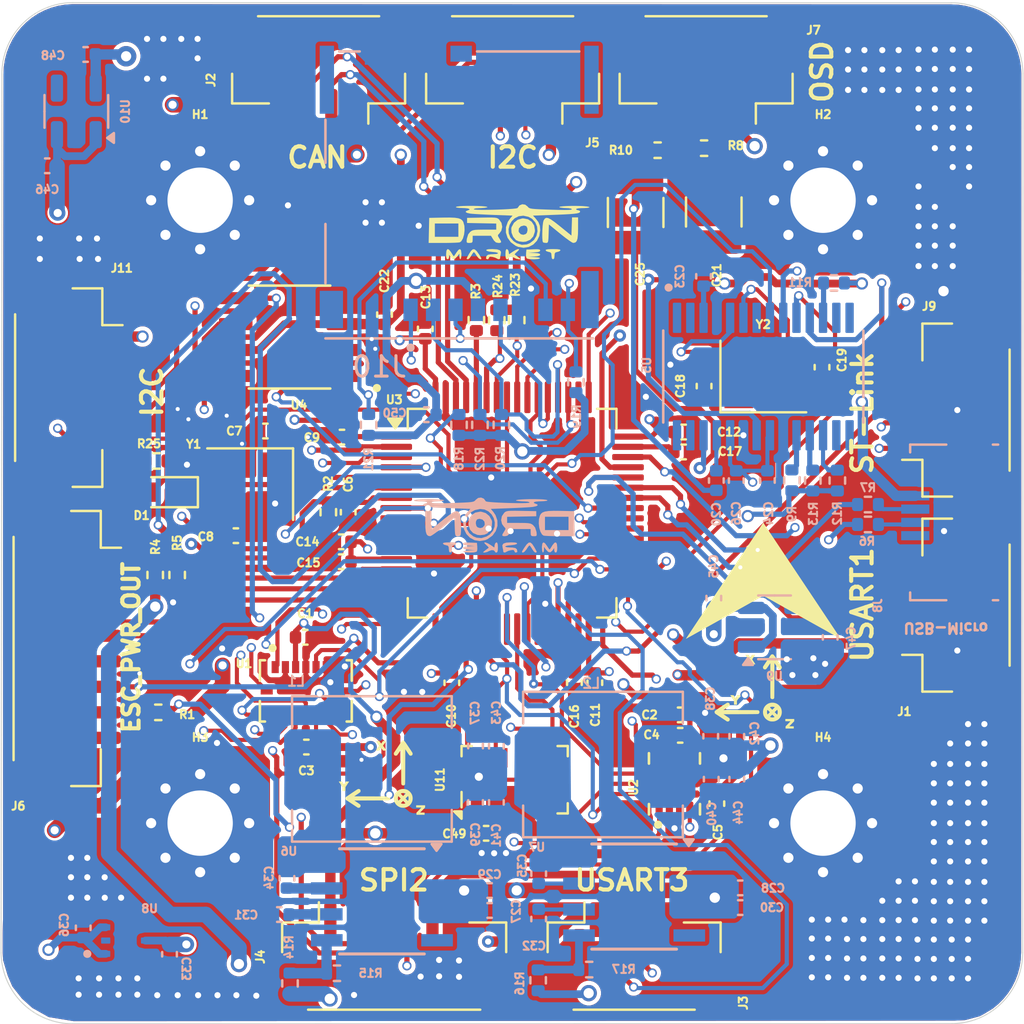
<source format=kicad_pcb>
(kicad_pcb (version 20241229) (generator "pcbnew") (generator_version "9.0")
  (layers (0 "F.Cu" signal) (4 "In1.Cu" signal) (6 "In2.Cu" signal) (8 "In3.Cu" signal) (10 "In4.Cu" signal) (2 "B.Cu" signal) (13 "F.Paste" user) (15 "B.Paste" user) (5 "F.SilkS" user "F.Silkscreen") (7 "B.SilkS" user "B.Silkscreen") (1 "F.Mask" user) (3 "B.Mask" user) (25 "Edge.Cuts" user))
  (net 0 "")
  (net 1 "GND")
  (net 2 "VDD_3V3_SENS")
  (net 3 "NRST")
  (net 4 "/MCU (STM32F405)/OSC_IN+")
  (net 5 "/MCU (STM32F405)/OSC_OUT-")
  (net 6 "VDD_3V3_MCU")
  (net 7 "/OSD and FRAM/CLKIN")
  (net 8 "/OSD and FRAM/XFB")
  (net 9 "Net-(U5-SAG)")
  (net 10 "/OSD and FRAM/SAG")
  (net 11 "Net-(U5-VIN)")
  (net 12 "CAM_IN")
  (net 13 "VDD_5V_IN")
  (net 14 "Net-(U5-VOUT)")
  (net 15 "VCC")
  (net 16 "Net-(U6-VCC)")
  (net 17 "Net-(U7-VCC)")
  (net 18 "Net-(U6-SW)")
  (net 19 "Net-(U6-BOOT)")
  (net 20 "Net-(U7-BOOT)")
  (net 21 "Net-(U7-SW)")
  (net 22 "VDD_9V_OUT")
  (net 23 "VDD_3V3_SD")
  (net 24 "USART1_RX")
  (net 25 "USART1_TX")
  (net 26 "CAN1_TX")
  (net 27 "CAN1_RX")
  (net 28 "USART3_RX")
  (net 29 "USART3_TX")
  (net 30 "SPI2_MOSI")
  (net 31 "SPI2_ext_CS")
  (net 32 "SPI2_SCK")
  (net 33 "SPI2_MISO")
  (net 34 "I2C1_SCL")
  (net 35 "I2C1_SDA")
  (net 36 "TIM2_CH3")
  (net 37 "TIM2_CH4")
  (net 38 "TIM2_CH2")
  (net 39 "Net-(J6-Pin_7)")
  (net 41 "TIM2_CH1")
  (net 42 "VTX")
  (net 43 "Net-(J8-D+)")
  (net 45 "Net-(J8-D-)")
  (net 46 "SWCLK")
  (net 47 "SWDIO")
  (net 48 "SDIO_D3")
  (net 49 "SDIO_SCK")
  (net 50 "SDIO_D1")
  (net 51 "SDIO_D2")
  (net 52 "SDIO_D0")
  (net 53 "QMC5883_INT_DRDY")
  (net 54 "ADC1_IN4")
  (net 55 "Net-(U3-BOOT0)")
  (net 56 "ADC1_IN11")
  (net 57 "USB_D_P")
  (net 58 "USB_D_N")
  (net 59 "OSD_RESET")
  (net 60 "LOS")
  (net 61 "VS")
  (net 62 "HS")
  (net 63 "Net-(U6-FB)")
  (net 64 "Net-(U7-FB)")
  (net 65 "BMI088_INT3_GYRO")
  (net 66 "BMI088_INT1_ACCEL")
  (net 67 "BMI088_GYRO_CS")
  (net 68 "BMI088_ACCEL_CS")
  (net 69 "BMI088_INT2_ACCEL")
  (net 70 "BMI088_INT4_GYRO")
  (net 71 "ICM42688_INT1_DRDY")
  (net 72 "ICM42688_INT2_FIFO")
  (net 73 "ICM42688_CS")
  (net 76 "SPI1_MOSI")
  (net 77 "SPI1_MISO")
  (net 79 "SPI1_SCK")
  (net 82 "SDIO_CMD")
  (net 83 "OSD_CS")
  (net 84 "MS5611_CS")
  (net 87 "FRAM_CS")
  (net 102 "Net-(D1-A)")
  (footprint "Capacitor_SMD:C_0402_1005Metric" (layer "F.Cu") (at 164.925 86.45 180)
    (property "Reference" "C3")
    (property "Value" "100nF" (hide yes))
  )
  (footprint "FM25V05-G:SOIC127P602X172-8N" (layer "F.Cu") (at 164.1025 66.375 180)
    (property "Reference" "U4")
    (property "Value" "FRAM" (hide yes))
  )
  (footprint "ICM-42688-P:PQFN50P300X250X97-14N" (layer "F.Cu") (at 182.95 88.25 90)
    (property "Reference" "U2")
    (property "Value" "ICM-42688-P" (hide yes))
  )
  (footprint "Capacitor_SMD:C_0402_1005Metric" (layer "F.Cu") (at 172.05 83.305 -90)
    (property "Reference" "C10")
    (property "Value" "100nF" (hide yes))
  )
  (footprint "Connector_JST:JST_GH_SM04B-GHS-TB_1x04-1MP_P1.25mm_Horizontal" (layer "F.Cu") (at 175.025 53.225 180)
    (property "Reference" "J5")
    (property "Value" "I2C1" (hide yes))
  )
  (footprint "Capacitor_SMD:C_0402_1005Metric" (layer "F.Cu") (at 164.875 81.075)
    (property "Reference" "C1")
    (property "Value" "100nF" (hide yes))
  )
  (footprint "Capacitor_SMD:C_1210_3225Metric" (layer "F.Cu") (at 184.875 60.25 90)
    (property "Reference" "C21")
    (property "Value" "22uF" (hide yes))
  )
  (footprint "MountingHole:MountingHole_3.2mm_M3_Pad_Via" (layer "F.Cu") (at 159.725 59.675)
    (property "Reference" "H1")
    (property "Value" "MountingHole_GND" (hide yes))
  )
  (footprint "Crystal:Crystal_SMD_SeikoEpson_FA238V-4Pin_3.2x2.5mm" (layer "F.Cu") (at 162.175 73.575 180)
    (property "Reference" "Y1")
    (property "Value" "8MHz" (hide yes))
  )
  (footprint "Package_QFP:LQFP-64_10x10mm_P0.5mm" (layer "F.Cu") (at 175 75)
    (property "Reference" "U3")
    (property "Value" "STM32F405RGTx" (hide yes))
  )
  (footprint "Connector_JST:JST_GH_SM04B-GHS-TB_1x04-1MP_P1.25mm_Horizontal" (layer "F.Cu") (at 196.8 69.95 90)
    (property "Reference" "J9")
    (property "Value" "ST-Link Conn" (hide yes))
  )
  (footprint "Capacitor_SMD:C_0402_1005Metric" (layer "F.Cu") (at 178.05 83.3 -90)
    (property "Reference" "C16")
    (property "Value" "2.2uF" (hide yes))
  )
  (footprint "Connector_JST:JST_GH_SM04B-GHS-TB_1x04-1MP_P1.25mm_Horizontal" (layer "F.Cu") (at 184.5 53.225 180)
    (property "Reference" "J7")
    (property "Value" "CAM" (hide yes))
  )
  (footprint "Resistor_SMD:R_0402_1005Metric" (layer "F.Cu") (at 158.6 78.025 -90)
    (property "Reference" "R5")
    (property "Value" "0R" (hide yes))
  )
  (footprint "Connector_JST:JST_GH_SM04B-GHS-TB_1x04-1MP_P1.25mm_Horizontal" (layer "F.Cu") (at 196.8 79.5 90)
    (property "Reference" "J1")
    (property "Value" "UART1" (hide yes))
  )
  (footprint "Resistor_SMD:R_0402_1005Metric" (layer "F.Cu") (at 174.25 65.55 90)
    (property "Reference" "R24")
    (property "Value" "4.7k" (hide yes))
  )
  (footprint "Capacitor_SMD:C_0402_1005Metric" (layer "F.Cu") (at 185.025 89.22 -90)
    (property "Reference" "C5")
    (property "Value" "10nF" (hide yes))
  )
  (footprint "Connector_JST:JST_GH_SM04B-GHS-TB_1x04-1MP_P1.25mm_Horizontal" (layer "F.Cu") (at 180.975 96.75)
    (property "Reference" "J3")
    (property "Value" "UART3" (hide yes))
  )
  (footprint "Capacitor_SMD:C_0402_1005Metric" (layer "F.Cu") (at 183.23 85.875)
    (property "Reference" "C4")
    (property "Value" "2.2uF" (hide yes))
  )
  (footprint "Capacitor_SMD:C_0402_1005Metric" (layer "F.Cu") (at 166.63 76.4 180)
    (property "Reference" "C14")
    (property "Value" "100nF" (hide yes))
  )
  (footprint "MountingHole:MountingHole_3.2mm_M3_Pad_Via" (layer "F.Cu") (at 190.225 90.175)
    (property "Reference" "H4")
    (property "Value" "MountingHole_GND" (hide yes))
  )
  (footprint "Connector_JST:JST_GH_SM06B-GHS-TB_1x06-1MP_P1.25mm_Horizontal" (layer "F.Cu") (at 169.225 96.75)
    (property "Reference" "J4")
    (property "Value" "SPI2" (hide yes))
  )
  (footprint "Capacitor_SMD:C_0402_1005Metric" (layer "F.Cu") (at 166.975 74.95 90)
    (property "Reference" "C6")
    (property "Value" "100nF" (hide yes))
  )
  (footprint "Capacitor_SMD:C_1210_3225Metric" (layer "F.Cu") (at 181.05 60.275 -90)
    (property "Reference" "C25")
    (property "Value" "100uF" (hide yes))
  )
  (footprint "Capacitor_SMD:C_0402_1005Metric" (layer "F.Cu") (at 161.475 76.1)
    (property "Reference" "C8")
    (property "Value" "8pF" (hide yes))
  )
  (footprint "Connector_JST:JST_GH_SM04B-GHS-TB_1x04-1MP_P1.25mm_Horizontal" (layer "F.Cu") (at 165.525 53.225 180)
    (property "Reference" "J2")
    (property "Value" "CAN1" (hide yes))
  )
  (footprint "Resistor_SMD:R_0402_1005Metric" (layer "F.Cu") (at 166 74.95 90)
    (property "Reference" "R2")
    (property "Value" "10k" (hide yes))
  )
  (footprint "Capacitor_SMD:C_0402_1005Metric" (layer "F.Cu") (at 173.7275 90.6725)
    (property "Reference" "C49")
    (property "Value" "100nF" (hide yes))
  )
  (footprint "Resistor_SMD:R_0402_1005Metric" (layer "F.Cu") (at 157.525 78.025 90)
    (property "Reference" "R4")
    (property "Value" "0R" (hide yes))
  )
  (footprint "Capacitor_SMD:C_0402_1005Metric" (layer "F.Cu") (at 190.175 67.85 -90)
    (property "Reference" "C19")
    (property "Value" "22pF" (hide yes))
  )
  (footprint "Capacitor_SMD:C_0402_1005Metric" (layer "F.Cu") (at 170.75 65.975 90)
    (property "Reference" "C13")
    (property "Value" "100nF" (hide yes))
  )
  (footprint "LOGO" (layer "F.Cu") (at 187.3 78.31 90)
    (property "Reference" "." (hide yes))
    (property "Value" "" (hide yes))
  )
  (footprint "Resistor_SMD:R_0402_1005Metric" (layer "F.Cu") (at 175.225 65.545 -90)
    (property "Reference" "R23")
    (property "Value" "4.7k" (hide yes))
  )
  (footprint "MountingHole:MountingHole_3.2mm_M3_Pad_Via" (layer "F.Cu") (at 159.725 90.175)
    (property "Reference" "H3")
    (property "Value" "MountingHole_GND" (hide yes))
  )
  (footprint "Package_LGA:LGA-8_3x5mm_P1.25mm" (layer "F.Cu") (at 175.125 88.05 90)
    (property "Reference" "U11")
    (property "Value" "MS5611-01BA" (hide yes))
  )
  (footprint "Resistor_SMD:R_0402_1005Metric" (layer "F.Cu") (at 157.59 72.44)
    (property "Reference" "R25")
    (property "Value" "220" (hide yes))
  )
  (footprint "Connector_JST:JST_GH_SM08B-GHS-TB_1x08-1MP_P1.25mm_Horizontal" (layer "F.Cu") (at 153.15 81.625 -90)
    (property "Reference" "J6")
    (property "Value" "Timer" (hide yes))
  )
  (footprint "Capacitor_SMD:C_0402_1005Metric" (layer "F.Cu") (at 183.225 84.875)
    (property "Reference" "C2")
    (property "Value" "100nF" (hide yes))
  )
  (footprint "Crystal:Crystal_SMD_SeikoEpson_FA238V-4Pin_3.2x2.5mm" (layer "F.Cu") (at 187.3 68.3075)
    (property "Reference" "Y2")
    (property "Value" "27MHz" (hide yes))
  )
  (footprint "LOGO" (layer "F.Cu") (at 168.434438 87.909422 180)
    (property "Reference" "." (hide yes))
    (property "Value" "" (hide yes))
  )
  (footprint "Capacitor_SMD:C_0402_1005Metric" (layer "F.Cu") (at 179.05 83.3 -90)
    (property "Reference" "C11")
    (property "Value" "100nF" (hide yes))
  )
  (footprint "Capacitor_SMD:C_0402_1005Metric" (layer "F.Cu") (at 183.4 71.025)
    (property "Reference" "C12")
    (property "Value" "100nF" (hide yes))
  )
  (footprint "Resistor_SMD:R_0402_1005Metric" (layer "F.Cu") (at 173.25 65.545 -90)
    (property "Reference" "R3")
    (property "Value" "10k" (hide yes))
  )
  (footprint "Resistor_SMD:R_0402_1005Metric" (layer "F.Cu") (at 182.125 57.225 180)
    (property "Reference" "R10")
    (property "Value" "75" (hide yes))
  )
  (footprint "Resistor_SMD:R_0402_1005Metric" (layer "F.Cu") (at 157.675 84.75)
    (property "Reference" "R1")
    (property "Value" "0R" (hide yes))
  )
  (footprint "Connector_JST:JST_GH_SM05B-GHS-TB_1x05-1MP_P1.25mm_Horizontal" (layer "F.Cu") (at 153.225 68.85 -90)
    (property "Reference" "J11")
    (property "Value" "QMC5883" (hide yes))
  )
  (footprint "Capacitor_SMD:C_0402_1005Metric" (layer "F.Cu") (at 166.67 71.275 180)
    (property "Reference" "C9")
    (property "Value" "100nF" (hide yes))
  )
  (footprint "BMI088:PQFN50P450X300X100-16N" (layer "F.Cu") (at 164.9 83.7)
    (property "Reference" "U1")
    (property "Value" "BMI088" (hide yes))
  )
  (footprint "LOGO" (layer "F.Cu") (at 186.509438 83.684422 180)
    (property "Reference" "." (hide yes))
    (property "Value" "" (hide yes))
  )
  (footprint "Capacitor_SMD:C_0402_1005Metric" (layer "F.Cu") (at 166.63 77.375 180)
    (property "Reference" "C15")
    (property "Value" "10nF" (hide yes))
  )
  (footprint "Capacitor_SMD:C_0402_1005Metric" (layer "F.Cu") (at 184.4 68.775 90)
    (property "Reference" "C18")
    (property "Value" "22pF" (hide yes))
  )
  (footprint "LED_SMD:LED_0603_1608Metric" (layer "F.Cu") (at 158.13 73.97 180)
    (property "Reference" "D1")
    (property "Value" "LED" (hide yes))
  )
  (footprint "LOGO" (layer "F.Cu") (at 174.924231 61.215103)
    (property "Reference" "." (hide yes))
    (property "Value" "" (hide yes))
  )
  (footprint "Capacitor_SMD:C_0402_1005Metric" (layer "F.Cu") (at 168.7525 65.275 90)
    (property "Reference" "C22")
    (property "Value" "100nF" (hide yes))
  )
  (footprint "Capacitor_SMD:C_0402_1005Metric" (layer "F.Cu") (at 183.4 72)
    (property "Reference" "C17")
    (property "Value" "2.2uF" (hide yes))
  )
  (footprint "MountingHole:MountingHole_3.2mm_M3_Pad_Via" (layer "F.Cu") (at 190.225 59.675)
    (property "Reference" "H2")
    (property "Value" "MountingHole_GND" (hide yes))
  )
  (footprint "Resistor_SMD:R_0402_1005Metric" (layer "F.Cu") (at 184.4 57.125 180)
    (property "Reference" "R8")
    (property "Value" "75" (hide yes))
  )
  (footprint "Capacitor_SMD:C_0402_1005Metric" (layer "F.Cu") (at 162.92 70.975 180)
    (property "Reference" "C7")
    (property "Value" "8pF" (hide yes))
  )
  (footprint "Resistor_SMD:R_0402_1005Metric" (layer "B.Cu") (at 192.425 74.575 180)
    (property "Reference" "R7")
    (property "Value" "22R" (hide yes))
  )
  (footprint "Capacitor_SMD:C_0402_1005Metric" (layer "B.Cu") (at 185 73.4 -90)
    (property "Reference" "C20")
    (property "Value" "22uF" (hide yes))
  )
  (footprint "Capacitor_SMD:C_0402_1005Metric" (layer "B.Cu") (at 184.375 63.4 -90)
    (property "Reference" "C23")
    (property "Value" "100nF" (hide yes))
  )
  (footprint "Resistor_SMD:R_0402_1005Metric" (layer "B.Cu") (at 176.275 97.87 90)
    (property "Reference" "R16")
    (property "Value" "160k" (hide yes))
  )
  (footprint "Capacitor_SMD:C_0402_1005Metric" (layer "B.Cu") (at 186.17 93.345 180)
    (property "Reference" "C28")
    (property "Value" "10uF" (hide yes))
  )
  (footprint "Capacitor_SMD:C_0402_1005Metric" (layer "B.Cu") (at 186.17 94.31 180)
    (property "Reference" "C30")
    (property "Value" "220nF" (hide yes))
  )
  (footprint "Capacitor_SMD:C_0402_1005Metric" (layer "B.Cu") (at 152.2375 57.9875)
    (property "Reference" "C46")
    (property "Value" "1uF" (hide yes))
  )
  (footprint "Resistor_SMD:R_0402_1005Metric" (layer "B.Cu") (at 192.425 75.55 180)
    (property "Reference" "R6")
    (property "Value" "22R" (hide yes))
  )
  (footprint "Resistor_SMD:R_0402_1005Metric" (layer "B.Cu") (at 178.125 68.585 -90)
    (property "Reference" "R19")
    (property "Value" "100k" (hide yes))
  )
  (footprint "Resistor_SMD:R_0402_1005Metric" (layer "B.Cu") (at 166.425 97.525)
    (property "Reference" "R15")
    (property "Value" "24.9k" (hide yes))
  )
  (footprint "Inductor_SMD:L_Chilisin_BMRB00060650" (layer "B.Cu") (at 168.135 87.52)
    (property "Reference" "L1")
    (property "Value" "2.2uH")
  )
  (footprint "Package_TO_SOT_SMD:SOT-23-5" (layer "B.Cu") (at 153.6625 55.325 90)
    (property "Reference" "U10")
    (property "Value" "AP2112K-3.3" (hide yes))
  )
  (footprint "Capacitor_SMD:C_0402_1005Metric" (layer "B.Cu") (at 176.3 94.87 90)
    (property "Reference" "C32")
    (property "Value" "1uF" (hide yes))
  )
  (footprint "Capacitor_SMD:C_0402_1005Metric" (layer "B.Cu") (at 154.1175 52.5375)
    (property "Reference" "C48")
    (property "Value" "1uF" (hide yes))
  )
  (footprint "Capacitor_SMD:C_0402_1005Metric" (layer "B.Cu") (at 185.975 73.4 90)
    (property "Reference" "C26")
    (property "Value" "100nF" (hide yes))
  )
  (footprint "Resistor_SMD:R_0402_1005Metric" (layer "B.Cu") (at 172.4 70.675 -90)
    (property "Reference" "R18")
    (property "Value" "100k" (hide yes))
  )
  (footprint "Resistor_SMD:R_0402_1005Metric" (layer "B.Cu") (at 189.725 73.4 90)
    (property "Reference" "R13")
    (property "Value" "1k" (hide yes))
  )
  (footprint "Capacitor_SMD:C_0402_1005Metric" (layer "B.Cu") (at 174.23 86.41 -90)
    (property "Reference" "C43")
    (property "Value" "22uF" (hide yes))
  )
  (footprint "LOGO" (layer "B.Cu") (at 174.054231 75.575103 180)
    (property "Reference" "." (hide yes))
    (property "Value" "" (hide yes))
  )
  (footprint "Capacitor_SMD:C_0402_1005Metric" (layer "B.Cu") (at 173.9 93.475 180)
    (property "Reference" "C29")
    (property "Value" "220nF" (hide yes))
  )
  (footprint "Inductor_SMD:L_Chilisin_BMRB00060650" (layer "B.Cu") (at 179.45 87.305)
    (property "Reference" "L2")
    (property "Value" "15uH")
  )
  (footprint "Resistor_SMD:R_0402_1005Metric" (layer "B.Cu") (at 173.425 70.675 -90)
    (property "Reference" "R22")
    (property "Value" "100k" (hide yes))
  )
  (footprint "Capacitor_SMD:C_0402_1005Metric" (layer "B.Cu") (at 184.875 79.155 -90)
    (property "Reference" "C45")
    (property "Value" "1uF" (hide yes))
  )
  (footprint "Capacitor_SMD:C_0402_1005Metric" (layer "B.Cu") (at 173.21 86.4 -90)
    (property "Reference" "C37")
    (property "Value" "22uF" (hide yes))
  )
  (footprint "Capacitor_SMD:C_0402_1005Metric" (layer "B.Cu") (at 187.5 73.4 -90)
    (property "Reference" "C24")
    (property "Value" "100nF" (hide yes))
  )
  (footprint "Capacitor_SMD:C_0402_1005Metric" (layer "B.Cu") (at 163.975 92.875 -90)
    (property "Reference" "C34")
    (property "Value" "0.1uF" (hide yes))
  )
  (footprint "Capacitor_SMD:C_0402_1005Metric" (layer "B.Cu") (at 154 95.3 -90)
    (property "Reference" "C36")
    (property "Value" "2.2uF" (hide yes))
  )
  (footprint "Resistor_SMD:R_0402_1005Metric" (layer "B.Cu") (at 167.975 70.675 -90)
    (property "Reference" "R21")
    (property "Value" "100k" (hide yes))
  )
  (footprint "Resistor_SMD:R_0402_1005Metric" (layer "B.Cu") (at 164.125 98.025 90)
    (property "Reference" "R14")
    (property "Value" "100k" (hide yes))
  )
  (footprint "Capacitor_SMD:C_0402_1005Metric" (layer "B.Cu") (at 186 88.02 90)
    (property "Reference" "C44")
    (property "Value" "22uF" (hide yes))
  )
  (footprint "Resistor_SMD:R_0402_1005Metric" (layer "B.Cu") (at 188.7 73.39 -90)
    (property "Reference" "R9")
    (property "Value" "100k" (hide yes))
  )
  (footprint "503398-1892:MOLEX_503398-1892" (layer "B.Cu") (at 172.41 59.415)
    (property "Reference" "J10")
    (property "Value" "Micro_SD_Card" (hide yes))
  )
  (footprint "Capacitor_SMD:C_0402_1005Metric" (layer "B.Cu") (at 184.725 85.92 -90)
    (property "Reference" "C38")
    (property "Value" "22uF" (hide yes))
  )
  (footprint "Package_SO:Texas_HSOP-8-1EP_3.9x4.9mm_P1.27mm_ThermalVias" (layer "B.Cu") (at 168.625 94.005 180)
    (property "Reference" "U6")
    (property "Value" "LMR33630ADDA" (hide yes))
  )
  (footprint "Package_TO_SOT_SMD:SOT-23-5" (layer "B.Cu") (at 187.85 80.5875)
    (property "Reference" "U9")
    (property "Value" "AP2112K-3.3" (hide yes))
  )
  (footprint "Package_SO:Texas_HSOP-8-1EP_3.9x4.9mm_P1.27mm_ThermalVias" (layer "B.Cu") (at 180.975 93.77 180)
    (property "Reference" "U7")
    (property "Value" "LMR33630ADDA" (hide yes))
  )
  (footprint "Capacitor_SMD:C_0402_1005Metric" (layer "B.Cu") (at 173.9 94.45 180)
    (property "Reference" "C27")
    (property "Value" "10uF" (hide yes))
  )
  (footprint "Capacitor_SMD:C_0402_1005Metric" (layer "B.Cu") (at 173.21 89.16 90)
    (property "Reference" "C39")
    (property "Value" "22uF" (hide yes))
  )
  (footprint "TLV76733DRVT:SON65P200X200X80-7N" (layer "B.Cu") (at 156.075 95.925)
    (property "Reference" "U8")
    (property "Value" "TLV76733DRVT" (hide yes))
  )
  (footprint "Capacitor_SMD:C_0402_1005Metric" (layer "B.Cu") (at 176.3 92.65 -90)
    (property "Reference" "C35")
    (property "Value" "100nF" (hide yes))
  )
  (footprint "Capacitor_SMD:C_0402_1005Metric" (layer "B.Cu") (at 170.8 70.175 180)
    (property "Reference" "C50")
    (property "Value" "100nF" (hide yes))
  )
  (footprint "Capacitor_SMD:C_0402_1005Metric" (layer "B.Cu") (at 184.75 88.02 90)
    (property "Reference" "C40")
    (property "Value" "22uF" (hide yes))
  )
  (footprint "Capacitor_SMD:C_0402_1005Metric" (layer "B.Cu") (at 158.225 96.595 90)
    (property "Reference" "C33")
    (property "Value" "1uF" (hide yes))
  )
  (footprint "Capacitor_SMD:C_0402_1005Metric" (layer "B.Cu") (at 190.575 81.08 -90)
    (property "Reference" "C47")
    (property "Value" "1uF" (hide yes))
  )
  (footprint "Capacitor_SMD:C_0402_1005Metric" (layer "B.Cu") (at 174.23 89.16 90)
    (property "Reference" "C41")
    (property "Value" "22uF" (hide yes))
  )
  (footprint "Connector_USB:USB_Micro-B_Molex_47346-0001" (layer "B.Cu") (at 196.2 75.45 -90)
    (property "Reference" "J8")
    (property "Value" "USB_B_Micro" (hide yes))
  )
  (footprint "Resistor_SMD:R_0402_1005Metric" (layer "B.Cu") (at 190.925 73.4 -90)
    (property "Reference" "R12")
    (property "Value" "1k" (hide yes))
  )
  (footprint "Resistor_SMD:R_0402_1005Metric" (layer "B.Cu") (at 190.76 63.725)
    (property "Reference" "R11")
    (property "Value" "1k" (hide yes))
  )
  (footprint "Resistor_SMD:R_0402_1005Metric" (layer "B.Cu") (at 174.475 70.675 -90)
    (property "Reference" "R20")
    (property "Value" "100k" (hide yes))
  )
  (footprint "Resistor_SMD:R_0402_1005Metric" (layer "B.Cu") (at 178.775 97.345)
    (property "Reference" "R17")
    (property "Value" "20k" (hide yes))
  )
  (footprint "MAX7456EUI_:SOP65P637X110-28N" (layer "B.Cu") (at 187.3 68.3075 -90)
    (property "Reference" "U5")
    (property "Value" "MAX7456EUI_" (hide yes))
  )
  (footprint "Capacitor_SMD:C_0402_1005Metric" (layer "B.Cu") (at 186 85.92 -90)
    (property "Reference" "C42")
    (property "Value" "22uF" (hide yes))
  )
  (footprint "Capacitor_SMD:C_0402_1005Metric" (layer "B.Cu") (at 163.6 94.65)
    (property "Reference" "C31")
    (property "Value" "1uF" (hide yes))
  )
  (gr_line (start 196.544076 99.994382) (end 153.475 99.999999) (stroke (width 0.05)) (layer "Edge.Cuts"))
  (gr_line (start 153.484948 49.999988) (end 196.5099 50.0096) (stroke (width 0.05)) (layer "Edge.Cuts"))
  (gr_arc (start 153.475 100) (mid 151.015393 98.979034) (end 149.980649 96.525192) (stroke (width 0.05)) (layer "Edge.Cuts"))
  (gr_line (start 149.980641 96.525192) (end 150.019379 53.4901) (stroke (width 0.05)) (layer "Edge.Cuts"))
  (gr_line (start 200.009805 53.482037) (end 200 96.5099) (stroke (width 0.05)) (layer "Edge.Cuts"))
  (gr_arc (start 200 96.509891) (mid 198.989067 98.964154) (end 196.542842 99.994382) (stroke (width 0.05)) (layer "Edge.Cuts"))
  (gr_arc (start 150.019379 53.490109) (mid 151.031835 51.031996) (end 153.481808 50) (stroke (width 0.05)) (layer "Edge.Cuts"))
  (gr_arc (start 196.5 50.0096) (mid 198.971497 51.02151) (end 200.009796 53.482037) (stroke (width 0.05)) (layer "Edge.Cuts"))
  (gr_text "SPI2" (at 167.386 93.56 0) (layer "F.SilkS") (effects (font (size 1 1) (thickness 0.2) (bold yes)) (justify left bottom)))
  (gr_text "USART1\n" (at 192.7352 82.3976 90) (layer "F.SilkS") (effects (font (size 1 1) (thickness 0.2) (bold yes)) (justify left bottom)))
  (gr_text "ESC_PWR_OUT" (at 156.8196 85.852 90) (layer "F.SilkS") (effects (font (size 0.8 0.8) (thickness 0.2) (bold yes)) (justify left bottom)))
  (gr_text "USART3" (at 177.9524 93.56 0) (layer "F.SilkS") (effects (font (size 1 1) (thickness 0.2) (bold yes)) (justify left bottom)))
  (gr_text "ST-Link" (at 192.7352 73.2028 90) (layer "F.SilkS") (effects (font (size 1 1) (thickness 0.2) (bold yes)) (justify left bottom)))
  (gr_text "CAN" (at 163.8808 58.166 0) (layer "F.SilkS") (effects (font (size 1 1) (thickness 0.2) (bold yes)) (justify left bottom)))
  (gr_text "I2C" (at 173.6852 58.166 0) (layer "F.SilkS") (effects (font (size 1 1) (thickness 0.2) (bold yes)) (justify left bottom)))
  (gr_text "OSD\n" (at 190.76 55.01 90) (layer "F.SilkS") (effects (font (size 1 1) (thickness 0.2) (bold yes)) (justify left bottom)))
  (gr_text "I2C" (at 157.96 70.4 90) (layer "F.SilkS") (effects (font (size 1 1) (thickness 0.2) (bold yes)) (justify left bottom)))
  (gr_text "USB-Micro" (at 194.1 80.33 180) (layer "B.SilkS") (effects (font (size 0.5 0.5) (thickness 0.125) (bold yes)) (justify left bottom mirror)))
  (segment (start 172.313914 70.7) (end 171.75 70.136086) (width 0.2) (layer "F.Cu") (net 1))
  (segment (start 166.700109 82.550109) (end 166.685 82.535) (width 0.2) (layer "F.Cu") (net 1))
  (segment (start 166.15 76.255) (end 166.975 75.43) (width 0.2032) (layer "F.Cu") (net 1))
  (segment (start 166.685 82.535) (end 166.4 82.535) (width 0.2) (layer "F.Cu") (net 1))
  (segment (start 176.75 79.560932) (end 176.623001 79.433933) (width 0.2032) (layer "F.Cu") (net 1))
  (segment (start 171.75 80.675) (end 171.75 79.396626) (width 0.2032) (layer "F.Cu") (net 1))
  (segment (start 176.75 81.486086) (end 176.75 80.675) (width 0.2032) (layer "F.Cu") (net 1))
  (segment (start 174.2075 91.0169) (end 174.2075 90.6725) (width 0.254) (layer "F.Cu") (net 1))
  (segment (start 170.901 65.344) (end 170.901 61.401) (width 0.2) (layer "F.Cu") (net 1))
  (segment (start 176.75 80.675) (end 176.75 79.560932) (width 0.2032) (layer "F.Cu") (net 1))
  (segment (start 183.6 91.075) (end 183.929999 91.075) (width 0.254) (layer "F.Cu") (net 1))
  (segment (start 182.95 90.425) (end 183.6 91.075) (width 0.254) (layer "F.Cu") (net 1))
  (segment (start 166.15 76.4) (end 166.15 76.255) (width 0.2032) (layer "F.Cu") (net 1))
  (segment (start 158.399795 79.363493) (end 158.6 79.163288) (width 0.508) (layer "F.Cu") (net 1))
  (segment (start 161.775 71.6) (end 161.775 71.275) (width 0.2) (layer "F.Cu") (net 1))
  (segment (start 161.65 51.725) (end 159.65 51.725) (width 0.2) (layer "F.Cu") (net 1))
  (segment (start 171.75 70.136086) (end 171.75 69.325) (width 0.2) (layer "F.Cu") (net 1))
  (segment (start 171.175 78.208824) (end 171.175 77.953803) (width 0.2) (layer "F.Cu") (net 1))
  (segment (start 174 71.375) (end 173.325 70.7) (width 0.2032) (layer "F.Cu") (net 1))
  (segment (start 166.747 79.853) (end 169.530824 79.853) (width 0.2) (layer "F.Cu") (net 1))
  (segment (start 174.5 89.125) (end 174.5 90.38) (width 0.254) (layer "F.Cu") (net 1))
  (segment (start 171.3 51.875) (end 178.75 51.875) (width 0.508) (layer "F.Cu") (net 1))
  (segment (start 168.7525 60.9025) (end 168.625 60.775) (width 0.2032) (layer "F.Cu") (net 1))
  (segment (start 198.15 85.3) (end 198.125 85.325) (width 0.254) (layer "F.Cu") (net 1))
  (segment (start 162.075 70.975) (end 162.44 70.975) (width 0.2) (layer "F.Cu") (net 1))
  (segment (start 180.775 51.875) (end 178.75 51.875) (width 0.508) (layer "F.Cu") (net 1))
  (segment (start 189.3 98.1) (end 189.675 97.725) (width 0.2) (layer "F.Cu") (net 1))
  (segment (start 172.01 83.745) (end 172.05 83.785) (width 0.254) (layer "F.Cu") (net 1))
  (segment (start 170.901 61.401) (end 170.425 60.925) (width 0.2) (layer "F.Cu") (net 1))
  (segment (start 161.775 71.275) (end 162.075 70.975) (width 0.2) (layer "F.Cu") (net 1))
  (segment (start 165.525 81.075) (end 166.747 79.853) (width 0.2) (layer "F.Cu") (net 1))
  (segment (start 174 73.225) (end 174 71.375) (width 0.2032) (layer "F.Cu") (net 1))
  (segment (start 180.775 51.875) (end 188.225 51.875) (width 0.508) (layer "F.Cu") (net 1))
  (segment (start 163.3955 74.525) (end 163.375 74.5455) (width 0.254) (layer "F.Cu") (net 1))
  (segment (start 174.1 91.63) (end 174.1 91.1244) (width 0.254) (layer "F.Cu") (net 1))
  (segment (start 158.6 79.163288) (end 158.6 78.535) (width 0.508) (layer "F.Cu") (net 1))
  (segment (start 178.05 83.78) (end 177.4374 83.1674) (width 0.2032) (layer "F.Cu") (net 1))
  (segment (start 166.15 77.375) (end 164.7454 77.375) (width 0.254) (layer "F.Cu") (net 1))
  (segment (start 162.775 76.1) (end 161.955 76.1) (width 0.254) (layer "F.Cu") (net 1))
  (segment (start 183.865 87.75) (end 183.9 87.75) (width 0.2) (layer "F.Cu") (net 1))
  (segment (start 159.3896 77.7454) (end 158.6 78.535) (width 0.254) (layer "F.Cu") (net 1))
  (segment (start 184.7 98.1) (end 189.3 98.1) (width 0.2) (layer "F.Cu") (net 1))
  (segment (start 182.610284 70.328) (end 183.183 70.328) (width 0.2) (layer "F.Cu") (net 1))
  (segment (start 183.88 72) (end 183.88 71.025) (width 0.2) (layer "F.Cu") (net 1))
  (segment (start 177.4374 82.173486) (end 176.75 81.486086) (width 0.2032) (layer "F.Cu") (net 1))
  (segment (start 177.25 98.1) (end 178.351 99.201) (width 0.2) (layer "F.Cu") (net 1))
  (segment (start 174.1 91.1244) (end 174.2075 91.0169) (width 0.254) (layer "F.Cu") (net 1))
  (segment (start 164.7454 77.375) (end 164.375 77.7454) (width 0.254) (layer "F.Cu") (net 1))
  (segment (start 167.138602 87.1) (end 165.095 87.1) (width 0.2) (layer "F.Cu") (net 1))
  (segment (start 185.025 89.979999) (end 185.025 89.7) (width 0.254) (layer "F.Cu") (net 1))
  (segment (start 173.325 70.7) (end 172.313914 70.7) (width 0.2032) (layer "F.Cu") (net 1))
  (segment (start 164.9 81.53) (end 165.355 81.075) (width 0.2) (layer "F.Cu") (net 1))
  (segment (start 169.530824 79.853) (end 171.175 78.208824) (width 0.2) (layer "F.Cu") (net 1))
  (segment (start 174.5 90.38) (end 174.2075 90.6725) (width 0.254) (layer "F.Cu") (net 1))
  (segment (start 165.095 87.1) (end 164.445 86.45) (width 0.2) (layer "F.Cu") (net 1))
  (segment (start 167.138602 87.1) (end 167.6 87.1) (width 0.2032) (layer "F.Cu") (net 1))
  (segment (start 164.9 82.535) (end 164.9 81.53) (width 0.2) (layer "F.Cu") (net 1))
  (segment (start 169.25 51.875) (end 161.8 51.875) (width 0.508) (layer "F.Cu") (net 1))
  (segment (start 173.85 77.296626) (end 173.85 75.75) (width 0.2032) (layer "F.Cu") (net 1))
  (segment (start 168.7525 64.795) (end 168.7525 60.9025) (width 0.2032) (layer "F.Cu") (net 1))
  (segment (start 174.12 91.65) (end 174.1 91.63) (width 0.254) (layer "F.Cu") (net 1))
  (segment (start 173.975 73.25) (end 174 73.225) (width 0.2032) (layer "F.Cu") (net 1))
  (segment (start 198.15 66.225) (end 196.125 64.2) (width 0.2) (layer "F.Cu") (net 1))
  (segment (start 170.136086 76.75) (end 171.175 77.788914) (width 0.2032) (layer "F.Cu") (net 1))
  (segment (start 183.865 88.25) (end 183.865 88.235) (width 0.2) (layer "F.Cu") (net 1))
  (segment (start 171.175 77.788914) (end 171.175 77.953803) (width 0.2032) (layer "F.Cu") (net 1))
  (segment (start 183.599 99.201) (end 184.7 98.1) (width 0.2) (layer "F.Cu") (net 1))
  (segment (start 159.08 72.625) (end 160.975 72.625) (width 0.2032) (layer "F.Cu") (net 1))
  (segment (start 161.8 51.875) (end 161.65 51.725) (width 0.2) (layer "F.Cu") (net 1))
  (segment (start 177.4374 83.1674) (end 177.4374 82.173486) (width 0.2032) (layer "F.Cu") (net 1))
  (segment (start 170.75 65.495) (end 170.901 65.344) (width 0.2) (layer "F.Cu") (net 1))
  (segment (start 166.81 82.5) (end 166.759891 82.550109) (width 0.2) (layer "F.Cu") (net 1))
  (segment (start 159.65 51.725) (end 159.6 51.775) (width 0.2) (layer "F.Cu") (net 1))
  (segment (start 183.183 70.328) (end 183.88 71.025) (width 0.2) (layer "F.Cu") (net 1))
  (segment (start 198.15 75.775) (end 198.15 83.225) (width 0.254) (layer "F.Cu") (net 1))
  (segment (start 181.582284 69.3) (end 182.610284 70.328) (width 0.2) (layer "F.Cu") (net 1))
  (segment (start 171.75 79.396626) (end 173.85 77.296626) (width 0.2032) (layer "F.Cu") (net 1))
  (segment (start 183.929999 91.075) (end 185.025 89.979999) (width 0.254) (layer "F.Cu") (net 1))
  (segment (start 165.355 81.075) (end 165.525 81.075) (width 0.2) (layer "F.Cu") (net 1))
  (segment (start 172.8 98.1) (end 172.4 97.7) (width 0.508) (layer "F.Cu") (net 1))
  (segment (start 169.325 76.75) (end 170.136086 76.75) (width 0.2032) (layer "F.Cu") (net 1))
  (segment (start 198.15 75.775) (end 198.15 73.675) (width 0.254) (layer "F.Cu") (net 1))
  (segment (start 166.15 77.375) (end 166.15 76.4) (width 0.2032) (layer "F.Cu") (net 1))
  (segment (start 181.55 69.3) (end 181.582284 69.3) (width 0.2) (layer "F.Cu") (net 1))
  (segment (start 178.351 99.201) (end 183.599 99.201) (width 0.2) (layer "F.Cu") (net 1))
  (segment (start 174.2 98.1) (end 172.8 98.1) (width 0.508) (layer "F.Cu") (net 1))
  (segment (start 166.19 71.275) (end 165 71.275) (width 0.254) (layer "F.Cu") (net 1))
  (segment (start 183.9 87.75) (end 184.125 87.975) (width 0.2) (layer "F.Cu") (net 1))
  (segment (start 167.6 87.1) (end 167.625 87.075) (width 0.2032) (layer "F.Cu") (net 1))
  (segment (start 165.9 82.535) (end 166.4 82.535) (width 0.2) (layer "F.Cu") (net 1))
  (segment (start 183.865 88.235) (end 184.125 87.975) (width 0.2) (layer "F.Cu") (net 1))
  (segment (start 169.25 51.875) (end 171.3 51.875) (width 0.508) (layer "F.Cu") (net 1))
  (segment (start 178.05 83.78) (end 179.05 83.78) (width 0.2032) (layer "F.Cu") (net 1))
  (segment (start 198.15 83.225) (end 198.15 85.3) (width 0.254) (layer "F.Cu") (net 1))
  (segment (start 169.703544 83.745) (end 172.01 83.745) (width 0.381) (layer "F.Cu") (net 1))
  (segment (start 163.375 75.5) (end 162.775 76.1) (width 0.254) (layer "F.Cu") (net 1))
  (segment (start 166.759891 82.550109) (end 166.700109 82.550109) (width 0.2) (layer "F.Cu") (net 1))
  (segment (start 163.375 74.5455) (end 163.375 75.5) (width 0.254) (layer "F.Cu") (net 1))
  (segment (start 196.125 64.2) (end 196.125 64.125) (width 0.2) (layer "F.Cu") (net 1))
  (segment (start 164.375 77.7454) (end 159.3896 77.7454) (width 0.254) (layer "F.Cu") (net 1))
  (via (at 193.125 95.85) (size 0.6) (drill 0.3) (layers "F.Cu" "B.Cu") (net 1))
  (via (at 196.575 54.25) (size 0.6) (drill 0.3) (layers "F.Cu" "B.Cu") (net 1))
  (via (at 192.2 95.85) (size 0.6) (drill 0.3) (layers "F.Cu" "B.Cu") (net 1))
  (via (at 192.2 96.8) (size 0.6) (drill 0.3) (layers "F.Cu" "B.Cu") (net 1))
  (via (at 195.65 91.1) (size 0.6) (drill 0.3) (layers "F.Cu" "B.Cu") (net 1))
  (via (at 192.25 54.275) (size 0.6) (drill 0.3) (layers "F.Cu" "B.Cu") (net 1))
  (via (at 196.8 81.725) (size 0.6) (drill 0.3) (layers "F.Cu" "B.Cu") (net 1))
  (via (at 191.4 95.85) (size 0.6) (drill 0.3) (layers "F.Cu" "B.Cu") (net 1))
  (via (at 169.703544 83.745) (size 0.6) (drill 0.3) (layers "F.Cu" "B.Cu") (net 1))
  (via (at 184.45 84.775) (size 0.45) (drill 0.3) (layers "F.Cu" "B.Cu") (net 1))
  (via (at 194.9 53.25) (size 0.6) (drill 0.3) (layers "F.Cu" "B.Cu") (net 1))
  (via (at 196.575 52.3) (size 0.6) (drill 0.3) (layers "F.Cu" "B.Cu") (net 1))
  (via (at 189.675 96.775) (size 0.6) (drill 0.3) (layers "F.Cu" "B.Cu") (net 1))
  (via (at 194.9 56.125) (size 0.6) (drill 0.3) (layers "F.Cu" "B.Cu") (net 1))
  (via (at 196.525 97.775) (size 0.6) (drill 0.3) (layers "F.Cu" "B.Cu") (net 1))
  (via (at 155.725 97.775) (size 0.6) (drill 0.3) (layers "F.Cu" "B.Cu") (net 1))
  (via (at 196.575 53.25) (size 0.6) (drill 0.3) (layers "F.Cu" "B.Cu") (net 1))
  (via (at 166.1 83.275) (size 0.45) (drill 0.3) (layers "F.Cu" "B.Cu") (net 1))
  (via (at 194.9 52.3) (size 0.6) (drill 0.3) (layers "F.Cu" "B.Cu") (net 1))
  (via (at 197.375 58.05) (size 0.6) (drill 0.3) (layers "F.Cu" "B.Cu") (net 1))
  (via (at 153.4 92.825) (size 0.6) (drill 0.3) (layers "F.Cu" "B.Cu") (net 1))
  (via (at 195.65 92.05) (size 0.6) (drill 0.3) (layers "F.Cu" "B.Cu") (net 1))
  (via (at 177.2 76) (size 0.45) (drill 0.3) (layers "F.Cu" "B.Cu") (net 1))
  (via (at 196.45 94) (size 0.6) (drill 0.3) (layers "F.Cu" "B.Cu") (net 1))
  (via (at 196.45 89.175) (size 0.6) (drill 0.3) (layers "F.Cu" "B.Cu") (net 1))
  (via (at 190.475 94.9) (size 0.6) (drill 0.3) (layers "F.Cu" "B.Cu") (net 1))
  (via (at 192.25 53.275) (size 0.6) (drill 0.3) (layers "F.Cu" "B.Cu") (net 1))
  (via (at 197.325 94.95) (size 0.6) (drill 0.3) (layers "F.Cu" "B.Cu") (net 1))
  (via (at 168.625 60.775) (size 0.6) (drill 0.3) (layers "F.Cu" "B.Cu") (net 1))
  (via (at 195.65 97.775) (size 0.6) (drill 0.3) (layers "F.Cu" "B.Cu") (net 1))
  (via (at 195.7 52.3) (size 0.6) (drill 0.3) (layers "F.Cu" "B.Cu") (net 1))
  (via (at 191.4 97.75) (size 0.6) (drill 0.3) (layers "F.Cu" "B.Cu") (net 1))
  (via (at 197.325 88.225) (size 0.6) (drill 0.3) (layers "F.Cu" "B.Cu") (net 1))
  (via (at 170.425 60.925) (size 0.45) (drill 0.3) (layers "F.Cu" "B.Cu") (net 1))
  (via (at 198.125 93.05) (size 0.6) (drill 0.3) (layers "F.Cu" "B.Cu") (net 1))
  (via (at 153.825 62.55) (size 0.6) (drill 0.3) (layers "F.Cu" "B.Cu") (net 1))
  (via (at 195.65 96.825) (size 0.6) (drill 0.3) (layers "F.Cu" "B.Cu") (net 1))
  (via (at 163.3955 74.525) (size 0.45) (drill 0.3) (layers "F.Cu" "B.Cu") (net 1))
  (via (at 153.4 93.825) (size 0.6) (drill 0.3) (layers "F.Cu" "B.Cu") (net 1))
  (via (at 196.15 75.875) (size 0.6) (drill 0.3) (layers "F.Cu" "B.Cu") (net 1))
  (via (at 167.825 60.775) (size 0.6) (drill 0.3) (layers "F.Cu" "B.Cu") (net 1))
  (via (at 196.45 92.05) (size 0.6) (drill 0.3) (layers "F.Cu" "B.Cu") (net 1))
  (via (at 194.85 96.825) (size 0.6) (drill 0.3) (layers "F.Cu" "B.Cu") (net 1))
  (via (at 193.125 54.275) (size 0.6) (drill 0.3) (layers "F.Cu" "B.Cu") (net 1))
  (via (at 194.9 61.9) (size 0.6) (drill 0.3) (layers "F.Cu" "B.Cu") (net 1))
  (via (at 194.9 59) (size 0.6) (drill 0.3) (layers "F.Cu" "B.Cu") (net 1))
  (via (at 197.325 85.325) (size 0.6) (drill 0.3) (layers "F.Cu" "B.Cu") (net 1))
  (via (at 153.775 97.775) (size 0.6) (drill 0.3) (layers "F.Cu" "B.Cu") (net 1))
  (via (at 157.925 53.725) (size 0.6) (drill 0.3) (layers "F.Cu" "B.Cu") (net 1))
  (via (at 196.125 64.125) (size 0.762) (drill 0.508) (layers "F.Cu" "B.Cu") (net 1))
  (via (at 195.65 89.175) (size 0.6) (drill 0.3) (layers "F.Cu" "B.Cu") (net 1))
  (via (at 194.725 94.925) (size 0.6) (drill 0.3) (layers "F.Cu" "B.Cu") (net 1))
  (via (at 157.125 51.775) (size 0.6) (drill 0.3) (layers "F.Cu" "B.Cu") (net 1))
  (via (at 196.45 86.275) (size 0.6) (drill 0.3) (layers "F.Cu" "B.Cu") (net 1))
  (via (at 173.975 73.25) (size 0.6) (drill 0.3) (layers "F.Cu" "B.Cu") (net 1))
  (via (at 197.325 87.275) (size 0.6) (drill 0.3) (layers "F.Cu" "B.Cu") (net 1))
  (via (at 196.45 90.175) (size 0.6) (drill 0.3) (layers "F.Cu" "B.Cu") (net 1))
  (via (at 160.8 81.625) (size 0.45) (drill 0.3) (layers "F.Cu" "B.Cu") (net 1))
  (via (at 196.575 61.9) (size 0.6) (drill 0.3) (layers "F.Cu" "B.Cu") (net 1))
  (via (at 151.875 62.55) (size 0.6) (drill 0.3) (layers "F.Cu" "B.Cu") (net 1))
  (via (at 157.625 98.6) (size 0.6) (drill 0.3) (layers "F.Cu" "B.Cu") (net 1))
  (via (at 159.6 51.775) (size 0.6) (drill 0.3) (layers "F.Cu" "B.Cu") (net 1))
  (via (at 195.7 54.25) (size 0.6) (drill 0.3) (layers "F.Cu" "B.Cu") (net 1))
  (via (at 191.45 52.325) (size 0.6) (drill 0.3) (layers "F.Cu" "B.Cu") (net 1))
  (via (at 193.125 52.325) (size 0.6) (drill 0.3) (layers "F.Cu" "B.Cu") (net 1))
  (via (at 158.625 98.6) (size 0.6) (drill 0.3) (layers "F.Cu" "B.Cu") (net 1))
  (via (at 197.325 91.1) (size 0.6) (drill 0.3) (layers "F.Cu" "B.Cu") (net 1))
  (via (at 195.65 88.225) (size 0.6) (drill 0.3) (layers "F.Cu" "B.Cu") (net 1))
  (via (at 154.725 62.55) (size 0.6) (drill 0.3) (layers "F.Cu" "B.Cu") (net 1))
  (via (at 155.725 98.575) (size 0.6) (drill 0.3) (layers "F.Cu" "B.Cu") (net 1))
  (via (at 197.325 86.275) (size 0.6) (drill 0.3) (layers "F.Cu" "B.Cu") (net 1))
  (via (at 193.925 52.325) (size 0.6) (drill 0.3) (layers "F.Cu" "B.Cu") (net 1))
  (via (at 189.675 95.825) (size 0.6) (drill 0.3) (layers "F.Cu" "B.Cu") (net 1))
  (via (at 160.55 86.25) (size 0.6) (drill 0.3) (layers "F.Cu" "B.Cu") (net 1))
  (via (at 193.125 93.975) (size 0.6) (drill 0.3) (layers "F.Cu" "B.Cu") (net 1))
  (via (at 191.4 96.8) (size 0.6) (drill 0.3) (layers "F.Cu" "B.Cu") (net 1))
  (via (at 171.175 77.953803) (size 0.6) (drill 0.3) (layers "F.Cu" "B.Cu") (net 1))
  (via (at 167.26 98.59) (size 0.6) (drill 0.3) (layers "F.Cu" "B.Cu") (net 1))
  (via (at 195.65 95.875) (size 0.6) (drill 0.3) (layers "F.Cu" "B.Cu") (net 1))
  (via (at 194.85 95.875) (size 0.6) (drill 0.3) (layers "F.Cu" "B.Cu") (net 1))
  (via (at 155.0544 93.8276) (size 0.6) (drill 0.3) (layers "F.Cu" "B.Cu") (net 1))
  (via (at 176.623001 79.433933) (size 0.6) (drill 0.3) (layers "F.Cu" "B.Cu") (net 1))
  (via (at 196.575 55.175) (size 0.6) (drill 0.3) (layers "F.Cu" "B.Cu") (net 1))
  (via (at 158.625 69.9) (size 0.45) (drill 0.2) (layers "F.Cu" "B.Cu") (net 1))
  (via (at 167.625 87.075) (size 0.45) (drill 0.2) (layers "F.Cu" "B.Cu") (net 1))
  (via (at 191.45 53.275) (size 0.6) (drill 0.3) (layers "F.Cu" "B.Cu") (net 1))
  (via (at 161.5 98.6) (size 0.6) (drill 0.3) (layers "F.Cu" "B.Cu") (net 1))
  (via (at 198.125 85.325) (size 0.6) (drill 0.3) (layers "F.Cu" "B.Cu") (net 1))
  (via (at 159.15 70.4) (size 0.45) (drill 0.2) (layers "F.Cu" "B.Cu") (net 1))
  (via (at 196.45 93.05) (size 0.6) (drill 0.3) (layers "F.Cu" "B.Cu") (net 1))
  (via (at 197.325 97.775) (size 0.6) (drill 0.3) (layers "F.Cu" "B.Cu") (net 1))
  (via (at 173.51 91.64) (size 0.45) (drill 0.3) (layers "F.Cu" "B.Cu") (net 1))
  (via (at 156.75 82.85) (size 0.45) (drill 0.2) (layers "F.Cu" "B.Cu") (net 1))
  (via (at 153.8 61.55) (size 0.6) (drill 0.3) (layers "F.Cu" "B.Cu") (net 1))
  (via (at 166.81 82.5) (size 0.45) (drill 0.3) (layers "F.Cu" "B.Cu") (net 1))
  (via (at 194.725 93.975) (size 0.6) (drill 0.3) (layers "F.Cu" "B.Cu") (net 1))
  (via (at 189.675 94.9) (size 0.6) (drill 0.3) (layers "F.Cu" "B.Cu") (net 1))
  (via (at 198.125 92.05) (size 0.6) (drill 0.3) (layers "F.Cu" "B.Cu") (net 1))
  (via (at 174.12 91.65) (size 0.45) (drill 0.3) (layers "F.Cu" "B.Cu") (net 1))
  (via (at 154.775 97.775) (size 0.6) (drill 0.3) (layers "F.Cu" "B.Cu") (net 1))
  (via (at 197.375 59) (size 0.6) (drill 0.3) (layers "F.Cu" "B.Cu") (net 1))
  (via (at 197.375 52.3) (size 0.6) (drill 0.3) (layers "F.Cu" "B.Cu") (net 1))
  (via (at 194.725 93.025) (size 0.6) (drill 0.3) (layers "F.Cu" "B.Cu") (net 1))
  (via (at 172.4 96.9) (size 0.6) (drill 0.3) (layers "F.Cu" "B.Cu") (net 1))
  (via (at 195.7 61.9) (size 0.6) (drill 0.3) (layers "F.Cu" "B.Cu") (net 1))
  (via (at 196.575 57.125) (size 0.6) (drill 0.3) (layers "F.Cu" "B.Cu") (net 1))
  (via (at 195.65 90.175) (size 0.6) (drill 0.3) (layers "F.Cu" "B.Cu") (net 1))
  (via (at 193.925 96.8) (size 0.6) (drill 0.3) (layers "F.Cu" "B.Cu") (net 1))
  (via (at 159.6 52.725) (size 0.6) (drill 0.3) (layers "F.Cu" "B.Cu") (net 1))
  (via (at 160.575 98.6) (size 0.6) (drill 0.3) (layers "F.Cu" "B.Cu") (net 1))
  (via (at 167.825 59.775) (size 0.6) (drill 0.3) (layers "F.Cu" "B.Cu") (net 1))
  (via (at 193.925 95.85) (size 0.6) (drill 0.3) (layers "F.Cu" "B.Cu") (net 1))
  (via (at 193.125 96.8) (size 0.6) (drill 0.3) (layers "F.Cu" "B.Cu") (net 1))
  (via (at 173.85 75.75) (size 0.6) (drill 0.3) (layers "F.Cu" "B.Cu") (net 1))
  (via (at 157.925 51.775) (size 0.6) (drill 0.3) (layers "F.Cu" "B.Cu") (net 1))
  (via (at 153.4 91.875) (size 0.6) (drill 0.3) (layers "F.Cu" "B.Cu") (net 1))
  (via (at 193.125 94.925) (size 0.6) (drill 0.3) (layers "F.Cu" "B.Cu") (net 1))
  (via (at 196.575 58.05) (size 0.6) (drill 0.3) (layers "F.Cu" "B.Cu") (net 1))
  (via (at 196.45 94.95) (size 0.6) (drill 0.3) (layers "F.Cu" "B.Cu") (net 1))
  (via (at 195.7 56.125) (size 0.6) (drill 0.3) (layers "F.Cu" "B.Cu") (net 1))
  (via (at 192.2 97.75) (size 0.6) (drill 0.3) (layers "F.Cu" "B.Cu") (net 1))
  (via (at 195.7 60.95) (size 0.6) (drill 0.3) (layers "F.Cu" "B.Cu") (net 1))
  (via (at 181.55 69.3) (size 0.45) (drill 0.3) (layers "F.Cu" "B.Cu") (net 1))
  (via (at 198.125 94) (size 0.6) (drill 0.3) (layers "F.Cu" "B.Cu") (net 1))
  (via (at 196.8 69.95) (size 0.6) (drill 0.3) (layers "F.Cu" "B.Cu") (net 1))
  (via (at 196.45 88.225) (size 0.6) (drill 0.3) (layers "F.Cu" "B.Cu") (net 1))
  (via (at 197.375 55.175) (size 0.6) (drill 0.3) (layers "F.Cu" "B.Cu") (net 1))
  (via (at 192.25 52.325) (size 0.6) (drill 0.3) (layers "F.Cu" "B.Cu") (net 1))
  (via (at 171.425 96.875) (size 0.6) (drill 0.3) (layers "F.Cu" "B.Cu") (net 1))
  (via (at 193.925 93.975) (size 0.6) (drill 0.3) (layers "F.Cu" "B.Cu") (net 1))
  (via (at 168.3 66.95) (size 0.45) (drill 0.2) (layers "F.Cu" "B.Cu") (net 1))
  (via (at 190.475 96.775) (size 0.6) (drill 0.3) (layers "F.Cu" "B.Cu") (net 1))
  (via (at 195.7 57.125) (size 0.6) (drill 0.3) (layers "F.Cu" "B.Cu") (net 1))
  (via (at 158.8 51.775) (size 0.6) (drill 0.3) (layers "F.Cu" "B.Cu") (net 1))
  (via (at 196.575 60.95) (size 0.6) (drill 0.3) (layers "F.Cu" "B.Cu") (net 1))
  (via (at 154.675 61.55) (size 0.6) (drill 0.3) (layers "F.Cu" "B.Cu") (net 1))
  (via (at 198.125 91.1) (size 0.6) (drill 0.3) (layers "F.Cu" "B.Cu") (net 1))
  (via (at 190.475 95.825) (size 0.6) (drill 0.3) (layers "F.Cu" "B.Cu") (net 1))
  (via (at 197.325 92.05) (size 0.6) (drill 0.3) (layers "F.Cu" "B.Cu") (net 1))
  (via (at 193.925 93.025) (size 0.6) (drill 0.3) (layers "F.Cu" "B.Cu") (net 1))
  (via (at 197.325 93.05) (size 0.6) (drill 0.3) (layers "F.Cu" "B.Cu") (net 1))
  (via (at 197.375 57.125) (size 0.6) (drill 0.3) (layers "F.Cu" "B.Cu") (net 1))
  (via (at 189.675 97.725) (size 0.6) (drill 0.3) (layers "F.Cu" "B.Cu") (net 1))
  (via (at 197.325 90.175) (size 0.6) (drill 0.3) (layers "F.Cu" "B.Cu") (net 1))
  (via (at 156.65 98.575) (size 0.6) (drill 0.3) (layers "F.Cu" "B.Cu") (net 1))
  (via (at 190.475 97.725) (size 0.6) (drill 0.3) (layers "F.Cu" "B.Cu") (net 1))
  (via (at 194.85 97.775) (size 0.6) (drill 0.3) (layers "F.Cu" "B.Cu") (net 1))
  (via (at 195.65 93.05) (size 0.6) (drill 0.3) (layers "F.Cu" "B.Cu") (net 1))
  (via (at 197.325 89.175) (size 0.6) (drill 0.3) (layers "F.Cu" "B.Cu") (net 1))
  (via (at 192.2 94.925) (size 0.6) (drill 0.3) (layers "F.Cu" "B.Cu") (net 1))
  (via (at 198.125 87.275) (size 0.6) (drill 0.3) (layers "F.Cu" "B.Cu") (net 1))
  (via (at 174.7 91.64) (size 0.45) (drill 0.3) (layers "F.Cu" "B.Cu") (net 1))
  (via (at 193.125 97.75) (size 0.6) (drill 0.3) (layers "F.Cu" "B.Cu") (net 1))
  (via (at 196.525 95.875) (size 0.6) (drill 0.3) (layers "F.Cu" "B.Cu") (net 1))
  (via (at 191.45 54.275) (size 0.6) (drill 0.3) (layers "F.Cu" "B.Cu") (net 1))
  (via (at 198.125 94.95) (size 0.6) (drill 0.3) (layers "F.Cu" "B.Cu") (net 1))
  (via (at 197.325 96.825) (size 0.6) (drill 0.3) (layers "F.Cu" "B.Cu") (net 1))
  (via (at 193.925 97.75) (size 0.6) (drill 0.3) (layers "F.Cu" "B.Cu") (net 1))
  (via (at 191.275 94.9) (size 0.6) (drill 0.3) (layers "F.Cu" "B.Cu") (net 1))
  (via (at 161.025 70.225) (size 0.45) (drill 0.2) (layers "F.Cu" "B.Cu") (net 1))
  (via (at 194.9 55.175) (size 0.6) (drill 0.3) (layers "F.Cu" "B.Cu") (net 1))
  (via (at 172.4 97.7) (size 0.6) (drill 0.3) (layers "F.Cu" "B.Cu") (net 1))
  (via (at 182.75 67.725) (size 0.45) (drill 0.3) (layers "F.Cu" "B.Cu") (net 1))
  (via (at 196.45 91.1) (size 0.6) (drill 0.3) (layers "F.Cu" "B.Cu") (net 1))
  (via (at 194.9 60.95) (size 0.6) (drill 0.3) (layers "F.Cu" "B.Cu") (net 1))
  (via (at 164.025 59.925) (size 0.6) (drill 0.3) (layers "F.Cu" "B.Cu") (net 1))
  (via (at 156.65 97.775) (size 0.6) (drill 0.3) (layers "F.Cu" "B.Cu") (net 1))
  (via (at 171.425 97.675) (size 0.6) (drill 0.3) (layers "F.Cu" "B.Cu") (net 1))
  (via (at 195.7 53.25) (size 0.6) (drill 0.3) (layers "F.Cu" "B.Cu") (net 1))
  (via (at 193.925 94.925) (size 0.6) (drill 0.3) (layers "F.Cu" "B.Cu") (net 1))
  (via (at 198.125 90.175) (size 0.6) (drill 0.3) (layers "F.Cu" "B.Cu") (net 1))
  (via (at 194.9 62.9) (size 0.6) (drill 0.3) (layers "F.Cu" "B.Cu") (net 1))
  (via (at 195.7 55.175) (size 0.6) (drill 0.3) (layers "F.Cu" "B.Cu") (net 1))
  (via (at 197.375 56.125) (size 0.6) (drill 0.3) (layers "F.Cu" "B.Cu") (net 1))
  (via (at 197.375 54.25) (size 0.6) (drill 0.3) (layers "F.Cu" "B.Cu") (net 1))
  (via (at 161.775 71.6) (size 0.45) (drill 0.2) (layers "F.Cu" "B.Cu") (net 1))
  (via (at 195.65 94) (size 0.6) (drill 0.3) (layers "F.Cu" "B.Cu") (net 1))
  (via (at 198.125 86.275) (size 0.6) (drill 0.3) (layers "F.Cu" "B.Cu") (net 1))
  (via (at 170.6 83.75) (size 0.6) (drill 0.3) (layers "F.Cu" "B.Cu") (net 1))
  (via (at 159.08 72.625) (size 0.6) (drill 0.3) (layers "F.Cu" "B.Cu") (net 1))
  (via (at 162.475 98.625) (size 0.6) (drill 0.3) (layers "F.Cu" "B.Cu") (net 1))
  (via (at 195.65 94.95) (size 0.6) (drill 0.3) (layers "F.Cu" "B.Cu") (net 1))
  (via (at 165 71.275) (size 0.45) (drill 0.2) (layers "F.Cu" "B.Cu") (net 1))
  (via (at 159.625 98.6) (size 0.6) (drill 0.3) (layers "F.Cu" "B.Cu") (net 1))
  (via (at 195.7 62.9) (size 0.6) (drill 0.3) (layers "F.Cu" "B.Cu") (net 1))
  (via (at 193.925 54.275) (size 0.6) (drill 0.3) (layers "F.Cu" "B.Cu") (net 1))
  (via (at 153.775 98.575) (size 0.6) (drill 0.3) (layers "F.Cu" "B.Cu") (net 1))
  (via (at 197.375 53.25) (size 0.6) (drill 0.3) (layers "F.Cu" "B.Cu") (net 1))
  (via (at 193.925 53.275) (size 0.6) (drill 0.3) (layers "F.Cu" "B.Cu") (net 1))
  (via (at 175.925 64) (size 0.45) (drill 0.3) (layers "F.Cu" "B.Cu") (net 1))
  (via (at 196.525 96.825) (size 0.6) (drill 0.3) (layers "F.Cu" "B.Cu") (net 1))
  (via (at 195.7 60) (size 0.6) (drill 0.3) (layers "F.Cu" "B.Cu") (net 1))
  (via (at 155.05 92.825) (size 0.6) (drill 0.3) (layers "F.Cu" "B.Cu") (net 1))
  (via (at 170.52 97.69) (size 0.6) (drill 0.3) (layers "F.Cu" "B.Cu") (net 1))
  (via (at 196.575 56.125) (size 0.6) (drill 0.3) (layers "F.Cu" "B.Cu") (net 1))
  (via (at 154.2 93.825) (size 0.6) (drill 0.3) (layers "F.Cu" "B.Cu") (net 1))
  (via (at 193.125 53.275) (size 0.6) (drill 0.3) (layers "F.Cu" "B.Cu") (net 1))
  (via (at 157.125 53.725) (size 0.6) (drill 0.3) (layers "F.Cu" "B.Cu") (net 1))
  (via (at 197.325 95.875) (size 0.6) (drill 0.3) (layers "F.Cu" "B.Cu") (net 1))
  (via (at 158.399795 79.363493) (size 0.6) (drill 0.3) (layers "F.Cu" "B.Cu") (net 1))
  (via (at 196.575 62.9) (size 0.6) (drill 0.3) (layers "F.Cu" "B.Cu") (net 1))
  (via (at 198.125 88.225) (size 0.6) (drill 0.3) (layers "F.Cu" "B.Cu") (net 1))
  (via (at 196.45 87.275) (size 0.6) (drill 0.3) (layers "F.Cu" "B.Cu") (net 1))
  (via (at 154.2 91.875) (size 0.6) (drill 0.3) (layers "F.Cu" "B.Cu") (net 1))
  (via (at 182.95 90.425) (size 0.45) (drill 0.3) (layers "F.Cu" "B.Cu") (net 1))
  (via (at 194.9 60) (size 0.6) (drill 0.3) (layers "F.Cu" "B.Cu") (net 1))
  (via (at 198.125 89.175) (size 0.6) (drill 0.3) (layers "F.Cu" "B.Cu") (net 1))
  (via (at 195.65 87.275) (size 0.6) (drill 0.3) (layers "F.Cu" "B.Cu") (net 1))
  (via (at 151.875 61.55) (size 0.6) (drill 0.3) (layers "F.Cu" "B.Cu") (net 1))
  (via (at 197.325 94) (size 0.6) (drill 0.3) (layers "F.Cu" "B.Cu") (net 1))
  (via (at 174.925 75.875) (size 0.6) (drill 0.3) (layers "F.Cu" "B.Cu") (net 1))
  (via (at 155.8544 93.8276) (size 0.6) (drill 0.3) (layers "F.Cu" "B.Cu") (net 1))
  (via (at 154.2 92.825) (size 0.6) (drill 0.3) (layers "F.Cu" "B.Cu") (net 1))
  (via (at 168.125 66.475) (size 0.45) (drill 0.2) (layers "F.Cu" "B.Cu") (net 1))
  (via (at 194.9 54.25) (size 0.6) (drill 0.3) (layers "F.Cu" "B.Cu") (net 1))
  (via (at 186.325 71.1825) (size 0.45) (drill 0.3) (layers "F.Cu" "B.Cu") (net 1))
  (via (at 154.775 98.575) (size 0.6) (drill 0.3) (layers "F.Cu" "B.Cu") (net 1))
  (via (at 168.625 59.775) (size 0.6) (drill 0.3) (layers "F.Cu" "B.Cu") (net 1))
  (segment (start 187.5 73.88) (end 188.05 73.33) (width 0.254) (layer "B.Cu") (net 1))
  (segment (start 188.05 73.33) (end 188.05 72.147499) (width 0.254) (layer "B.Cu") (net 1))
  (segment (start 185.745 62.92) (end 186.15 63.325) (width 0.254) (layer "B.Cu") (net 1))
  (segment (start 185.025 64.692501) (end 185.025 65.4325) (width 0.254) (layer "B.Cu") (net 1))
  (segment (start 175.545 64.38) (end 175.925 64) (width 0.254) (layer "B.Cu") (net 1))
  (segment (start 187.6 84.247794) (end 187.6 85.2) (width 0.2032) (layer "B.Cu") (net 1))
  (segment (start 187.6 85.2) (end 187.36 85.44) (width 0.2032) (layer "B.Cu") (net 1))
  (segment (start 191.9425 68.3075) (end 196.125 64.125) (width 0.762) (layer "B.Cu") (net 1))
  (segment (start 166.935 98.265) (end 167.26 98.59) (width 0.508) (layer "B.Cu") (net 1))
  (segment (start 186.15 88.5) (end 187.825 90.175) (width 0.2032) (layer "B.Cu") (net 1))
  (segment (start 188.05 72.147499) (end 188.275 71.922499) (width 0.254) (layer "B.Cu") (net 1))
  (segment (start 186.15 63.325) (end 186.15 63.856476) (width 0.254) (layer "B.Cu") (net 1))
  (segment (start 188.275 71.922499) (end 188.275 71.1825) (width 0.254) (layer "B.Cu") (net 1))
  (segment (start 187.5 73.88) (end 187.205 74.175) (width 0.254) (layer "B.Cu") (net 1))
  (segment (start 186.27 74.175) (end 185.975 73.88) (width 0.254) (layer "B.Cu") (net 1))
  (segment (start 166.935 97.525) (end 166.935 98.265) (width 0.508) (layer "B.Cu") (net 1))
  (segment (start 184.375 62.92) (end 185.745 62.92) (width 0.254) (layer "B.Cu") (net 1))
  (segment (start 185.7474 81.19587) (end 185.7474 82.395194) (width 0.2032) (layer "B.Cu") (net 1))
  (segment (start 156.075 97.425) (end 155.725 97.775) (width 0.2) (layer "B.Cu") (net 1))
  (segment (start 156.075 95.925) (end 156.075 97.425) (width 0.2) (layer "B.Cu") (net 1))
  (segment (start 185.651741 64.354735) (end 185.362766 64.354735) (width 0.254) (layer "B.Cu") (net 1))
  (segment (start 185.7474 82.395194) (end 187.6 84.247794) (width 0.2032) (layer "B.Cu") (net 1))
  (segment (start 187.36 85.44) (end 186 85.44) (width 0.2032) (layer "B.Cu") (net 1))
  (segment (start 186.35577 80.5875) (end 185.7474 81.19587) (width 0.2032) (layer "B.Cu") (net 1))
  (segment (start 188.275 71.1825) (end 188.275 69.2825) (width 0.254) (layer "B.Cu") (net 1))
  (segment (start 187.205 74.175) (end 186.27 74.175) (width 0.254) (layer "B.Cu") (net 1))
  (segment (start 185.362766 64.354735) (end 185.025 64.692501) (width 0.254) (layer "B.Cu") (net 1))
  (segment (start 187.3 68.3075) (end 191.9425 68.3075) (width 0.762) (layer "B.Cu") (net 1))
  (segment (start 188.275 69.2825) (end 187.3 68.3075) (width 0.254) (layer "B.Cu") (net 1))
  (segment (start 186.7125 80.5875) (end 186.35577 80.5875) (width 0.2032) (layer "B.Cu") (net 1))
  (segment (start 184.75 88.5) (end 186.15 88.5) (width 0.2032) (layer "B.Cu") (net 1))
  (segment (start 175.545 65) (end 175.545 64.38) (width 0.254) (layer "B.Cu") (net 1))
  (segment (start 186.15 63.856476) (end 185.651741 64.354735) (width 0.254) (layer "B.Cu") (net 1))
  (segment (start 168.7525 65.755) (end 168.858036 65.755) (width 0.381) (layer "F.Cu") (net 2))
  (segment (start 156.905 66.35) (end 155.075 66.35) (width 0.508) (layer "F.Cu") (net 2))
  (segment (start 173.2475 89.1275) (end 173.25 89.125) (width 0.2) (layer "F.Cu") (net 2))
  (segment (start 163.86 65.74) (end 166.7375 65.74) (width 0.381) (layer "F.Cu") (net 2))
  (segment (start 176.9 55.075) (end 176.9 57.35) (width 0.508) (layer "F.Cu") (net 2))
  (segment (start 165.4 86.01) (end 165.405 86.015) (width 0.2) (layer "F.Cu") (net 2))
  (segment (start 162.59 67.01) (end 163.86 65.74) (width 0.381) (layer "F.Cu") (net 2))
  (segment (start 167.4 57.45) (end 166.71 57.45) (width 0.762) (layer "F.Cu") (net 2))
  (segment (start 169.275 85.968) (end 169.275 87.175) (width 0.508) (layer "F.Cu") (net 2))
  (segment (start 173.2475 90.6725) (end 173.2475 89.1275) (width 0.2) (layer "F.Cu") (net 2))
  (segment (start 173.2475 90.6725) (end 168.3 90.6725) (width 0.508) (layer "F.Cu") (net 2))
  (segment (start 184.575 83.95) (end 183.089999 83.95) (width 0.381) (layer "F.Cu") (net 2))
  (segment (start 183.99853 82.05) (end 182.886058 80.937528) (width 0.508) (layer "F.Cu") (net 2))
  (segment (start 164.395 81.075) (end 164.395 80.78) (width 0.254) (layer "F.Cu") (net 2))
  (segment (start 183.705 84.875) (end 183.705 87.083) (width 0.254) (layer "F.Cu") (net 2))
  (segment (start 166.225 90.225) (end 166.1 90.225) (width 0.508) (layer "F.Cu") (net 2))
  (segment (start 167.4 56.65) (end 167.4 55.075) (width 0.508) (layer "F.Cu") (net 2))
  (segment (start 169.55 65.063036) (end 169.55 57.45) (width 0.381) (layer "F.Cu") (net 2))
  (segment (start 174.25 65.04) (end 175.22 65.04) (width 0.508) (layer "F.Cu") (net 2))
  (segment (start 166.725 90.6725) (end 166.6025 90.6725) (width 0.508) (layer "F.Cu") (net 2))
  (segment (start 168.075 86.45) (end 165.405 86.45) (width 0.381) (layer "F.Cu") (net 2))
  (segment (start 185.015 88.75) (end 185.025 88.74) (width 0.2) (layer "F.Cu") (net 2))
  (segment (start 166.1 90.65) (end 166.1 90.225) (width 0.508) (layer "F.Cu") (net 2))
  (segment (start 168.858036 65.755) (end 169.55 65.063036) (width 0.381) (layer "F.Cu") (net 2))
  (segment (start 160.825 83.45) (end 160.825 82.45) (width 0.762) (layer "F.Cu") (net 2))
  (segment (start 194.95 81.375) (end 186.117732 81.375) (width 0.508) (layer "F.Cu") (net 2))
  (segment (start 164.395 82.53) (end 164.395 81.075) (width 0.254) (layer "F.Cu") (net 2))
  (segment (start 177.875 94.9) (end 176.8 95.975) (width 0.508) (layer "F.Cu") (net 2))
  (segment (start 168.357 85.05) (end 169.275 85.968) (width 0.508) (layer "F.Cu") (net 2))
  (segment (start 183.705 85.87) (end 183.71 85.875) (width 0.2032) (layer "F.Cu") (net 2))
  (segment (start 164.4 82.535) (end 164.395 82.53) (width 0.254) (layer "F.Cu") (net 2))
  (segment (start 175.22 65.04) (end 175.225 65.035) (width 0.508) (layer "F.Cu") (net 2))
  (segment (start 176.9 57.35) (end 176.8 57.45) (width 0.508) (layer "F.Cu") (net 2))
  (segment (start 169.275 87.175) (end 166.225 90.225) (width 0.508) (layer "F.Cu") (net 2))
  (segment (start 181 83.925) (end 183.064999 83.925) (width 0.381) (layer "F.Cu") (net 2))
  (segment (start 166.5475 90.6725) (end 166.1 90.225) (width 0.508) (layer "F.Cu") (net 2))
  (segment (start 165.405 86.015) (end 165.405 86.45) (width 0.2) (layer "F.Cu") (net 2))
  (segment (start 153.8 89.325) (end 154.95 89.325) (width 0.762) (layer "F.Cu") (net 2))
  (segment (start 154.95 89.325) (end 160.825 83.45) (width 0.762) (layer "F.Cu") (net 2))
  (segment (start 163.625 57.45) (end 161.175 55) (width 0.762) (layer "F.Cu") (net 2))
  (segment (start 186.117732 81.375) (end 185.442732 82.05) (width 0.508) (layer "F.Cu") (net 2))
  (segment (start 185.442732 82.05) (end 183.99853 82.05) (width 0.508) (layer "F.Cu") (net 2))
  (segment (start 166.1 94.9) (end 166.1 91.175) (width 0.508) (layer "F.Cu") (net 2))
  (segment (start 167.4 57.45) (end 167.4 56.65) (width 0.508) (layer "F.Cu") (net 2))
  (segment (start 167.4 56.65) (end 167.4 56.76) (width 0.508) (layer "F.Cu") (net 2))
  (segment (start 166.7375 65.74) (end 168.7375 65.74) (width 0.508) (layer "F.Cu") (net 2))
  (segment (start 166.71 57.45) (end 163.625 57.45) (width 0.762) (layer "F.Cu") (net 2))
  (segment (start 183.705 84.565001) (end 183.705 84.875) (width 0.381) (layer "F.Cu") (net 2))
  (segment (start 161.175 55) (end 158.375 55) (width 0.762) (layer "F.Cu") (net 2))
  (segment (start 166.725 90.6725) (end 166.5475 90.6725) (width 0.508) (layer "F.Cu") (net 2))
  (segment (start 165.4 84.865) (end 165.4 86.01) (width 0.2) (layer "F.Cu") (net 2))
  (segment (start 166.1225 90.6725) (end 166.1 90.65) (width 0.508) (layer "F.Cu") (net 2))
  (segment (start 168.3 90.6725) (end 166.725 90.6725) (width 0.508) (layer "F.Cu") (net 2))
  (segment (start 152.6 90.525) (end 153.8 89.325) (width 0.762) (layer "F.Cu") (net 2))
  (segment (start 175.225 65.035) (end 175.225 61.7) (width 0.381) (layer "F.Cu") (net 2))
  (segment (start 161.4675 68.28) (end 161.4675 67.01) (width 0.381) (layer "F.Cu") (net 2))
  (segment (start 167.4 56.76) (end 166.71 57.45) (width 0.508) (layer "F.Cu") (net 2))
  (segment (start 161.4675 67.01) (end 162.59 67.01) (width 0.381) (layer "F.Cu") (net 2))
  (segment (start 185.025 88.74) (end 186.1569 87.6081) (width 0.381) (layer "F.Cu") (net 2))
  (segment (start 176.8 95.975) (end 173.825 95.975) (width 0.508) (layer "F.Cu") (net 2))
  (segment (start 183.064999 83.925) (end 183.705 84.565001) (width 0.381) (layer "F.Cu") (net 2))
  (segment (start 179.1 94.9) (end 177.875 94.9) (width 0.508) (layer "F.Cu") (net 2))
  (segment (start 186.1569 87.6081) (end 186.1569 85.5319) (width 0.381) (layer "F.Cu") (net 2))
  (segment (start 168.7375 65.74) (end 168.7525 65.755) (width 0.508) (layer "F.Cu") (net 2))
  (segment (start 166.6025 90.6725) (end 166.1 91.175) (width 0.508) (layer "F.Cu") (net 2))
  (segment (start 183.865 88.75) (end 185.015 88.75) (width 0.2) (layer "F.Cu") (net 2))
  (segment (start 166.1 91.175) (end 166.1 90.65) (width 0.508) (layer "F.Cu") (net 2))
  (segment (start 164.395 80.78) (end 164.8 80.375) (width 0.254) (layer "F.Cu") (net 2))
  (segment (start 166.725 90.6725) (end 166.1225 90.6725) (width 0.508) (layer "F.Cu") (net 2))
  (segment (start 183.089999 83.95) (end 183.064999 83.925) (width 0.381) (layer "F.Cu") (net 2))
  (segment (start 180.45 83.375) (end 181 83.925) (width 0.381) (layer "F.Cu") (net 2))
  (segment (start 186.1569 85.5319) (end 184.575 83.95) (width 0.381) (layer "F.Cu") (net 2))
  (segment (start 168.357 84.969177) (end 168.357 85.05) (width 0.508) (layer "F.Cu") (net 2))
  (segment (start 175.225 61.7) (end 178.1375 58.7875) (width 0.381) (layer "F.Cu") (net 2))
  (segment (start 183.705 87.083) (end 183.703 87.085) (width 0.254) (layer "F.Cu") (net 2))
  (via (at 164.8 80.375) (size 0.45) (drill 0.3) (layers "F.Cu" "B.Cu") (net 2))
  (via (at 169.55 57.45) (size 0.6) (drill 0.4) (layers "F.Cu" "B.Cu") (net 2))
  (via (at 158.375 55) (size 0.6) (drill 0.4) (layers "F.Cu" "B.Cu") (net 2))
  (via (at 168.3 90.6725) (size 0.762) (drill 0.508) (layers "F.Cu" "B.Cu") (net 2))
  (via (at 152.6 90.525) (size 0.6) (drill 0.4) (layers "F.Cu" "B.Cu") (net 2))
  (via (at 160.825 82.45) (size 0.6) (drill 0.4) (layers "F.Cu" "B.Cu") (net 2))
  (via (at 176.8 57.45) (size 0.6) (drill 0.4) (layers "F.Cu" "B.Cu") (net 2))
  (via (at 178.1375 58.7875) (size 0.6) (drill 0.4) (layers "F.Cu" "B.Cu") (net 2))
  (via (at 168.075 86.45) (size 0.6) (drill 0.3) (layers "F.Cu" "B.Cu") (net 2))
  (via (at 180.45 83.375) (size 0.6) (drill 0.4) (layers "F.Cu" "B.Cu") (net 2))
  (via (at 152.3 96.375) (size 0.6) (drill 0.4) (layers "F.Cu" "B.Cu") (net 2))
  (via (at 167.4 57.45) (size 0.6) (drill 0.4) (layers "F.Cu" "B.Cu") (net 2))
  (via (at 182.886058 80.937528) (size 0.6) (drill 0.4) (layers "F.Cu" "B.Cu") (net 2))
  (via (at 173.825 95.975) (size 0.6) (drill 0.3) (layers "F.Cu" "B.Cu") (net 2))
  (via (at 168.357 84.969177) (size 0.6) (drill 0.4) (layers "F.Cu" "B.Cu") (net 2))
  (via (at 156.905 66.35) (size 0.6) (drill 0.4) (layers "F.Cu" "B.Cu") (net 2))
  (segment (start 152.895 95.78) (end 152.3 96.375) (width 0.381) (layer "B.Cu") (net 2))
  (segment (start 154.337262 95.78) (end 154 95.78) (width 0.381) (layer "B.Cu") (net 2))
  (segment (start 167.1 82.96) (end 167.1 83.712177) (width 0.254) (layer "B.Cu") (net 2))
  (segment (start 167.572 79.947) (end 168.25 80.625) (width 0.254) (layer "B.Cu") (net 2))
  (segment (start 154.795 96.575) (end 154 95.78) (width 0.381) (layer "B.Cu") (net 2))
  (segment (start 155.1 95.275) (end 154.842262 95.275) (width 0.381) (layer "B.Cu") (net 2))
  (segment (start 154 95.78) (end 152.895 95.78) (width 0.381) (layer "B.Cu") (net 2))
  (segment (start 165.075 80.65) (end 165.92 80.65) (width 0.254) (layer "B.Cu") (net 2))
  (segment (start 166.623 79.947) (end 167.572 79.947) (width 0.254) (layer "B.Cu") (net 2))
  (segment (start 164.8 80.375) (end 165.075 80.65) (width 0.254) (layer "B.Cu") (net 2))
  (segment (start 168.25 80.625) (end 168.25 81.81) (width 0.254) (layer "B.Cu") (net 2))
  (segment (start 165.92 80.65) (end 166.623 79.947) (width 0.254) (layer "B.Cu") (net 2))
  (segment (start 168.25 81.81) (end 167.1 82.96) (width 0.254) (layer "B.Cu") (net 2))
  (segment (start 167.1 83.712177) (end 168.357 84.969177) (width 0.254) (layer "B.Cu") (net 2))
  (segment (start 155.1 96.575) (end 154.795 96.575) (width 0.381) (layer "B.Cu") (net 2))
  (segment (start 154.842262 95.275) (end 154.337262 95.78) (width 0.381) (layer "B.Cu") (net 2))
  (segment (start 164.075127 76.738) (end 160.413 76.738) (width 0.254) (layer "F.Cu") (net 3))
  (segment (start 168.2 74.25) (end 167.98 74.47) (width 0.254) (layer "F.Cu") (net 3))
  (segment (start 160.413 76.738) (end 158.825 75.15) (width 0.254) (layer "F.Cu") (net 3))
  (segment (start 193.555 68.779999) (end 193.555 65.37) (width 0.254) (layer "F.Cu") (net 3))
  (segment (start 193.555 65.37) (end 194.275 64.65) (width 0.254) (layer "F.Cu") (net 3))
  (segment (start 167.1 74.47) (end 166.155 74.47) (width 0.254) (layer "F.Cu") (net 3))
  (segment (start 166.125 74.44) (end 165.285 74.44) (width 0.254) (layer "F.Cu") (net 3))
  (segment (start 194.95 69.325) (end 194.100001 69.325) (width 0.254) (layer "F.Cu") (net 3))
  (segment (start 166.155 74.47) (end 166.125 74.44) (width 0.254) (layer "F.Cu") (net 3))
  (segment (start 194.100001 69.325) (end 193.555 68.779999) (width 0.254) (layer "F.Cu") (net 3))
  (segment (start 165.285 74.44) (end 164.725 75) (width 0.254) (layer "F.Cu") (net 3))
  (segment (start 164.725 75) (end 164.725 76.088127) (width 0.254) (layer "F.Cu") (net 3))
  (segment (start 167.98 74.47) (end 167.1 74.47) (width 0.254) (layer "F.Cu") (net 3))
  (segment (start 169.325 74.25) (end 168.2 74.25) (width 0.254) (layer "F.Cu") (net 3))
  (segment (start 164.725 76.088127) (end 164.075127 76.738) (width 0.254) (layer "F.Cu") (net 3))
  (via (at 194.275 64.65) (size 0.45) (drill 0.3) (layers "F.Cu" "B.Cu") (net 3))
  (via (at 158.825 75.15) (size 0.45) (drill 0.3) (layers "F.Cu" "B.Cu") (net 3))
  (segment (start 163.375 72.625) (end 163.375 71) (width 0.254) (layer "F.Cu") (net 4))
  (segment (start 165.55 73.25) (end 164.925 72.625) (width 0.254) (layer "F.Cu") (net 4))
  (segment (start 163.375 71) (end 163.4 70.975) (width 0.254) (layer "F.Cu") (net 4))
  (segment (start 169.325 73.25) (end 165.55 73.25) (width 0.254) (layer "F.Cu") (net 4))
  (segment (start 164.925 72.625) (end 163.375 72.625) (width 0.254) (layer "F.Cu") (net 4))
  (segment (start 164.403 73.597) (end 161.903 73.597) (width 0.254) (layer "F.Cu") (net 5))
  (segment (start 160.975 74.525) (end 160.975 76.08) (width 0.254) (layer "F.Cu") (net 5))
  (segment (start 161.903 73.597) (end 160.975 74.525) (width 0.254) (layer "F.Cu") (net 5))
  (segment (start 160.975 76.08) (end 160.995 76.1) (width 0.254) (layer "F.Cu") (net 5))
  (segment (start 164.556 73.75) (end 164.403 73.597) (width 0.254) (layer "F.Cu") (net 5))
  (segment (start 169.325 73.75) (end 164.556 73.75) (width 0.254) (layer "F.Cu") (net 5))
  (segment (start 178.75 80.675) (end 178.75 82.52) (width 0.254) (layer "F.Cu") (net 6))
  (segment (start 181.72662 70.46662) (end 182.05 70.79) (width 0.254) (layer "F.Cu") (net 6))
  (segment (start 164.263595 77.193) (end 164.263594 77.193) (width 0.254) (layer "F.Cu") (net 6))
  (segment (start 169.605227 66.419773) (end 170.714773 66.419773) (width 0.254) (layer "F.Cu") (net 6))
  (segment (start 165.18 75.62) (end 165.34 75.46) (width 0.254) (layer "F.Cu") (net 6))
  (segment (start 166.634999 70.45) (end 164.375 70.45) (width 0.254) (layer "F.Cu") (net 6))
  (segment (start 190.05 82.1) (end 190.325 82.375) (width 0.254) (layer "F.Cu") (net 6))
  (segment (start 181.825 71.25) (end 182.05 71.025) (width 0.254) (layer "F.Cu") (net 6))
  (segment (start 172.25 81.8) (end 172.05 82) (width 0.254) (layer "F.Cu") (net 6))
  (segment (start 178.75 82.52) (end 179.05 82.82) (width 0.254) (layer "F.Cu") (net 6))
  (segment (start 160.224532 77.193) (end 160.224533 77.193) (width 0.254) (layer "F.Cu") (net 6))
  (segment (start 182.07538 70.39838) (end 182.1285 70.4515) (width 0.254) (layer "F.Cu") (net 6))
  (segment (start 160.224533 77.193) (end 160.601468 77.193) (width 0.254) (layer "F.Cu") (net 6))
  (segment (start 167.11 76.4) (end 167.574397 76.4) (width 0.254) (layer "F.Cu") (net 6))
  (segment (start 165.130511 76.326083) (end 165.18 76.276594) (width 0.254) (layer "F.Cu") (net 6))
  (segment (start 172.05 82) (end 172.05 82.825) (width 0.254) (layer "F.Cu") (net 6))
  (segment (start 182.702 71.025) (end 182.92 71.025) (width 0.254) (layer "F.Cu") (net 6))
  (segment (start 190.325 82.375) (end 190.325 82.45) (width 0.254) (layer "F.Cu") (net 6))
  (segment (start 190.325 82.45) (end 189.85 82.925) (width 0.254) (layer "F.Cu") (net 6))
  (segment (start 178.05 82.82) (end 178.25 82.62) (width 0.254) (layer "F.Cu") (net 6))
  (segment (start 161.88121 77.193) (end 163.886659 77.193) (width 0.254) (layer "F.Cu") (net 6))
  (segment (start 178.05 82.82) (end 179.05 82.82) (width 0.254) (layer "F.Cu") (net 6))
  (segment (start 182.05 70.79) (end 182.05 70.53) (width 0.254) (layer "F.Cu") (net 6))
  (segment (start 180.675 71.75) (end 182.67 71.75) (width 0.254) (layer "F.Cu") (net 6))
  (segment (start 170.714773 66.419773) (end 170.75 66.455) (width 0.254) (layer "F.Cu") (net 6))
  (segment (start 159.533743 76.502211) (end 159.958 76.926467) (width 0.254) (layer "F.Cu") (net 6))
  (segment (start 182.39 71.025) (end 182.39 70.94) (width 0.254) (layer "F.Cu") (net 6))
  (segment (start 182.05 70.53) (end 182.1285 70.4515) (width 0.254) (layer "F.Cu") (net 6))
  (segment (start 182.67 71.75) (end 182.92 72) (width 0.254) (layer "F.Cu") (net 6))
  (segment (start 165.18 76.276594) (end 165.18 76.276595) (width 0.254) (layer "F.Cu") (net 6))
  (segment (start 183.137 82.937) (end 183.1 82.9) (width 0.508) (layer "F.Cu") (net 6))
  (segment (start 169.495 66.53) (end 169.605227 66.419773) (width 0.254) (layer "F.Cu") (net 6))
  (segment (start 178.25 82.62) (end 178.25 80.675) (width 0.254) (layer "F.Cu") (net 6))
  (segment (start 189.75 82.1) (end 188.5 82.1) (width 0.254) (layer "F.Cu") (net 6))
  (segment (start 171.25 69.325) (end 171.25 68.425) (width 0.254) (layer "F.Cu") (net 6))
  (segment (start 181.72662 70.39838) (end 181.72662 70.46662) (width 0.254) (layer "F.Cu") (net 6))
  (segment (start 182.92 72) (end 182.92 71.025) (width 0.254) (layer "F.Cu") (net 6))
  (segment (start 164.375 70.45) (end 164.35 70.425) (width 0.254) (layer "F.Cu") (net 6))
  (segment (start 159.958 76.926467) (end 160.224532 77.193) (width 0.254) (layer "F.Cu") (net 6))
  (segment (start 167.15 70.965001) (end 166.634999 70.45) (width 0.254) (layer "F.Cu") (net 6))
  (segment (start 182.05 71.025) (end 182.39 71.025) (width 0.254) (layer "F.Cu") (net 6))
  (segment (start 182.39 71.025) (end 182.92 71.025) (width 0.254) (layer "F.Cu") (net 6))
  (segment (start 169.325 71.25) (end 167.175 71.25) (width 0.254) (layer "F.Cu") (net 6))
  (segment (start 165.34 75.46) (end 166.125 75.46) (width 0.254) (layer "F.Cu") (net 6))
  (segment (start 182.05 71.025) (end 182.05 70.79) (width 0.254) (layer "F.Cu") (net 6))
  (segment (start 182.39 70.94) (end 182.05 70.6) (width 0.254) (layer "F.Cu") (net 6))
  (segment (start 179.684076 82.82) (end 179.752038 82.752038) (width 0.254) (layer "F.Cu") (net 6))
  (segment (start 170.75 67.925) (end 170.75 66.455) (width 0.254) (layer "F.Cu") (net 6))
  (segment (start 167.235 77.25) (end 167.11 77.375) (width 0.254) (layer "F.Cu") (net 6))
  (segment (start 165.18 76.276594) (end 165.18 75.899659) (width 0.254) (layer "F.Cu") (net 6))
  (segment (start 165.18 75.899659) (end 165.18 75.62) (width 0.254) (layer "F.Cu") (net 6))
  (segment (start 169.325 77.25) (end 167.235 77.25) (width 0.254) (layer "F.Cu") (net 6))
  (segment (start 167.175 71.25) (end 167.15 71.275) (width 0.254) (layer "F.Cu") (net 6))
  (segment (start 188.5 82.1) (end 188.45 82.15) (width 0.254) (layer "F.Cu") (net 6))
  (segment (start 167.15 71.275) (end 167.15 70.965001) (width 0.254) (layer "F.Cu") (net 6))
  (segment (start 181.72662 70.39838) (end 182.07538 70.39838) (width 0.254) (layer "F.Cu") (net 6))
  (segment (start 171.25 68.425) (end 170.75 67.925) (width 0.254) (layer "F.Cu") (net 6))
  (segment (start 182.1285 70.4515) (end 182.702 71.025) (width 0.254) (layer "F.Cu") (net 6))
  (segment (start 179.05 82.82) (end 179.684076 82.82) (width 0.254) (layer "F.Cu") (net 6))
  (segment (start 189.85 82.925) (end 189.838 82.937) (width 0.508) (layer "F.Cu") (net 6))
  (segment (start 159.290499 76.502211) (end 159.533743 76.502211) (width 0.254) (layer "F.Cu") (net 6))
  (segment (start 189.838 82.937) (end 183.137 82.937) (width 0.508) (layer "F.Cu") (net 6))
  (segment (start 171.069493 82.825) (end 171.047797 82.846696) (width 0.254) (layer "F.Cu") (net 6))
  (segment (start 160.601468 77.193) (end 161.88121 77.193) (width 0.254) (layer "F.Cu") (net 6))
  (segment (start 180.675 71.25) (end 181.825 71.25) (width 0.254) (layer "F.Cu") (net 6))
  (segment (start 172.05 82.825) (end 171.069493 82.825) (width 0.254) (layer "F.Cu") (net 6))
  (segment (start 189.75 82.1) (end 190.05 82.1) (width 0.254) (layer "F.Cu") (net 6))
  (segment (start 167.11 77.375) (end 167.11 76.4) (width 0.254) (layer "F.Cu") (net 6))
  (segment (start 182.05 70.6) (end 182.05 70.53) (width 0.254) (layer "F.Cu") (net 6))
  (segment (start 164.263595 77.193) (end 165.130511 76.326083) (width 0.254) (layer "F.Cu") (net 6))
  (segment (start 172.25 80.675) (end 172.25 81.8) (width 0.254) (layer "F.Cu") (net 6))
  (segment (start 167.574397 76.4) (end 167.925 76.750603) (width 0.254) (layer "F.Cu") (net 6))
  (segment (start 163.886659 77.193) (end 164.263594 77.193) (width 0.254) (layer "F.Cu") (net 6))
  (via (at 189.75 82.1) (size 0.5) (drill 0.3) (layers "F.Cu" "B.Cu") (net 6))
  (via (at 167.925 76.750603) (size 0.45) (drill 0.3) (layers "F.Cu" "B.Cu") (net 6))
  (via (at 181.72662 70.39838) (size 0.5) (drill 0.3) (layers "F.Cu" "B.Cu") (net 6))
  (via (at 188.725 82.925) (size 0.5) (drill 0.3) (layers "F.Cu" "B.Cu") (net 6))
  (via (at 159.290499 76.502211) (size 0.6) (drill 0.3) (layers "F.Cu" "B.Cu") (net 6))
  (via (at 179.752038 82.752038) (size 0.45) (drill 0.3) (layers "F.Cu" "B.Cu") (net 6))
  (via (at 189.85 82.925) (size 0.5) (drill 0.3) (layers "F.Cu" "B.Cu") (net 6))
  (via (at 183.1 82.9) (size 0.45) (drill 0.3) (layers "F.Cu" "B.Cu") (net 6))
  (via (at 164.35 70.425) (size 0.5) (drill 0.3) (layers "F.Cu" "B.Cu") (net 6))
  (via (at 171.047797 82.846696) (size 0.45) (drill 0.3) (layers "F.Cu" "B.Cu") (net 6))
  (via (at 190.325 82.375) (size 0.5) (drill 0.3) (layers "F.Cu" "B.Cu") (net 6))
  (via (at 188.45 82.15) (size 0.5) (drill 0.3) (layers "F.Cu" "B.Cu") (net 6))
  (via (at 169.495 66.53) (size 0.5) (drill 0.3) (layers "F.Cu" "B.Cu") (net 6))
  (segment (start 188.9875 81.6125) (end 188.45 82.15) (width 0.2) (layer "B.Cu") (net 6))
  (segment (start 188.9875 81.5375) (end 188.9875 81.6125) (width 0.2) (layer "B.Cu") (net 6))
  (segment (start 188.9875 81.5375) (end 190.5525 81.5375) (width 0.381) (layer "B.Cu") (net 6))
  (segment (start 188.9875 82.0625) (end 189.85 82.925) (width 0.508) (layer "B.Cu") (net 6))
  (segment (start 188.9875 81.5375) (end 188.9875 82.0625) (width 0.508) (layer "B.Cu") (net 6))
  (segment (start 190.5525 81.5375) (end 190.575 81.56) (width 0.381) (layer "B.Cu") (net 6))
  (segment (start 183.275 67.1) (end 184.575 67.1) (width 0.2032) (layer "F.Cu") (net 7))
  (segment (start 184.4025 69.2575) (end 184.4 69.255) (width 0.2032) (layer "F.Cu") (net 7))
  (segment (start 185.0974 68.2549) (end 186.1 69.2575) (width 0.2032) (layer "F.Cu") (net 7))
  (segment (start 184.575 67.1) (end 185.0974 67.6224) (width 0.2032) (layer "F.Cu") (net 7))
  (segment (start 185.0974 67.6224) (end 185.0974 68.2549) (width 0.2032) (layer "F.Cu") (net 7))
  (segment (start 186.1 69.2575) (end 184.4025 69.2575) (width 0.2032) (layer "F.Cu") (net 7))
  (via (at 183.275 67.1) (size 0.45) (drill 0.3) (layers "F.Cu" "B.Cu") (net 7))
  (segment (start 185.675 66.12684) (end 185.22194 66.5799) (width 0.2032) (layer "B.Cu") (net 7))
  (segment (start 185.22194 66.5799) (end 183.7951 66.5799) (width 0.2032) (layer "B.Cu") (net 7))
  (segment (start 183.7951 66.5799) (end 183.275 67.1) (width 0.2032) (layer "B.Cu") (net 7))
  (segment (start 185.675 65.4325) (end 185.675 66.12684) (width 0.2032) (layer "B.Cu") (net 7))
  (segment (start 186.7 64.04) (end 186.92 64.04) (width 0.2032) (layer "F.Cu") (net 8))
  (segment (start 186.920113 64.039887) (end 186.989887 64.039887) (width 0.2032) (layer "F.Cu") (net 8))
  (segment (start 188.5 65.55) (end 188.5 67.3575) (width 0.2032) (layer "F.Cu") (net 8))
  (segment (start 186.92 64.04) (end 186.920113 64.039887) (width 0.2032) (layer "F.Cu") (net 8))
  (segment (start 188.5 67.3575) (end 190.1625 67.3575) (width 0.2032) (layer "F.Cu") (net 8))
  (segment (start 186.989887 64.039887) (end 188.5 65.55) (width 0.2032) (layer "F.Cu") (net 8))
  (segment (start 190.1625 67.3575) (end 190.175 67.37) (width 0.2032) (layer "F.Cu") (net 8))
  (via (at 186.7 64.04) (size 0.45) (drill 0.3) (layers "F.Cu" "B.Cu") (net 8))
  (segment (start 186.61013 64.12987) (end 186.61013 64.17) (width 0.2032) (layer "B.Cu") (net 8))
  (segment (start 186.325 64.45513) (end 186.325 65.4325) (width 0.2032) (layer "B.Cu") (net 8))
  (segment (start 186.61013 64.17) (end 186.325 64.45513) (width 0.2032) (layer "B.Cu") (net 8))
  (segment (start 186.7 64.04) (end 186.61013 64.12987) (width 0.2032) (layer "B.Cu") (net 8))
  (segment (start 185 71.2075) (end 185.025 71.1825) (width 0.2) (layer "B.Cu") (net 9))
  (segment (start 185 72.92) (end 185 71.2075) (width 0.2) (layer "B.Cu") (net 9))
  (segment (start 181.615 57.225) (end 181.615 58.235) (width 0.381) (layer "F.Cu") (net 10))
  (segment (start 181.05 60) (end 181.05 58.8) (width 0.381) (layer "F.Cu") (net 10))
  (segment (start 181.615 58.235) (end 181.05 58.8) (width 0.381) (layer "F.Cu") (net 10))
  (segment (start 180.95 60.1) (end 181.05 60) (width 0.381) (layer "F.Cu") (net 10))
  (via (at 180.95 60.1) (size 0.45) (drill 0.3) (layers "F.Cu" "B.Cu") (net 10))
  (segment (start 180.95 70.437762) (end 184.392238 73.88) (width 0.254) (layer "B.Cu") (net 10))
  (segment (start 180.95 60.1) (end 180.95 70.437762) (width 0.254) (layer "B.Cu") (net 10))
  (segment (start 184.392238 73.88) (end 185 73.88) (width 0.254) (layer "B.Cu") (net 10))
  (segment (start 183.05 63.55) (end 184.875 61.725) (width 0.254) (layer "F.Cu") (net 11))
  (segment (start 182.372749 63.567251) (end 182.39 63.55) (width 0.254) (layer "F.Cu") (net 11))
  (segment (start 181.672749 63.567251) (end 182.372749 63.567251) (width 0.254) (layer "F.Cu") (net 11))
  (segment (start 182.39 63.55) (end 183.05 63.55) (width 0.254) (layer "F.Cu") (net 11))
  (via (at 181.672749 63.567251) (size 0.6) (drill 0.3) (layers "F.Cu" "B.Cu") (net 11))
  (segment (start 181.672749 63.567251) (end 181.675 63.569502) (width 0.254) (layer "B.Cu") (net 11))
  (segment (start 183.412738 70.1145) (end 186.637262 70.1145) (width 0.254) (layer "B.Cu") (net 11))
  (segment (start 181.675 63.569502) (end 181.675 68.376762) (width 0.254) (layer "B.Cu") (net 11))
  (segment (start 181.675 68.376762) (end 183.412738 70.1145) (width 0.254) (layer "B.Cu") (net 11))
  (segment (start 186.637262 70.1145) (end 186.975 70.452238) (width 0.254) (layer "B.Cu") (net 11))
  (segment (start 186.975 70.452238) (end 186.975 71.1825) (width 0.254) (layer "B.Cu") (net 11))
  (segment (start 183.89 57.79) (end 184.875 58.775) (width 0.381) (layer "F.Cu") (net 12))
  (segment (start 183.875 55.075) (end 183.875 57.11) (width 0.381) (layer "F.Cu") (net 12))
  (segment (start 183.875 57.11) (end 183.89 57.125) (width 0.381) (layer "F.Cu") (net 12))
  (segment (start 183.89 57.125) (end 183.89 57.79) (width 0.381) (layer "F.Cu") (net 12))
  (segment (start 154.35 72.44) (end 152.75 70.84) (width 0.254) (layer "F.Cu") (net 13))
  (segment (start 187.609887 63.434887) (end 187.919999 63.744999) (width 0.381) (layer "F.Cu") (net 13))
  (segment (start 185.402135 63.752135) (end 186.149091 63.752135) (width 0.381) (layer "F.Cu") (net 13))
  (segment (start 188.2744 63.755) (end 192.12 63.755) (width 0.381) (layer "F.Cu") (net 13))
  (segment (start 186.149091 63.752135) (end 186.466339 63.434887) (width 0.381) (layer "F.Cu") (net 13))
  (segment (start 186.466339 63.434887) (end 187.609887 63.434887) (width 0.381) (layer "F.Cu") (net 13))
  (segment (start 157.08 72.44) (end 154.35 72.44) (width 0.254) (layer "F.Cu") (net 13))
  (segment (start 187.919999 63.744999) (end 188.264399 63.744999) (width 0.381) (layer "F.Cu") (net 13))
  (segment (start 192.12 63.755) (end 192.125 63.75) (width 0.381) (layer "F.Cu") (net 13))
  (segment (start 188.264399 63.744999) (end 188.2744 63.755) (width 0.381) (layer "F.Cu") (net 13))
  (via (at 152.75 60.3) (size 0.6) (drill 0.4) (layers "F.Cu" "B.Cu") (net 13))
  (via (at 152.75 70.84) (size 0.45) (drill 0.3) (layers "F.Cu" "B.Cu") (net 13))
  (via (at 185.402135 63.752135) (size 0.6) (drill 0.4) (layers "F.Cu" "B.Cu") (net 13))
  (via (at 159.05 96.115) (size 0.6) (drill 0.4) (layers "F.Cu" "B.Cu") (net 13))
  (via (at 186.78 73.48) (size 0.45) (drill 0.3) (layers "F.Cu" "B.Cu") (net 13))
  (via (at 173.370998 87.904002) (size 0.6) (drill 0.4) (layers "F.Cu" "B.Cu") (net 13))
  (via (at 166.075 98.775) (size 0.762) (drill 0.508) (layers "F.Cu" "B.Cu") (net 13))
  (via (at 192.125 63.75) (size 0.6) (drill 0.4) (layers "F.Cu" "B.Cu") (net 13))
  (via (at 192.125 69.55) (size 0.6) (drill 0.4) (layers "F.Cu" "B.Cu") (net 13))
  (via (at 186.54 75.14) (size 0.6) (drill 0.4) (layers "F.Cu" "B.Cu") (net 13))
  (via (at 184.875 80.925) (size 0.6) (drill 0.4) (layers "F.Cu" "B.Cu") (net 13))
  (segment (start 187.5 71.3075) (end 187.625 71.1825) (width 0.2) (layer "B.Cu") (net 13))
  (segment (start 152.7175 60.2675) (end 152.75 60.3) (width 0.762) (layer "B.Cu") (net 13))
  (segment (start 194.74 74.15) (end 193.796 74.15) (width 0.508) (layer "B.Cu") (net 13))
  (segment (start 184.375 63.88) (end 184.375 65.4325) (width 0.254) (layer "B.Cu") (net 13))
  (segment (start 187.5 72.92) (end 185.975 72.92) (width 0.2) (layer "B.Cu") (net 13))
  (segment (start 185.36427 63.79) (end 184.465 63.79) (width 0.254) (layer "B.Cu") (net 13))
  (segment (start 159.05 96.115) (end 158.225 96.115) (width 0.762) (layer "B.Cu") (net 13))
  (segment (start 187.7665 80.965954) (end 187.194954 81.5375) (width 0.381) (layer "B.Cu") (net 13))
  (segment (start 184.875 80.925) (end 184.875 79.635) (width 0.762) (layer "B.Cu") (net 13))
  (segment (start 152.7175 57.9875) (end 152.7175 60.2675) (width 0.762) (layer "B.Cu") (net 13))
  (segment (start 185.675 72.62) (end 185.675 71.1825) (width 0.2) (layer "B.Cu") (net 13))
  (segment (start 152.7175 57.9875) (end 152.7175 56.4675) (width 0.381) (layer "B.Cu") (net 13))
  (segment (start 186.54 75.14) (end 186.63 75.05) (width 0.254) (layer "B.Cu") (net 13))
  (segment (start 193.796 74.15) (end 192.175 72.529) (width 0.508) (layer "B.Cu") (net 13))
  (segment (start 152.7125 57.124999) (end 152.7125 56.4625) (width 0.381) (layer "B.Cu") (net 13))
  (segment (start 192.175 69.6) (end 192.125 69.55) (width 0.508) (layer "B.Cu") (net 13))
  (segment (start 185.975 72.92) (end 185.675 72.62) (width 0.2) (layer "B.Cu") (net 13))
  (segment (start 157.05 95.925) (end 158.035 95.925) (width 0.381) (layer "B.Cu") (net 13))
  (segment (start 186.22 72.92) (end 185.975 72.92) (width 0.2) (layer "B.Cu") (net 13))
  (segment (start 153.104001 57.5165) (end 152.7125 57.124999) (width 0.381) (layer "B.Cu") (net 13))
  (segment (start 188.55 74.79) (end 188.55 73.9) (width 0.254) (layer "B.Cu") (net 13))
  (segment (start 187.7665 80.029001) (end 187.7665 80.965954) (width 0.381) (layer "B.Cu") (net 13))
  (segment (start 191.27 63.725) (end 192.1 63.725) (width 0.254) (layer "B.Cu") (net 13))
  (segment (start 154.040954 57.5165) (end 153.104001 57.5165) (width 0.381) (layer "B.Cu") (net 13))
  (segment (start 184.875 79.635) (end 186.71 79.635) (width 0.381) (layer "B.Cu") (net 13))
  (segment (start 186.71 79.635) (end 186.7125 79.6375) (width 0.381) (layer "B.Cu") (net 13))
  (segment (start 190.525 73.9) (end 190.535 73.91) (width 0.254) (layer "B.Cu") (net 13))
  (segment (start 154.6125 56.4625) (end 154.6125 56.944954) (width 0.381) (layer "B.Cu") (net 13))
  (segment (start 190.535 73.91) (end 190.925 73.91) (width 0.254) (layer "B.Cu") (net 13))
  (segment (start 152.7175 56.4675) (end 152.7125 56.4625) (width 0.381) (layer "B.Cu") (net 13))
  (segment (start 192.175 72.529) (end 192.175 69.6) (width 0.508) (layer "B.Cu") (net 13))
  (segment (start 158.035 95.925) (end 158.225 96.115) (width 0.381) (layer "B.Cu") (net 13))
  (segment (start 187.374999 79.6375) (end 187.7665 80.029001) (width 0.381) (layer "B.Cu") (net 13))
  (segment (start 185.402135 63.752135) (end 185.36427 63.79) (width 0.254) (layer "B.Cu") (net 13))
  (segment (start 187.194954 81.5375) (end 186.7125 81.5375) (width 0.381) (layer "B.Cu") (net 13))
  (segment (start 186.7125 79.6375) (end 187.374999 79.6375) (width 0.381) (layer "B.Cu") (net 13))
  (segment (start 188.29 75.05) (end 188.55 74.79) (width 0.254) (layer "B.Cu") (net 13))
  (segment (start 166.075 98.775) (end 165.835 98.535) (width 0.762) (layer "B.Cu") (net 13))
  (segment (start 188.55 73.9) (end 190.525 73.9) (width 0.254) (layer "B.Cu") (net 13))
  (segment (start 154.6125 56.944954) (end 154.040954 57.5165) (width 0.381) (layer "B.Cu") (net 13))
  (segment (start 192.1 63.725) (end 192.125 63.75) (width 0.254) (layer "B.Cu") (net 13))
  (segment (start 165.835 98.535) (end 164.125 98.535) (width 0.762) (layer "B.Cu") (net 13))
  (segment (start 184.465 63.79) (end 184.375 63.88) (width 0.254) (layer "B.Cu") (net 13))
  (segment (start 186.63 75.05) (end 188.29 75.05) (width 0.254) (layer "B.Cu") (net 13))
  (segment (start 186.78 73.48) (end 186.22 72.92) (width 0.2) (layer "B.Cu") (net 13))
  (segment (start 187.5 72.92) (end 187.5 71.3075) (width 0.2) (layer "B.Cu") (net 13))
  (segment (start 184.18784 72.788891) (end 184.85 72.126731) (width 0.254) (layer "F.Cu") (net 14))
  (segment (start 181.047 61.753) (end 181.05 61.75) (width 0.254) (layer "F.Cu") (net 14))
  (segment (start 182.975 69.875) (end 182.95 69.9) (width 0.254) (layer "F.Cu") (net 14))
  (segment (start 181.047 67.997) (end 181.047 61.753) (width 0.254) (layer "F.Cu") (net 14))
  (segment (start 184.85 70.55) (end 184.175 69.875) (width 0.254) (layer "F.Cu") (net 14))
  (segment (start 182.95 69.9) (end 181.047 67.997) (width 0.254) (layer "F.Cu") (net 14))
  (segment (start 184.175 69.875) (end 182.975 69.875) (width 0.254) (layer "F.Cu") (net 14))
  (segment (start 184.85 72.126731) (end 184.85 70.55) (width 0.254) (layer "F.Cu") (net 14))
  (via (at 184.18784 72.788891) (size 0.6) (drill 0.3) (layers "F.Cu" "B.Cu") (net 14))
  (segment (start 184.375 71.1825) (end 184.375 72.601731) (width 0.254) (layer "B.Cu") (net 14))
  (segment (start 184.375 72.601731) (end 184.18784 72.788891) (width 0.254) (layer "B.Cu") (net 14))
  (segment (start 172.657 93.468) (end 172.65 93.475) (width 0.762) (layer "F.Cu") (net 15))
  (segment (start 184.925 93.825) (end 184.568 93.468) (width 0.762) (layer "F.Cu") (net 15))
  (segment (start 157.49 78.5) (end 157.525 78.535) (width 0.381) (layer "F.Cu") (net 15))
  (segment (start 157.525 79.575) (end 157.525 78.535) (width 0.508) (layer "F.Cu") (net 15))
  (segment (start 155 78.5) (end 157.49 78.5) (width 0.508) (layer "F.Cu") (net 15))
  (segment (start 175.225 93.468) (end 172.657 93.468) (width 0.762) (layer "F.Cu") (net 15))
  (segment (start 184.568 93.468) (end 175.225 93.468) (width 0.762) (layer "F.Cu") (net 15))
  (via (at 172.65 93.475) (size 0.8) (drill 0.5) (layers "F.Cu" "B.Cu") (net 15))
  (via (at 157.525 79.575) (size 0.8) (drill 0.5) (layers "F.Cu" "B.Cu") (net 15))
  (via (at 161.625 97.075) (size 0.8) (drill 0.5) (layers "F.Cu" "B.Cu") (net 15))
  (via (at 175.225 93.468) (size 0.8) (drill 0.5) (layers "F.Cu" "B.Cu") (net 15))
  (via (at 184.925 93.825) (size 0.762) (drill 0.508) (layers "F.Cu" "B.Cu") (net 15))
  (segment (start 155.25 81.85) (end 155.25 91.65) (width 0.762) (layer "B.Cu") (net 15))
  (segment (start 160 94.65) (end 161.625 96.275) (width 0.762) (layer "B.Cu") (net 15))
  (segment (start 158.25 94.65) (end 160 94.65) (width 0.762) (layer "B.Cu") (net 15))
  (segment (start 155.25 91.65) (end 158.25 94.65) (width 0.762) (layer "B.Cu") (net 15))
  (segment (start 157.525 79.575) (end 155.25 81.85) (width 0.762) (layer "B.Cu") (net 15))
  (segment (start 161.625 96.275) (end 161.625 97.075) (width 0.762) (layer "B.Cu") (net 15))
  (segment (start 165.925 94.64) (end 164.09 94.64) (width 0.508) (layer "B.Cu") (net 16))
  (segment (start 164.09 94.64) (end 164.08 94.65) (width 0.508) (layer "B.Cu") (net 16))
  (segment (start 176.315 94.405) (end 176.3 94.39) (width 0.2) (layer "B.Cu") (net 17))
  (segment (start 178.275 94.405) (end 176.315 94.405) (width 0.2) (layer "B.Cu") (net 17))
  (segment (start 165.925 93.37) (end 163.99 93.37) (width 0.508) (layer "B.Cu") (net 19))
  (segment (start 163.99 93.37) (end 163.975 93.355) (width 0.508) (layer "B.Cu") (net 19))
  (segment (start 176.305 93.135) (end 176.3 93.13) (width 0.2) (layer "B.Cu") (net 20))
  (segment (start 178.275 93.135) (end 176.305 93.135) (width 0.2) (layer "B.Cu") (net 20))
  (segment (start 186.375 55.075) (end 186.375 56.525) (width 0.381) (layer "F.Cu") (net 22))
  (segment (start 186.375 56.525) (end 186.875 57.025) (width 0.381) (layer "F.Cu") (net 22))
  (via (at 186.875 57.025) (size 0.8) (drill 0.5) (layers "F.Cu" "B.Cu") (net 22))
  (via (at 178.75 98.5) (size 0.8) (drill 0.5) (layers "F.Cu" "B.Cu") (net 22))
  (via (at 185.35 87) (size 0.7) (drill 0.4) (layers "F.Cu" "B.Cu") (net 22))
  (via (at 187.65 86.375) (size 0.8) (drill 0.5) (layers "F.Cu" "B.Cu") (net 22))
  (segment (start 186.485 87.54) (end 187.65 86.375) (width 0.508) (layer "B.Cu") (net 22))
  (segment (start 186 87.54) (end 186.485 87.54) (width 0.508) (layer "B.Cu") (net 22))
  (segment (start 176.275 98.38) (end 176.445 98.55) (width 0.381) (layer "B.Cu") (net 22))
  (segment (start 187.65 86.375) (end 186.025 86.375) (width 0.508) (layer "B.Cu") (net 22))
  (segment (start 178.7 98.55) (end 178.75 98.5) (width 0.381) (layer "B.Cu") (net 22))
  (segment (start 186.025 86.375) (end 186 86.4) (width 0.381) (layer "B.Cu") (net 22))
  (segment (start 176.445 98.55) (end 178.7 98.55) (width 0.381) (layer "B.Cu") (net 22))
  (via (at 156.1 52.625) (size 1) (drill 0.5) (layers "F.Cu" "B.Cu") (net 23))
  (via (at 175.5 71.975) (size 0.8) (drill 0.5) (layers "F.Cu" "B.Cu") (net 23))
  (via (at 170.3 63.625) (size 0.8) (drill 0.5) (layers "F.Cu" "B.Cu") (net 23))
  (segment (start 168.85 64.375) (end 169.6 63.625) (width 0.381) (layer "B.Cu") (net 23))
  (segment (start 177.63 71.95) (end 178.552878 71.027122) (width 0.381) (layer "B.Cu") (net 23))
  (segment (start 170.27 71.185) (end 167.975 71.185) (width 0.381) (layer "B.Cu") (net 23))
  (segment (start 156.0125 52.5375) (end 156.1 52.625) (width 0.508) (layer "B.Cu") (net 23))
  (segment (start 168.85 67.275) (end 168.85 64.375) (width 0.381) (layer "B.Cu") (net 23))
  (segment (start 169.975 68.4) (end 168.85 67.275) (width 0.381) (layer "B.Cu") (net 23))
  (segment (start 173.345 64.395) (end 173.345 65) (width 0.381) (layer "B.Cu") (net 23))
  (segment (start 154.5975 52.5375) (end 156.0125 52.5375) (width 0.508) (layer "B.Cu") (net 23))
  (segment (start 174.71 71.185) (end 175.5 71.975) (width 0.381) (layer "B.Cu") (net 23))
  (segment (start 174.575 71.185) (end 172.4 71.185) (width 0.381) (layer "B.Cu") (net 23))
  (segment (start 175.5 71.975) (end 175.525 71.95) (width 0.381) (layer "B.Cu") (net 23))
  (segment (start 154.6125 54.1875) (end 154.6125 52.5525) (width 0.508) (layer "B.Cu") (net 23))
  (segment (start 170.425 68.4) (end 169.975 68.4) (width 0.381) (layer "B.Cu") (net 23))
  (segment (start 170.3 63.625) (end 172.575 63.625) (width 0.381) (layer "B.Cu") (net 23))
  (segment (start 178.552878 69.522878) (end 178.125 69.095) (width 0.381) (layer "B.Cu") (net 23))
  (segment (start 154.6125 52.5525) (end 154.5975 52.5375) (width 0.508) (layer "B.Cu") (net 23))
  (segment (start 175.525 71.95) (end 177.63 71.95) (width 0.381) (layer "B.Cu") (net 23))
  (segment (start 174.475 71.185) (end 174.71 71.185) (width 0.381) (layer "B.Cu") (net 23))
  (segment (start 171.28 69.255) (end 170.425 68.4) (width 0.381) (layer "B.Cu") (net 23))
  (segment (start 178.552878 71.027122) (end 178.552878 69.522878) (width 0.381) (layer "B.Cu") (net 23))
  (segment (start 171.28 70.175) (end 171.28 69.255) (width 0.381) (layer "B.Cu") (net 23))
  (segment (start 171.28 70.175) (end 170.27 71.185) (width 0.381) (layer "B.Cu") (net 23))
  (segment (start 169.6 63.625) (end 170.3 63.625) (width 0.381) (layer "B.Cu") (net 23))
  (segment (start 172.575 63.625) (end 173.345 64.395) (width 0.381) (layer "B.Cu") (net 23))
  (segment (start 183.245325 74.145167) (end 182.850158 73.75) (width 0.254) (layer "F.Cu") (net 24))
  (segment (start 182.850158 73.75) (end 180.675 73.75) (width 0.254) (layer "F.Cu") (net 24))
  (segment (start 183.245325 74.558753) (end 183.245325 74.145167) (width 0.254) (layer "F.Cu") (net 24))
  (segment (start 189.100001 78.875) (end 187.024293 76.799292) (width 0.254) (layer "F.Cu") (net 24))
  (segment (start 194.95 78.875) (end 189.100001 78.875) (width 0.254) (layer "F.Cu") (net 24))
  (via (at 183.245325 74.558753) (size 0.45) (drill 0.3) (layers "F.Cu" "B.Cu") (net 24))
  (via (at 187.024293 76.799292) (size 0.45) (drill 0.2) (layers "F.Cu" "B.Cu") (net 24))
  (segment (start 183.245325 74.620325) (end 185.424292 76.799292) (width 0.254) (layer "B.Cu") (net 24))
  (segment (start 183.245325 74.558753) (end 183.245325 74.620325) (width 0.254) (layer "B.Cu") (net 24))
  (segment (start 185.424292 76.799292) (end 187.024293 76.799292) (width 0.254) (layer "B.Cu") (net 24))
  (segment (start 182.625 75.075) (end 182.625 74.65) (width 0.254) (layer "F.Cu") (net 25))
  (segment (start 188.65 80.125) (end 186.175 77.65) (width 0.254) (layer "F.Cu") (net 25))
  (segment (start 182.625 74.65) (end 182.225 74.25) (width 0.254) (layer "F.Cu") (net 25))
  (segment (start 194.95 80.125) (end 188.65 80.125) (width 0.254) (layer "F.Cu") (net 25))
  (segment (start 182.225 74.25) (end 180.675 74.25) (width 0.254) (layer "F.Cu") (net 25))
  (via (at 182.625 75.075) (size 0.45) (drill 0.3) (layers "F.Cu" "B.Cu") (net 25))
  (via (at 186.175 77.65) (size 0.45) (drill 0.2) (layers "F.Cu" "B.Cu") (net 25))
  (segment (start 183.12 75.57) (end 183.168064 75.57) (width 0.254) (layer "B.Cu") (net 25))
  (segment (start 182.625 75.075) (end 183.12 75.57) (width 0.254) (layer "B.Cu") (net 25))
  (segment (start 183.168064 75.57) (end 183.545 75.57) (width 0.254) (layer "B.Cu") (net 25))
  (segment (start 185.625 77.65) (end 186.175 77.65) (width 0.254) (layer "B.Cu") (net 25))
  (segment (start 183.545 75.57) (end 185.625 77.65) (width 0.254) (layer "B.Cu") (net 25))
  (segment (start 171.388 59.713) (end 170.675 59) (width 0.254) (layer "F.Cu") (net 26))
  (segment (start 171.388 67.615992) (end 171.388 59.713) (width 0.254) (layer "F.Cu") (net 26))
  (segment (start 172.25 69.325) (end 172.25 68.477992) (width 0.254) (layer "F.Cu") (net 26))
  (segment (start 172.25 68.477992) (end 171.388 67.615992) (width 0.254) (layer "F.Cu") (net 26))
  (segment (start 166.15 54.025) (end 166.15 55.075) (width 0.254) (layer "F.Cu") (net 26))
  (segment (start 166.65 53.525) (end 166.15 54.025) (width 0.254) (layer "F.Cu") (net 26))
  (segment (start 167.075 53.525) (end 166.65 53.525) (width 0.254) (layer "F.Cu") (net 26))
  (via (at 170.675 59) (size 0.45) (drill 0.3) (layers "F.Cu" "B.Cu") (net 26))
  (via (at 167.075 53.525) (size 0.45) (drill 0.3) (layers "F.Cu" "B.Cu") (net 26))
  (segment (start 167.075 53.525) (end 167.4 53.525) (width 0.254) (layer "B.Cu") (net 26))
  (segment (start 167.4 53.525) (end 170.675 56.8) (width 0.254) (layer "B.Cu") (net 26))
  (segment (start 170.675 56.8) (end 170.675 59) (width 0.254) (layer "B.Cu") (net 26))
  (segment (start 164.9 54.225001) (end 166.475001 52.65) (width 0.254) (layer "F.Cu") (net 27))
  (segment (start 171.843 67.568) (end 171.843 59.143) (width 0.254) (layer "F.Cu") (net 27))
  (segment (start 166.475001 52.65) (end 166.925 52.65) (width 0.254) (layer "F.Cu") (net 27))
  (segment (start 172.75 68.475) (end 171.843 67.568) (width 0.254) (layer "F.Cu") (net 27))
  (segment (start 171.843 59.143) (end 171.275 58.575) (width 0.254) (layer "F.Cu") (net 27))
  (segment (start 172.75 69.325) (end 172.75 68.475) (width 0.254) (layer "F.Cu") (net 27))
  (segment (start 171.312415 58.537585) (end 171.327821 58.537585) (width 0.254) (layer "F.Cu") (net 27))
  (segment (start 171.275 58.575) (end 171.312415 58.537585) (width 0.254) (layer "F.Cu") (net 27))
  (segment (start 164.9 55.075) (end 164.9 54.225001) (width 0.254) (layer "F.Cu") (net 27))
  (via (at 171.327821 58.537585) (size 0.45) (drill 0.3) (layers "F.Cu" "B.Cu") (net 27))
  (via (at 166.925 52.65) (size 0.45) (drill 0.3) (layers "F.Cu" "B.Cu") (net 27))
  (segment (start 171.327821 56.902821) (end 167.075 52.65) (width 0.254) (layer "B.Cu") (net 27))
  (segment (start 171.327821 58.537585) (end 171.327821 56.902821) (width 0.254) (layer "B.Cu") (net 27))
  (segment (start 167.075 52.65) (end 166.925 52.65) (width 0.254) (layer "B.Cu") (net 27))
  (segment (start 177.75 79.375) (end 177.75 80.675) (width 0.254) (layer "F.Cu") (net 28))
  (segment (start 182.059538 83.119538) (end 181.867038 82.927038) (width 0.254) (layer "F.Cu") (net 28))
  (segment (start 179.436873 79.561873) (end 179.075 79.2) (width 0.254) (layer "F.Cu") (net 28))
  (segment (start 181.6 97.25) (end 181.6 94.9) (width 0.254) (layer "F.Cu") (net 28))
  (segment (start 181.867038 82.927038) (end 180.888911 82.927038) (width 0.254) (layer "F.Cu") (net 28))
  (segment (start 177.925 79.2) (end 177.75 79.375) (width 0.254) (layer "F.Cu") (net 28))
  (segment (start 180.888911 82.927038) (end 179.436873 81.475) (width 0.254) (layer "F.Cu") (net 28))
  (segment (start 181.8625 97.5125) (end 181.6 97.25) (width 0.254) (layer "F.Cu") (net 28))
  (segment (start 179.436873 81.475) (end 179.436873 79.561873) (width 0.254) (layer "F.Cu") (net 28))
  (segment (start 179.075 79.2) (end 177.925 79.2) (width 0.254) (layer "F.Cu") (net 28))
  (via (at 181.8625 97.5125) (size 0.45) (drill 0.3) (layers "F.Cu" "B.Cu") (net 28))
  (via (at 182.059538 83.119538) (size 0.45) (drill 0.3) (layers "F.Cu" "B.Cu") (net 28))
  (segment (start 180.35 97.6) (end 180.95 98.2) (width 0.254) (layer "F.Cu") (net 29))
  (segment (start 180.35 94.9) (end 180.35 97.6) (width 0.254) (layer "F.Cu") (net 29))
  (segment (start 177.25 78.405403) (end 177.25 80.675) (width 0.254) (layer "F.Cu") (net 29))
  (via (at 180.95 98.2) (size 0.45) (drill 0.3) (layers "F.Cu" "B.Cu") (net 29))
  (via (at 177.25 78.405403) (size 0.45) (drill 0.3) (layers "F.Cu" "B.Cu") (net 29))
  (segment (start 185.530732 91.25) (end 182.975 91.25) (width 0.2032) (layer "B.Cu") (net 29))
  (segment (start 188.45 97.075) (end 188.45 94.169268) (width 0.2032) (layer "B.Cu") (net 29))
  (segment (start 182.975 91.25) (end 180.275 88.55) (width 0.2032) (layer "B.Cu") (net 29))
  (segment (start 188.45 94.169268) (end 185.530732 91.25) (width 0.2032) (layer "B.Cu") (net 29))
  (segment (start 180.691127 80.953) (end 178.878 80.953) (width 0.2032) (layer "B.Cu") (net 29))
  (segment (start 181 98.25) (end 187.275 98.25) (width 0.2032) (layer "B.Cu") (net 29))
  (segment (start 180.275 88.55) (end 180.275 84.775) (width 0.2032) (layer "B.Cu") (net 29))
  (segment (start 180.95 98.2) (end 181 98.25) (width 0.2032) (layer "B.Cu") (net 29))
  (segment (start 181.39 83.66) (end 181.39 81.651873) (width 0.2032) (layer "B.Cu") (net 29))
  (segment (start 177.25 79.325) (end 177.25 78.405403) (width 0.2032) (layer "B.Cu") (net 29))
  (segment (start 178.878 80.953) (end 177.25 79.325) (width 0.2032) (layer "B.Cu") (net 29))
  (segment (start 181.39 81.651873) (end 180.691127 80.953) (width 0.2032) (layer "B.Cu") (net 29))
  (segment (start 180.275 84.775) (end 181.39 83.66) (width 0.2032) (layer "B.Cu") (net 29))
  (segment (start 187.275 98.25) (end 188.45 97.075) (width 0.2032) (layer "B.Cu") (net 29))
  (segment (start 168.6 95.749999) (end 167.816999 96.533) (width 0.254) (layer "F.Cu") (net 30))
  (segment (start 163.275 86.753727) (end 163.475 86.953727) (width 0.254) (layer "F.Cu") (net 30))
  (segment (start 167.322057 84.865) (end 168.7 86.242943) (width 0.2) (layer "F.Cu") (net 30))
  (segment (start 171.495347 76.5546) (end 171.49295 76.552203) (width 0.2032) (layer "F.Cu") (net 30))
  (segment (start 163.12 64.47) (end 161.4675 64.47) (width 0.254) (layer "F.Cu") (net 30))
  (segment (start 168.6 94.9) (end 168.6 95.749999) (width 0.254) (layer "F.Cu") (net 30))
  (segment (start 166.4 84.865) (end 167.322057 84.865) (width 0.2) (layer "F.Cu") (net 30))
  (segment (start 168.7 86.242943) (end 168.7 86.825) (width 0.2) (layer "F.Cu") (net 30))
  (segment (start 172.353001 76.5546) (end 171.495347 76.5546) (width 0.2032) (layer "F.Cu") (net 30))
  (segment (start 163.275 86.625) (end 163.275 86.753727) (width 0.254) (layer "F.Cu") (net 30))
  (segment (start 163.475 87.975) (end 163.475 87.5) (width 0.254) (layer "F.Cu") (net 30))
  (segment (start 167.775 87.75) (end 163.725 87.75) (width 0.2) (layer "F.Cu") (net 30))
  (segment (start 171.49295 76.552203) (end 170.538062 76.552203) (width 0.2032) (layer "F.Cu") (net 30))
  (segment (start 163.475 86.953727) (end 163.475 87.5) (width 0.254) (layer "F.Cu") (net 30))
  (segment (start 167.816999 96.533) (end 165.559382 96.533) (width 0.254) (layer "F.Cu") (net 30))
  (segment (start 170.235859 76.25) (end 169.325 76.25) (width 0.2032) (layer "F.Cu") (net 30))
  (segment (start 163.725 87.75) (end 163.7 87.75) (width 0.2) (layer "F.Cu") (net 30))
  (segment (start 172.373401 76.575) (end 172.353001 76.5546) (width 0.2032) (layer "F.Cu") (net 30))
  (segment (start 168.7 86.825) (end 167.775 87.75) (width 0.2) (layer "F.Cu") (net 30))
  (segment (start 165.559382 96.533) (end 163.475 94.448618) (width 0.254) (layer "F.Cu") (net 30))
  (segment (start 163.125 64.475) (end 163.12 64.47) (width 0.254) (layer "F.Cu") (net 30))
  (segment (start 163.475 94.448618) (end 163.475 87.975) (width 0.254) (layer "F.Cu") (net 30))
  (segment (start 170.538062 76.552203) (end 170.235859 76.25) (width 0.2032) (layer "F.Cu") (net 30))
  (segment (start 163.45 64.475) (end 163.125 64.475) (width 0.254) (layer "F.Cu") (net 30))
  (segment (start 163.725 87.75) (end 163.475 87.5) (width 0.2) (layer "F.Cu") (net 30))
  (segment (start 163.7 87.75) (end 163.475 87.975) (width 0.2) (layer "F.Cu") (net 30))
  (via (at 163.45 64.475) (size 0.45) (drill 0.3) (layers "F.Cu" "B.Cu") (net 30))
  (via (at 172.373401 76.575) (size 0.45) (drill 0.3) (layers "F.Cu" "B.Cu") (net 30))
  (via (at 163.275 86.625) (size 0.45) (drill 0.3) (layers "F.Cu" "B.Cu") (net 30))
  (via (at 162.64 80.125) (size 0.45) (drill 0.3) (layers "F.Cu" "B.Cu") (net 30))
  (segment (start 162.28 66.045) (end 163.45 64.875) (width 0.254) (layer "B.Cu") (net 30))
  (segment (start 162.575 80.125) (end 162.28 79.83) (width 0.254) (layer "B.Cu") (net 30))
  (segment (start 163.45 64.875) (end 163.45 64.475) (width 0.254) (layer "B.Cu") (net 30))
  (segment (start 162.64 80.125) (end 162.575 80.125) (width 0.254) (layer "B.Cu") (net 30))
  (segment (start 162.28 79.83) (end 162.28 66.045) (width 0.254) (layer "B.Cu") (net 30))
  (segment (start 171.95 92.2) (end 183.725 92.2) (width 0.2032) (layer "F.Cu") (net 31))
  (segment (start 180.65 79.55) (end 180.65 79.525) (width 0.2) (layer "F.Cu") (net 31))
  (segment (start 171.1 94.9) (end 171.1 93.05) (width 0.2032) (layer "F.Cu") (net 31))
  (segment (start 186.2 89.725) (end 186.2 89) (width 0.2032) (layer "F.Cu") (net 31))
  (segment (start 180.65 79.525) (end 180.675 79.5) (width 0.2) (layer "F.Cu") (net 31))
  (segment (start 186.7 84.2) (end 186.4 83.9) (width 0.2032) (layer "F.Cu") (net 31))
  (segment (start 183.725 92.2) (end 186.2 89.725) (width 0.2032) (layer "F.Cu") (net 31))
  (segment (start 186.2 89) (end 186.7 88.5) (width 0.2032) (layer "F.Cu") (net 31))
  (segment (start 171.1 93.05) (end 171.95 92.2) (width 0.2032) (layer "F.Cu") (net 31))
  (segment (start 186.7 88.5) (end 186.7 84.2) (width 0.2032) (layer "F.Cu") (net 31))
  (segment (start 180.675 79.5) (end 180.675 78.75) (width 0.2) (layer "F.Cu") (net 31))
  (via (at 180.65 79.55) (size 0.45) (drill 0.3) (layers "F.Cu" "B.Cu") (net 31))
  (via (at 186.4 83.9) (size 0.45) (drill 0.3) (layers "F.Cu" "B.Cu") (net 31))
  (segment (start 186 84.3) (end 186.4 83.9) (width 0.2) (layer "B.Cu") (net 31))
  (segment (start 183.099 82.299) (end 183.348943 82.299) (width 0.2) (layer "B.Cu") (net 31))
  (segment (start 185.1 84.3) (end 186 84.3) (width 0.2) (layer "B.Cu") (net 31))
  (segment (start 180.65 79.85) (end 183.099 82.299) (width 0.2) (layer "B.Cu") (net 31))
  (segment (start 183.701 82.901) (end 185.1 84.3) (width 0.2) (layer "B.Cu") (net 31))
  (segment (start 183.701 82.651057) (end 183.701 82.901) (width 0.2) (layer "B.Cu") (net 31))
  (segment (start 180.65 79.55) (end 180.65 79.85) (width 0.2) (layer "B.Cu") (net 31))
  (segment (start 183.348943 82.299) (end 183.701 82.651057) (width 0.2) (layer "B.Cu") (net 31))
  (segment (start 167.63 83.52) (end 167.45 83.7) (width 0.2) (layer "F.Cu") (net 32))
  (segment (start 167.72 83.52) (end 167.63 83.52) (width 0.2) (layer "F.Cu") (net 32))
  (segment (start 169.85 97.16) (end 169.85 94.9) (width 0.254) (layer "F.Cu") (net 32))
  (segment (start 181.65 78.25) (end 180.675 78.25) (width 0.254) (layer "F.Cu") (net 32))
  (segment (start 167.45 83.7) (end 166.815 83.7) (width 0.2) (layer "F.Cu") (net 32))
  (segment (start 167.84 83.4) (end 167.72 83.52) (width 0.2) (layer "F.Cu") (net 32))
  (segment (start 159.93 69.92) (end 159.925 69.925) (width 0.254) (layer "F.Cu") (net 32))
  (segment (start 160.6475 65.74) (end 159.93 66.4575) (width 0.254) (layer "F.Cu") (net 32))
  (segment (start 161.4675 65.74) (end 160.6475 65.74) (width 0.254) (layer "F.Cu") (net 32))
  (segment (start 182.55 77.35) (end 181.65 78.25) (width 0.254) (layer "F.Cu") (net 32))
  (segment (start 159.93 66.4575) (end 159.93 69.92) (width 0.254) (layer "F.Cu") (net 32))
  (via (at 169.85 97.16) (size 0.45) (drill 0.3) (layers "F.Cu" "B.Cu") (net 32))
  (via (at 159.925 69.925) (size 0.45) (drill 0.3) (layers "F.Cu" "B.Cu") (net 32))
  (via (at 182.55 77.35) (size 0.45) (drill 0.3) (layers "F.Cu" "B.Cu") (net 32))
  (via (at 167.84 83.4) (size 0.45) (drill 0.3) (layers "F.Cu" "B.Cu") (net 32))
  (segment (start 167.35 95.749999) (end 167.35 94.9) (width 0.254) (layer "F.Cu") (net 33))
  (segment (start 172.9025 75.5275) (end 172.65 75.275) (width 0.2032) (layer "F.Cu") (net 33))
  (segment (start 170.716008 76.122603) (end 170.343405 75.75) (width 0.254) (layer "F.Cu") (net 33))
  (segment (start 164.675 95.00515) (end 165.74785 96.078) (width 0.254) (layer "F.Cu") (net 33))
  (segment (start 172.65 75.275) (end 172.4575 75.4675) (width 0.254) (layer "F.Cu") (net 33))
  (segment (start 167.56 67.01) (end 169.7 69.15) (width 0.2) (layer "F.Cu") (net 33))
  (segment (start 164.675 89.89) (end 164.675 95.00515) (width 0.254) (layer "F.Cu") (net 33))
  (segment (start 172.4575 75.4675) (end 171.8 76.125) (width 0.254) (layer "F.Cu") (net 33))
  (segment (start 173 75.625) (end 172.9025 75.5275) (width 0.2032) (layer "F.Cu") (net 33))
  (segment (start 170.26 69.15) (end 170.275 69.15) (width 0.2) (layer "F.Cu") (net 33))
  (segment (start 166.7375 67.01) (end 167.56 67.01) (width 0.2) (layer "F.Cu") (net 33))
  (segment (start 166.54 85.84) (end 165.9 85.2) (width 0.2032) (layer "F.Cu") (net 33))
  (segment (start 172.5175 75.5275) (end 172.4575 75.4675) (width 0.2032) (layer "F.Cu") (net 33))
  (segment (start 163.4 84.865) (end 161.994076 84.865) (width 0.2) (layer "F.Cu") (net 33))
  (segment (start 172.9025 75.5275) (end 172.5175 75.5275) (width 0.2032) (layer "F.Cu") (net 33))
  (segment (start 165.9 84.865) (end 165.9 84.15) (width 0.2) (layer "F.Cu") (net 33))
  (segment (start 171.8 76.125) (end 171.673293 76.125) (width 0.254) (layer "F.Cu") (net 33))
  (segment (start 171.673293 76.125) (end 171.670896 76.122603) (width 0.254) (layer "F.Cu") (net 33))
  (segment (start 166.9 80.425) (end 170.15 80.425) (width 0.2032) (layer "F.Cu") (net 33))
  (segment (start 173 77.575) (end 173 75.625) (width 0.2032) (layer "F.Cu") (net 33))
  (segment (start 161.994076 84.865) (end 161.777038 84.647962) (width 0.2) (layer "F.Cu") (net 33))
  (segment (start 170.15 80.425) (end 173 77.575) (width 0.2032) (layer "F.Cu") (net 33))
  (segment (start 165.9 85.2) (end 165.9 84.865) (width 0.2032) (layer "F.Cu") (net 33))
  (segment (start 170.343405 75.75) (end 169.325 75.75) (width 0.254) (layer "F.Cu") (net 33))
  (segment (start 171.670896 76.122603) (end 170.716008 76.122603) (width 0.254) (layer "F.Cu") (net 33))
  (segment (start 167.021999 96.078) (end 167.35 95.749999) (width 0.254) (layer "F.Cu") (net 33))
  (segment (start 165.74785 96.078) (end 167.021999 96.078) (width 0.254) (layer "F.Cu") (net 33))
  (segment (start 167.18 85.84) (end 166.54 85.84) (width 0.2032) (layer "F.Cu") (net 33))
  (segment (start 169.7 69.15) (end 170.26 69.15) (width 0.2) (layer "F.Cu") (net 33))
  (segment (start 166.65 80.675) (end 166.9 80.425) (width 0.2032) (layer "F.Cu") (net 33))
  (segment (start 165.9 84.15) (end 165.575 83.825) (width 0.2) (layer "F.Cu") (net 33))
  (via (at 172.65 75.275) (size 0.45) (drill 0.3) (layers "F.Cu" "B.Cu") (net 33))
  (via (at 164.675 89.89) (size 0.45) (drill 0.3) (layers "F.Cu" "B.Cu") (net 33))
  (via (at 161.777038 84.647962) (size 0.45) (drill 0.3) (layers "F.Cu" "B.Cu") (net 33))
  (via (at 166.65 80.675) (size 0.45) (drill 0.3) (layers "F.Cu" "B.Cu") (net 33))
  (via (at 167.18 85.84) (size 0.45) (drill 0.3) (layers "F.Cu" "B.Cu") (net 33))
  (via (at 170.26 69.15) (size 0.45) (drill 0.3) (layers "F.Cu" "B.Cu") (net 33))
  (via (at 165.575 83.825) (size 0.45) (drill 0.3) (layers "F.Cu" "B.Cu") (net 33))
  (segment (start 161.777038 84.647962) (end 162.325 84.1) (width 0.2) (layer "B.Cu") (net 33))
  (segment (start 165.3 84.1) (end 165.575 83.825) (width 0.2) (layer "B.Cu") (net 33))
  (segment (start 162.325 84.1) (end 165.3 84.1) (width 0.2) (layer "B.Cu") (net 33))
  (segment (start 158.9 63.5) (end 163.038127 63.5) (width 0.254) (layer "F.Cu") (net 34))
  (segment (start 175.25 66.8) (end 175.25 67.34) (width 0.2) (layer "F.Cu") (net 34))
  (segment (start 175.65 56.45) (end 175.675 56.475) (width 0.2032) (layer "F.Cu") (net 34))
  (segment (start 174.675 52.925) (end 175.65 53.9) (width 0.254) (layer "F.Cu") (net 34))
  (segment (start 174.25 68.34) (end 174.25 69.325) (width 0.2) (layer "F.Cu") (net 34))
  (segment (start 172.875 52.925) (end 174.675 52.925) (width 0.254) (layer "F.Cu") (net 34))
  (segment (start 157.625 68.85) (end 158.575 67.9) (width 0.254) (layer "F.Cu") (net 34))
  (segment (start 168.58 57.22) (end 172.875 52.925) (width 0.254) (layer "F.Cu") (net 34))
  (segment (start 175.225 66.055) (end 175.225 66.775) (width 0.2) (layer "F.Cu") (net 34))
  (segment (start 158.575 63.825) (end 158.9 63.5) (width 0.254) (layer "F.Cu") (net 34))
  (segment (start 175.65 55.075) (end 175.65 56.45) (width 0.2032) (layer "F.Cu") (net 34))
  (segment (start 155.075 68.85) (end 157.625 68.85) (width 0.254) (layer "F.Cu") (net 34))
  (segment (start 158.575 67.9) (end 158.575 63.825) (width 0.254) (layer "F.Cu") (net 34))
  (segment (start 175.25 67.34) (end 174.25 68.34) (width 0.2) (layer "F.Cu") (net 34))
  (segment (start 163.038127 63.5) (end 168.58 57.958127) (width 0.254) (layer "F.Cu") (net 34))
  (segment (start 175.65 53.9) (end 175.65 55.075) (width 0.254) (layer "F.Cu") (net 34))
  (segment (start 175.225 66.775) (end 175.25 66.8) (width 0.2) (layer "F.Cu") (net 34))
  (segment (start 168.58 57.958127) (end 168.58 57.22) (width 0.254) (layer "F.Cu") (net 34))
  (via (at 175.675 56.475) (size 0.45) (drill 0.3) (layers "F.Cu" "B.Cu") (net 34))
  (via (at 175.25 66.8) (size 0.45) (drill 0.3) (layers "F.Cu" "B.Cu") (net 34))
  (segment (start 174.15 67.5) (end 173.75 67.9) (width 0.254) (layer "F.Cu") (net 35))
  (segment (start 173.75 67.9) (end 173.75 69.325) (width 0.254) (layer "F.Cu") (net 35))
  (segment (start 174.425 55.1) (end 174.4 55.075) (width 0.254) (layer "F.Cu") (net 35))
  (segment (start 174.4 67.42) (end 174.4 66.21) (width 0.2032) (layer "F.Cu") (net 35))
  (segment (start 155.075 70.1) (end 157.018467 70.1) (width 0.254) (layer "F.Cu") (net 35))
  (segment (start 174.4 66.21) (end 174.25 66.06) (width 0.2032) (layer "F.Cu") (net 35))
  (segment (start 174.4 67.42) (end 174.32 67.5) (width 0.254) (layer "F.Cu") (net 35))
  (segment (start 159.475 67.643467) (end 159.475 64.85) (width 0.254) (layer "F.Cu") (net 35))
  (segment (start 174.425 56.525) (end 174.425 55.1) (width 0.254) (layer "F.Cu") (net 35))
  (segment (start 174.32 67.5) (end 174.15 67.5) (width 0.254) (layer "F.Cu") (net 35))
  (segment (start 157.018467 70.1) (end 159.475 67.643467) (width 0.254) (layer "F.Cu") (net 35))
  (via (at 174.4 67.42) (size 0.45) (drill 0.3) (layers "F.Cu" "B.Cu") (net 35))
  (via (at 159.475 64.85) (size 0.45) (drill 0.3) (layers "F.Cu" "B.Cu") (net 35))
  (via (at 174.425 56.525) (size 0.45) (drill 0.3) (layers "F.Cu" "B.Cu") (net 35))
  (segment (start 168.05 78.75) (end 167.55 79.25) (width 0.254) (layer "F.Cu") (net 36))
  (segment (start 169.325 78.75) (end 168.05 78.75) (width 0.254) (layer "F.Cu") (net 36))
  (segment (start 161.325 79.25) (end 158.325 82.25) (width 0.254) (layer "F.Cu") (net 36))
  (segment (start 158.325 82.25) (end 155 82.25) (width 0.254) (layer "F.Cu") (net 36))
  (segment (start 167.55 79.25) (end 161.325 79.25) (width 0.254) (layer "F.Cu") (net 36))
  (segment (start 170.7 82.325) (end 168.45 82.325) (width 0.254) (layer "F.Cu") (net 37))
  (segment (start 168.45 82.325) (end 167.25 81.125) (width 0.254) (layer "F.Cu") (net 37))
  (segment (start 155 83.5) (end 156.725 83.5) (width 0.254) (layer "F.Cu") (net 37))
  (segment (start 171.25 80.675) (end 171.25 81.775) (width 0.254) (layer "F.Cu") (net 37))
  (segment (start 171.25 81.775) (end 170.7 82.325) (width 0.254) (layer "F.Cu") (net 37))
  (via (at 167.25 81.125) (size 0.45) (drill 0.3) (layers "F.Cu" "B.Cu") (net 37))
  (via (at 156.725 83.5) (size 0.45) (drill 0.2) (layers "F.Cu" "B.Cu") (net 37))
  (segment (start 164.875 83.5) (end 156.725 83.5) (width 0.254) (layer "B.Cu") (net 37))
  (segment (start 167.25 81.125) (end 164.875 83.5) (width 0.254) (layer "B.Cu") (net 37))
  (segment (start 158.7 81) (end 155 81) (width 0.254) (layer "F.Cu") (net 38))
  (segment (start 161 78.7) (end 158.7 81) (width 0.254) (layer "F.Cu") (net 38))
  (segment (start 169.325 78.25) (end 167.746438 78.25) (width 0.254) (layer "F.Cu") (net 38))
  (segment (start 167.296438 78.7) (end 161 78.7) (width 0.254) (layer "F.Cu") (net 38))
  (segment (start 167.746438 78.25) (end 167.296438 78.7) (width 0.254) (layer "F.Cu") (net 38))
  (segment (start 155 84.75) (end 157.165 84.75) (width 0.381) (layer "F.Cu") (net 39))
  (segment (start 155.575 80.325) (end 155 79.75) (width 0.254) (layer "F.Cu") (net 41))
  (segment (start 167.249812 78.175) (end 160.475 78.175) (width 0.254) (layer "F.Cu") (net 41))
  (segment (start 169.325 77.75) (end 167.674812 77.75) (width 0.254) (layer "F.Cu") (net 41))
  (segment (start 160.475 78.175) (end 158.325 80.325) (width 0.254) (layer "F.Cu") (net 41))
  (segment (start 167.674812 77.75) (end 167.249812 78.175) (width 0.254) (layer "F.Cu") (net 41))
  (segment (start 158.325 80.325) (end 155.575 80.325) (width 0.254) (layer "F.Cu") (net 41))
  (segment (start 182.625 55.075) (end 182.625 57.215) (width 0.381) (layer "F.Cu") (net 42))
  (segment (start 182.625 57.215) (end 182.635 57.225) (width 0.381) (layer "F.Cu") (net 42))
  (segment (start 194.64 75.55) (end 194.74 75.45) (width 0.2) (layer "B.Cu") (net 43))
  (segment (start 192.935 75.55) (end 194.64 75.55) (width 0.2) (layer "B.Cu") (net 43))
  (segment (start 192.935 74.575) (end 193.16 74.8) (width 0.2) (layer "B.Cu") (net 45))
  (segment (start 193.16 74.8) (end 194.74 74.8) (width 0.2) (layer "B.Cu") (net 45))
  (segment (start 194.95 70.575) (end 193.275 70.575) (width 0.254) (layer "F.Cu") (net 46))
  (segment (start 193.275 70.575) (end 193.075 70.775) (width 0.254) (layer "F.Cu") (net 46))
  (segment (start 178.75 66.4) (end 178.75 69.325) (width 0.2) (layer "F.Cu") (net 46))
  (segment (start 178.75 66.25) (end 179.8 65.2) (width 0.2) (layer "F.Cu") (net 46))
  (segment (start 178.75 66.4) (end 178.75 66.25) (width 0.2) (layer "F.Cu") (net 46))
  (via (at 193.075 70.775) (size 0.45) (drill 0.3) (layers "F.Cu" "B.Cu") (net 46))
  (via (at 179.8 65.2) (size 0.45) (drill 0.3) (layers "F.Cu" "B.Cu") (net 46))
  (segment (start 194.95 71.825) (end 192.975 71.825) (width 0.254) (layer "F.Cu") (net 47))
  (segment (start 181.75 72.25) (end 182.475 72.975) (width 0.254) (layer "F.Cu") (net 47))
  (segment (start 180.675 72.25) (end 181.75 72.25) (width 0.254) (layer "F.Cu") (net 47))
  (via (at 188.85 75.7) (size 0.45) (drill 0.3) (layers "F.Cu" "B.Cu") (net 47))
  (via (at 192.975 71.825) (size 0.45) (drill 0.3) (layers "F.Cu" "B.Cu") (net 47))
  (via (at 182.475 72.975) (size 0.45) (drill 0.3) (layers "F.Cu" "B.Cu") (net 47))
  (segment (start 188.45 76.1) (end 185.96877 76.1) (width 0.254) (layer "B.Cu") (net 47))
  (segment (start 188.85 75.7) (end 188.45 76.1) (width 0.254) (layer "B.Cu") (net 47))
  (segment (start 182.84377 72.975) (end 182.475 72.975) (width 0.254) (layer "B.Cu") (net 47))
  (segment (start 185.96877 76.1) (end 182.84377 72.975) (width 0.254) (layer "B.Cu") (net 47))
  (segment (start 177.25 67.75) (end 177.225 67.725) (width 0.2032) (layer "F.Cu") (net 48))
  (segment (start 177.25 69.325) (end 177.25 67.75) (width 0.2032) (layer "F.Cu") (net 48))
  (via (at 177.225 67.725) (size 0.45) (drill 0.3) (layers "F.Cu" "B.Cu") (net 48))
  (segment (start 171.145 65) (end 171.145 66.395) (width 0.2) (layer "B.Cu") (net 48))
  (segment (start 175.71 70.89) (end 176.0674 71.2474) (width 0.2032) (layer "B.Cu") (net 48))
  (segment (start 173.02 67.02) (end 174.475 68.475) (width 0.2) (layer "B.Cu") (net 48))
  (segment (start 171.77 67.02) (end 173.02 67.02) (width 0.2) (layer "B.Cu") (net 48))
  (segment (start 175.71 70.46) (end 175.71 70.89) (width 0.2032) (layer "B.Cu") (net 48))
  (segment (start 175.415 70.165) (end 175.71 70.46) (width 0.2032) (layer "B.Cu") (net 48))
  (segment (start 176.0674 71.2474) (end 177.0126 71.2474) (width 0.2032) (layer "B.Cu") (net 48))
  (segment (start 171.145 66.395) (end 171.77 67.02) (width 0.2) (layer "B.Cu") (net 48))
  (segment (start 177.225 71.035) (end 177.225 67.725) (width 0.2032) (layer "B.Cu") (net 48))
  (segment (start 177.0126 71.2474) (end 177.225 71.035) (width 0.2032) (layer "B.Cu") (net 48))
  (segment (start 174.475 68.475) (end 174.475 70.165) (width 0.2) (layer "B.Cu") (net 48))
  (segment (start 174.475 70.165) (end 175.415 70.165) (width 0.2032) (layer "B.Cu") (net 48))
  (segment (start 176.511395 70.611395) (end 176.75 70.372791) (width 0.2032) (layer "F.Cu") (net 49))
  (segment (start 176.75 70.372791) (end 176.75 69.325) (width 0.2032) (layer "F.Cu") (net 49))
  (via (at 176.511258 70.611258) (size 0.45) (drill 0.3) (layers "F.Cu" "B.Cu") (net 49))
  (segment (start 176.511395 70.611395) (end 176.375 70.475) (width 0.2032) (layer "B.Cu") (net 49))
  (segment (start 176.375 68.65) (end 174.445 66.72) (width 0.2032) (layer "B.Cu") (net 49))
  (segment (start 174.445 66.72) (end 174.445 65) (width 0.2032) (layer "B.Cu") (net 49))
  (segment (start 176.375 70.475) (end 176.375 68.65) (width 0.2032) (layer "B.Cu") (net 49))
  (segment (start 178.491099 75.44) (end 178.287927 75.236828) (width 0.2032) (layer "F.Cu") (net 50))
  (segment (start 179.55 75.25) (end 179.36 75.44) (width 0.2032) (layer "F.Cu") (net 50))
  (segment (start 179.36 75.44) (end 178.491099 75.44) (width 0.2032) (layer "F.Cu") (net 50))
  (segment (start 180.675 75.25) (end 179.55 75.25) (width 0.2032) (layer "F.Cu") (net 50))
  (via (at 178.287927 75.236828) (size 0.45) (drill 0.3) (layers "F.Cu" "B.Cu") (net 50))
  (via (at 177.8 63.75) (size 0.45) (drill 0.3) (layers "F.Cu" "B.Cu") (net 50))
  (segment (start 177.745 63.805) (end 177.8 63.75) (width 0.2032) (layer "B.Cu") (net 50))
  (segment (start 177.745 66.07) (end 178.125 66.45) (width 0.2032) (layer "B.Cu") (net 50))
  (segment (start 178.125 66.45) (end 178.125 68.075) (width 0.2032) (layer "B.Cu") (net 50))
  (segment (start 177.745 65) (end 177.745 66.07) (width 0.2032) (layer "B.Cu") (net 50))
  (segment (start 177.745 65) (end 177.745 63.805) (width 0.2032) (layer "B.Cu") (net 50))
  (segment (start 177.8875 70.6625) (end 177.75 70.525) (width 0.2032) (layer "F.Cu") (net 51))
  (segment (start 177.75 70.525) (end 177.75 69.325) (width 0.2032) (layer "F.Cu") (net 51))
  (via (at 170.06 67.5) (size 0.45) (drill 0.3) (layers "F.Cu" "B.Cu") (net 51))
  (via (at 177.8875 70.6625) (size 0.45) (drill 0.3) (layers "F.Cu" "B.Cu") (net 51))
  (via (at 172.6 67.525) (size 0.45) (drill 0.3) (layers "F.Cu" "B.Cu") (net 51))
  (segment (start 175.94 71.55) (end 175.04 70.65) (width 0.2) (layer "B.Cu") (net 51))
  (segment (start 177.947797 70.722797) (end 177.8875 70.6625) (width 0.2032) (layer "B.Cu") (net 51))
  (segment (start 170.045 67.47) (end 170.045 65) (width 0.2032) (layer "B.Cu") (net 51))
  (segment (start 170.06 67.5) (end 170.06 67.485) (width 0.2032) (layer "B.Cu") (net 51))
  (segment (start 177.225 71.55) (end 175.94 71.55) (width 0.2) (layer "B.Cu") (net 51))
  (segment (start 170.06 67.485) (end 170.045 67.47) (width 0.2032) (layer "B.Cu") (net 51))
  (segment (start 177.8875 70.8875) (end 177.225 71.55) (width 0.2) (layer "B.Cu") (net 51))
  (segment (start 172.6 67.525) (end 173.425 68.35) (width 0.2) (layer "B.Cu") (net 51))
  (segment (start 173.425 68.35) (end 173.425 70.165) (width 0.2) (layer "B.Cu") (net 51))
  (segment (start 177.8875 70.6625) (end 177.8875 70.8875) (width 0.2) (layer "B.Cu") (net 51))
  (segment (start 175.04 70.65) (end 173.91 70.65) (width 0.2) (layer "B.Cu") (net 51))
  (segment (start 170.06 67.5) (end 170.075 67.5) (width 0.2032) (layer "B.Cu") (net 51))
  (segment (start 170.075 67.5) (end 170.125 67.55) (width 0.2032) (layer "B.Cu") (net 51))
  (segment (start 173.91 70.65) (end 173.425 70.165) (width 0.2) (layer "B.Cu") (net 51))
  (segment (start 178 70.722797) (end 177.947797 70.722797) (width 0.2032) (layer "B.Cu") (net 51))
  (segment (start 179.76 75.75) (end 179.48 76.03) (width 0.2032) (layer "F.Cu") (net 52))
  (segment (start 180.675 75.75) (end 179.76 75.75) (width 0.2032) (layer "F.Cu") (net 52))
  (segment (start 179.48 76.03) (end 178.32 76.03) (width 0.2032) (layer "F.Cu") (net 52))
  (via (at 178.32 76.03) (size 0.45) (drill 0.3) (layers "F.Cu" "B.Cu") (net 52))
  (via (at 167.96 69.2) (size 0.45) (drill 0.3) (layers "F.Cu" "B.Cu") (net 52))
  (segment (start 167.525 68.875) (end 167.525 64.55) (width 0.2032) (layer "B.Cu") (net 52))
  (segment (start 167.975 69.215) (end 167.96 69.2) (width 0.2032) (layer "B.Cu") (net 52))
  (segment (start 167.85 69.2) (end 167.525 68.875) (width 0.2032) (layer "B.Cu") (net 52))
  (segment (start 169.35 62.725) (end 175.6 62.725) (width 0.2032) (layer "B.Cu") (net 52))
  (segment (start 167.96 69.2) (end 167.85 69.2) (width 0.2032) (layer "B.Cu") (net 52))
  (segment (start 167.525 64.55) (end 169.35 62.725) (width 0.2032) (layer "B.Cu") (net 52))
  (segment (start 176.645 63.77) (end 176.645 65) (width 0.2032) (layer "B.Cu") (net 52))
  (segment (start 167.975 70.165) (end 167.975 69.215) (width 0.2032) (layer "B.Cu") (net 52))
  (segment (start 175.6 62.725) (end 176.645 63.77) (width 0.2032) (layer "B.Cu") (net 52))
  (segment (start 170.655 69.93) (end 164.565784 69.93) (width 0.2032) (layer "F.Cu") (net 53))
  (segment (start 164.141816 69.9224) (end 164.134216 69.93) (width 0.2032) (layer "F.Cu") (net 53))
  (segment (start 162.37 69.93) (end 160.95 71.35) (width 0.2032) (layer "F.Cu") (net 53))
  (segment (start 164.558184 69.9224) (end 164.141816 69.9224) (width 0.2032) (layer "F.Cu") (net 53))
  (segment (start 173.2 74.225) (end 171.884314 72.909314) (width 0.2032) (layer "F.Cu") (net 53))
  (segment (start 164.134216 69.93) (end 162.37 69.93) (width 0.2032) (layer "F.Cu") (net 53))
  (segment (start 174.75 70.136086) (end 174.75 69.325) (width 0.254) (layer "F.Cu") (net 53))
  (segment (start 160.95 71.35) (end 155.075 71.35) (width 0.2032) (layer "F.Cu") (net 53))
  (segment (start 174.75 73.85) (end 174.375 74.225) (width 0.2032) (layer "F.Cu") (net 53))
  (segment (start 174.375 74.225) (end 173.2 74.225) (width 0.2032) (layer "F.Cu") (net 53))
  (segment (start 174.728 70.158086) (end 174.75 70.136086) (width 0.254) (layer "F.Cu") (net 53))
  (segment (start 171.884314 72.909314) (end 171.884314 71.159314) (width 0.2032) (layer "F.Cu") (net 53))
  (segment (start 174.728 70.194008) (end 174.728 70.158086) (width 0.254) (layer "F.Cu") (net 53))
  (segment (start 171.884314 71.159314) (end 170.655 69.93) (width 0.2032) (layer "F.Cu") (net 53))
  (segment (start 174.75 69.325) (end 174.75 73.85) (width 0.2032) (layer "F.Cu") (net 53))
  (segment (start 164.565784 69.93) (end 164.558184 69.9224) (width 0.2032) (layer "F.Cu") (net 53))
  (segment (start 158.279076 84.75) (end 158.679076 84.35) (width 0.254) (layer "F.Cu") (net 54))
  (segment (start 172.75 82.539374) (end 172.8595 82.648874) (width 0.254) (layer "F.Cu") (net 54))
  (segment (start 158.185 84.75) (end 158.279076 84.75) (width 0.254) (layer "F.Cu") (net 54))
  (segment (start 172.75 80.675) (end 172.75 82.539374) (width 0.254) (layer "F.Cu") (net 54))
  (via (at 172.8595 82.648874) (size 0.45) (drill 0.3) (layers "F.Cu" "B.Cu") (net 54))
  (via (at 164.1 90.375) (size 0.45) (drill 0.3) (layers "F.Cu" "B.Cu") (net 54))
  (via (at 168.984 88.785002) (size 0.45) (drill 0.3) (layers "F.Cu" "B.Cu") (net 54))
  (via (at 158.679076 84.35) (size 0.45) (drill 0.3) (layers "F.Cu" "B.Cu") (net 54))
  (segment (start 168.984 88.515342) (end 168.984 88.785002) (width 0.2) (layer "B.Cu") (net 54))
  (segment (start 171.136374 84.372) (end 172.8595 82.648874) (width 0.254) (layer "B.Cu") (net 54))
  (segment (start 168.984 88.515342) (end 168.984 84.966658) (width 0.254) (layer "B.Cu") (net 54))
  (segment (start 158.679076 84.35) (end 159.725 84.35) (width 0.254) (layer "B.Cu") (net 54))
  (segment (start 168.984 84.966658) (end 169.578658 84.372) (width 0.254) (layer "B.Cu") (net 54))
  (segment (start 169.578658 84.372) (end 171.136374 84.372) (width 0.254) (layer "B.Cu") (net 54))
  (segment (start 159.725 84.35) (end 163.44 88.065) (width 0.254) (layer "B.Cu") (net 54))
  (segment (start 163.44 88.065) (end 163.44 89.715) (width 0.254) (layer "B.Cu") (net 54))
  (segment (start 163.44 89.715) (end 164.1 90.375) (width 0.254) (layer "B.Cu") (net 54))
  (segment (start 168.984 88.515342) (end 168.984 88.516) (width 0.254) (layer "B.Cu") (net 54))
  (segment (start 173.275 66.08) (end 173.25 66.055) (width 0.254) (layer "F.Cu") (net 55))
  (segment (start 173.25 69.325) (end 173.25 66.055) (width 0.254) (layer "F.Cu") (net 55))
  (segment (start 158.6 76.5) (end 157.675 75.575) (width 0.381) (layer "F.Cu") (net 56))
  (segment (start 169.325 75.25) (end 170.486873 75.25) (width 0.254) (layer "F.Cu") (net 56))
  (segment (start 170.486873 75.25) (end 170.731476 75.494603) (width 0.254) (layer "F.Cu") (net 56))
  (segment (start 158.6 77.515) (end 158.6 76.5) (width 0.381) (layer "F.Cu") (net 56))
  (segment (start 170.731476 75.494603) (end 171.167523 75.494603) (width 0.254) (layer "F.Cu") (net 56))
  (segment (start 157.525 77.515) (end 158.6 77.515) (width 0.381) (layer "F.Cu") (net 56))
  (via (at 171.167523 75.494603) (size 0.45) (drill 0.3) (layers "F.Cu" "B.Cu") (net 56))
  (via (at 157.675 75.575) (size 0.45) (drill 0.3) (layers "F.Cu" "B.Cu") (net 56))
  (segment (start 164.1 65.475) (end 162.67 66.905) (width 0.254) (layer "B.Cu") (net 56))
  (segment (start 168.125 74.463127) (end 168.136873 74.463127) (width 0.254) (layer "B.Cu") (net 56))
  (segment (start 164.238127 78.35) (end 168.125 74.463127) (width 0.254) (layer "B.Cu") (net 56))
  (segment (start 171.442897 75.494603) (end 171.167523 75.494603) (width 0.254) (layer "B.Cu") (net 56))
  (segment (start 163.275 78.35) (end 164.238127 78.35) (width 0.254) (layer "B.Cu") (net 56))
  (segment (start 168.478 74.122) (end 171.447 74.122) (width 0.254) (layer "B.Cu") (net 56))
  (segment (start 171.875 75.0625) (end 171.442897 75.494603) (width 0.254) (layer "B.Cu") (net 56))
  (segment (start 171.875 74.55) (end 171.875 75.0625) (width 0.254) (layer "B.Cu") (net 56))
  (segment (start 157.675 75.575) (end 157.675 68.25) (width 0.254) (layer "B.Cu") (net 56))
  (segment (start 157.675 68.25) (end 162.65 63.275) (width 0.254) (layer "B.Cu") (net 56))
  (segment (start 164.0835 65.4585) (end 164.1 65.475) (width 0.254) (layer "B.Cu") (net 56))
  (segment (start 168.136873 74.463127) (end 168.478 74.122) (width 0.254) (layer "B.Cu") (net 56))
  (segment (start 162.67 66.905) (end 162.67 77.745) (width 0.254) (layer "B.Cu") (net 56))
  (segment (start 164.0835 64.0085) (end 164.0835 65.4585) (width 0.254) (layer "B.Cu") (net 56))
  (segment (start 171.447 74.122) (end 171.875 74.55) (width 0.254) (layer "B.Cu") (net 56))
  (segment (start 162.65 63.275) (end 163.35 63.275) (width 0.254) (layer "B.Cu") (net 56))
  (segment (start 163.35 63.275) (end 164.0835 64.0085) (width 0.254) (layer "B.Cu") (net 56))
  (segment (start 162.67 77.745) (end 163.275 78.35) (width 0.254) (layer "B.Cu") (net 56))
  (segment (start 179.4 72.35) (end 179.8 72.75) (width 0.254) (layer "F.Cu") (net 57))
  (segment (start 179.4 67.175) (end 179.4 72.35) (width 0.254) (layer "F.Cu") (net 57))
  (segment (start 180.275 66.3) (end 179.4 67.175) (width 0.254) (layer "F.Cu") (net 57))
  (segment (start 179.8 72.75) (end 180.675 72.75) (width 0.254) (layer "F.Cu") (net 57))
  (via (at 190.5 76.3) (size 0.45) (drill 0.3) (layers "F.Cu" "B.Cu") (net 57))
  (via (at 180.275 66.3) (size 0.6) (drill 0.3) (layers "F.Cu" "B.Cu") (net 57))
  (segment (start 191.25 75.55) (end 190.5 76.3) (width 0.254) (layer "B.Cu") (net 57))
  (segment (start 191.915 75.55) (end 191.25 75.55) (width 0.254) (layer "B.Cu") (net 57))
  (segment (start 178.75 73.55) (end 179.05 73.25) (width 0.254) (layer "F.Cu") (net 58))
  (segment (start 179.05 73.25) (end 180.675 73.25) (width 0.254) (layer "F.Cu") (net 58))
  (segment (start 178.75 73.925) (end 178.75 73.55) (width 0.254) (layer "F.Cu") (net 58))
  (via (at 178.75 73.925) (size 0.45) (drill 0.3) (layers "F.Cu" "B.Cu") (net 58))
  (segment (start 187.322 78.278) (end 191.025 74.575) (width 0.254) (layer "B.Cu") (net 58))
  (segment (start 180.925 75.625) (end 181.325 76.025) (width 0.254) (layer "B.Cu") (net 58))
  (segment (start 180.125 73.25) (end 180.925 74.05) (width 0.254) (layer "B.Cu") (net 58))
  (segment (start 178.75 73.55) (end 179.05 73.25) (width 0.254) (layer "B.Cu") (net 58))
  (segment (start 180.925 74.05) (end 180.925 75.625) (width 0.254) (layer "B.Cu") (net 58))
  (segment (start 178.75 73.925) (end 178.75 73.55) (width 0.254) (layer "B.Cu") (net 58))
  (segment (start 183.356532 76.025) (end 185.609532 78.278) (width 0.254) (layer "B.Cu") (net 58))
  (segment (start 191.025 74.575) (end 191.915 74.575) (width 0.254) (layer "B.Cu") (net 58))
  (segment (start 179.05 73.25) (end 180.125 73.25) (width 0.254) (layer "B.Cu") (net 58))
  (segment (start 181.325 76.025) (end 183.356532 76.025) (width 0.254) (layer "B.Cu") (net 58))
  (segment (start 185.609532 78.278) (end 187.322 78.278) (width 0.254) (layer "B.Cu") (net 58))
  (segment (start 188.925 71.1825) (end 188.925 72.655) (width 0.254) (layer "B.Cu") (net 59))
  (segment (start 188.925 72.655) (end 188.7 72.88) (width 0.254) (layer "B.Cu") (net 59))
  (segment (start 190.25 65.4075) (end 190.225 65.4325) (width 0.254) (layer "B.Cu") (net 60))
  (segment (start 190.25 63.725) (end 190.25 65.4075) (width 0.254) (layer "B.Cu") (net 60))
  (segment (start 190.5 72.88) (end 190.225 72.605) (width 0.2) (layer "B.Cu") (net 61))
  (segment (start 190.75 72.88) (end 190.5 72.88) (width 0.254) (layer "B.Cu") (net 61))
  (segment (start 190.225 72.605) (end 190.225 71.1825) (width 0.2) (layer "B.Cu") (net 61))
  (segment (start 189.525 71.2325) (end 189.575 71.1825) (width 0.2) (layer "B.Cu") (net 62))
  (segment (start 189.575 71.1825) (end 189.575 72.74) (width 0.254) (layer "B.Cu") (net 62))
  (segment (start 189.575 72.74) (end 189.725 72.89) (width 0.254) (layer "B.Cu") (net 62))
  (segment (start 164.135 97.525) (end 164.125 97.515) (width 0.508) (layer "B.Cu") (net 63))
  (segment (start 165.915 97.525) (end 164.135 97.525) (width 0.508) (layer "B.Cu") (net 63))
  (segment (start 165.915 95.92) (end 165.925 95.91) (width 0.508) (layer "B.Cu") (net 63))
  (segment (start 165.915 97.525) (end 165.915 95.92) (width 0.508) (layer "B.Cu") (net 63))
  (segment (start 178.275 97.335) (end 178.265 97.345) (width 0.381) (layer "B.Cu") (net 64))
  (segment (start 178.275 95.675) (end 178.275 97.335) (width 0.381) (layer "B.Cu") (net 64))
  (segment (start 178.265 97.345) (end 176.29 97.345) (width 0.381) (layer "B.Cu") (net 64))
  (segment (start 176.29 97.345) (end 176.275 97.36) (width 0.381) (layer "B.Cu") (net 64))
  (segment (start 161.525 82.145) (end 161.525 83.312) (width 0.2) (layer "F.Cu") (net 65))
  (segment (start 161.525 83.312) (end 162.389 84.176) (width 0.2) (layer "F.Cu") (net 65))
  (segment (start 162.389 84.176) (end 164.783 84.176) (width 0.2) (layer "F.Cu") (net 65))
  (segment (start 169.325 72.75) (end 170.78 72.75) (width 0.254) (layer "F.Cu") (net 65))
  (segment (start 164.9 84.293) (end 164.9 84.865) (width 0.2) (layer "F.Cu") (net 65))
  (segment (start 161.72 81.95) (end 161.525 82.145) (width 0.2) (layer "F.Cu") (net 65))
  (segment (start 164.783 84.176) (end 164.9 84.293) (width 0.2) (layer "F.Cu") (net 65))
  (via (at 161.72 81.95) (size 0.45) (drill 0.3) (layers "F.Cu" "B.Cu") (net 65))
  (via (at 163.9 76.025) (size 0.45) (drill 0.3) (layers "F.Cu" "B.Cu") (net 65))
  (via (at 170.78 72.75) (size 0.45) (drill 0.3) (layers "F.Cu" "B.Cu") (net 65))
  (segment (start 170.78 72.75) (end 167.175 72.75) (width 0.2032) (layer "B.Cu") (net 65))
  (segment (start 167.175 72.75) (end 163.9 76.025) (width 0.2032) (layer "B.Cu") (net 65))
  (segment (start 162.23 82.945) (end 162.985 83.7) (width 0.2032) (layer "F.Cu") (net 66))
  (segment (start 167.487732 71.913) (end 167.650732 71.75) (width 0.254) (layer "F.Cu") (net 66))
  (segment (start 162.23 81.58) (end 162.23 82.945) (width 0.2032) (layer "F.Cu") (net 66))
  (segment (start 165.188 71.913) (end 167.487732 71.913) (width 0.254) (layer "F.Cu") (net 66))
  (segment (start 167.650732 71.75) (end 169.325 71.75) (width 0.254) (layer "F.Cu") (net 66))
  (via (at 162.23 81.58) (size 0.45) (drill 0.3) (layers "F.Cu" "B.Cu") (net 66))
  (via (at 165.188 71.913) (size 0.45) (drill 0.3) (layers "F.Cu" "B.Cu") (net 66))
  (segment (start 165.4 81.963) (end 165.4 82.535) (width 0.2) (layer "F.Cu") (net 67))
  (segment (start 168.5 83.2) (end 167 81.7) (width 0.2) (layer "F.Cu") (net 67))
  (segment (start 165.663 81.7) (end 165.4 81.963) (width 0.2) (layer "F.Cu") (net 67))
  (segment (start 180.6474 77.2224) (end 178.781403 77.2224) (width 0.2032) (layer "F.Cu") (net 67))
  (segment (start 168.5 83.975) (end 168.5 83.2) (width 0.2) (layer "F.Cu") (net 67))
  (segment (start 180.675 77.25) (end 180.6474 77.2224) (width 0.2032) (layer "F.Cu") (net 67))
  (segment (start 167 81.7) (end 165.663 81.7) (width 0.2) (layer "F.Cu") (net 67))
  (segment (start 178.781403 77.2224) (end 178.05 77.953803) (width 0.2032) (layer "F.Cu") (net 67))
  (via (at 178.05 77.953803) (size 0.45) (drill 0.3) (layers "F.Cu" "B.Cu") (net 67))
  (via (at 168.5 83.975) (size 0.45) (drill 0.3) (layers "F.Cu" "B.Cu") (net 67))
  (segment (start 168.5 83.975) (end 168.5 82.75) (width 0.2032) (layer "B.Cu") (net 67))
  (segment (start 173.47 77.78) (end 177.876197 77.78) (width 0.2032) (layer "B.Cu") (net 67))
  (segment (start 168.5 82.75) (end 173.47 77.78) (width 0.2032) (layer "B.Cu") (net 67))
  (segment (start 177.876197 77.78) (end 178.05 77.953803) (width 0.2032) (layer "B.Cu") (net 67))
  (segment (start 163.9 85.437) (end 163.9 84.865) (width 0.2) (layer "F.Cu") (net 68))
  (segment (start 179.3 77.75) (end 180.675 77.75) (width 0.2032) (layer "F.Cu") (net 68))
  (segment (start 163.537 85.8) (end 163.9 85.437) (width 0.2) (layer "F.Cu") (net 68))
  (segment (start 162.6 85.8) (end 163.537 85.8) (width 0.2) (layer "F.Cu") (net 68))
  (segment (start 162.4 85.6) (end 162.6 85.8) (width 0.2) (layer "F.Cu") (net 68))
  (via (at 179.3 77.75) (size 0.45) (drill 0.3) (layers "F.Cu" "B.Cu") (net 68))
  (via (at 162.4 85.6) (size 0.45) (drill 0.3) (layers "F.Cu" "B.Cu") (net 68))
  (via (at 162.95 81.42) (size 0.45) (drill 0.3) (layers "F.Cu" "B.Cu") (net 68))
  (segment (start 166.772797 77.352203) (end 178.902203 77.352203) (width 0.2032) (layer "B.Cu") (net 68))
  (segment (start 178.902203 77.352203) (end 179.3 77.75) (width 0.2032) (layer "B.Cu") (net 68))
  (segment (start 162.9625 81.1625) (end 166.772797 77.352203) (width 0.2032) (layer "B.Cu") (net 68))
  (segment (start 162.95 81.42) (end 162.9625 81.4075) (width 0.2032) (layer "B.Cu") (net 68))
  (segment (start 162.9625 81.4075) (end 162.9625 81.1625) (width 0.2032) (layer "B.Cu") (net 68))
  (segment (start 163.51 80.34) (end 164.14 79.71) (width 0.2032) (layer "F.Cu") (net 69))
  (segment (start 163.4 82.535) (end 163.51 82.425) (width 0.2032) (layer "F.Cu") (net 69))
  (segment (start 164.14 79.71) (end 165.511711 79.71) (width 0.2032) (layer "F.Cu") (net 69))
  (segment (start 167.504201 72.539999) (end 165.726711 72.539999) (width 0.2032) (layer "F.Cu") (net 69))
  (segment (start 165.511711 79.71) (end 165.726711 79.925) (width 0.2032) (layer "F.Cu") (net 69))
  (segment (start 167.7942 72.25) (end 167.504201 72.539999) (width 0.2032) (layer "F.Cu") (net 69))
  (segment (start 163.51 82.425) (end 163.51 80.34) (width 0.2032) (layer "F.Cu") (net 69))
  (segment (start 169.325 72.25) (end 167.7942 72.25) (width 0.2032) (layer "F.Cu") (net 69))
  (via (at 165.72 79.94) (size 0.45) (drill 0.3) (layers "F.Cu" "B.Cu") (net 69))
  (via (at 165.726711 72.539999) (size 0.45) (drill 0.3) (layers "F.Cu" "B.Cu") (net 69))
  (segment (start 164.4 85.5041) (end 164.4 84.865) (width 0.2032) (layer "F.Cu") (net 70))
  (segment (start 163.6531 86.251) (end 163.5021 86.1) (width 0.2) (layer "F.Cu") (net 70))
  (segment (start 163.6531 86.251) (end 164.4 85.5041) (width 0.2032) (layer "F.Cu") (net 70))
  (segment (start 163.5021 86.1) (end 161.249943 86.1) (width 0.2) (layer "F.Cu") (net 70))
  (segment (start 160.799943 85.65) (end 159.9 85.65) (width 0.2) (layer "F.Cu") (net 70))
  (segment (start 169.325 74.75) (end 170.875 74.75) (width 0.254) (layer "F.Cu") (net 70))
  (segment (start 161.249943 86.1) (end 160.799943 85.65) (width 0.2) (layer "F.Cu") (net 70))
  (via (at 159.9 85.65) (size 0.45) (drill 0.3) (layers "F.Cu" "B.Cu") (net 70))
  (via (at 159.225 82.375) (size 0.45) (drill 0.3) (layers "F.Cu" "B.Cu") (net 70))
  (via (at 170.875 74.75) (size 0.45) (drill 0.3) (layers "F.Cu" "B.Cu") (net 70))
  (segment (start 170.875 74.75) (end 168.725 74.75) (width 0.2032) (layer "B.Cu") (net 70))
  (segment (start 168.725 74.75) (end 162.805 80.67) (width 0.2032) (layer "B.Cu") (net 70))
  (segment (start 162.805 80.67) (end 160.93 80.67) (width 0.2032) (layer "B.Cu") (net 70))
  (segment (start 160.93 80.67) (end 159.225 82.375) (width 0.2032) (layer "B.Cu") (net 70))
  (segment (start 177.125 66.975) (end 175.75 68.35) (width 0.2) (layer "F.Cu") (net 71))
  (segment (start 183.7 89.415) (end 183.7 90.365) (width 0.2) (layer "F.Cu") (net 71))
  (segment (start 175.75 68.35) (end 175.75 69.325) (width 0.2) (layer "F.Cu") (net 71))
  (segment (start 177.575 66.975) (end 177.125 66.975) (width 0.2) (layer "F.Cu") (net 71))
  (via (at 183.7 90.365) (size 0.45) (drill 0.3) (layers "F.Cu" "B.Cu") (net 71))
  (via (at 177.575 66.975) (size 0.45) (drill 0.3) (layers "F.Cu" "B.Cu") (net 71))
  (segment (start 182.95171 86.4876) (end 183.2 86.73589) (width 0.2032) (layer "F.Cu") (net 72))
  (segment (start 175.25 67.825) (end 175.25 69.325) (width 0.2) (layer "F.Cu") (net 72))
  (segment (start 180.875 85.175) (end 181.05721 85.35721) (width 0.2032) (layer "F.Cu") (net 72))
  (segment (start 176.925 66.15) (end 175.25 67.825) (width 0.2) (layer "F.Cu") (net 72))
  (segment (start 181.05721 85.35721) (end 181.05721 85.90921) (width 0.2032) (layer "F.Cu") (net 72))
  (segment (start 181.05721 85.90921) (end 181.6356 86.4876) (width 0.2032) (layer "F.Cu") (net 72))
  (segment (start 183.2 86.73589) (end 183.2 87.085) (width 0.2032) (layer "F.Cu") (net 72))
  (segment (start 177.2 66.15) (end 176.925 66.15) (width 0.2) (layer "F.Cu") (net 72))
  (segment (start 181.6356 86.4876) (end 182.95171 86.4876) (width 0.2032) (layer "F.Cu") (net 72))
  (via (at 177.2 66.15) (size 0.45) (drill 0.3) (layers "F.Cu" "B.Cu") (net 72))
  (via (at 180.875 85.175) (size 0.45) (drill 0.3) (layers "F.Cu" "B.Cu") (net 72))
  (segment (start 174.752805 79.372195) (end 174.75 79.375) (width 0.2032) (layer "F.Cu") (net 73))
  (segment (start 174.75 79.375) (end 174.75 80.675) (width 0.2032) (layer "F.Cu") (net 73))
  (segment (start 176.081152 83.377887) (end 176.055 83.351735) (width 0.2032) (layer "F.Cu") (net 73))
  (segment (start 182.035 87.75) (end 179.75 87.75) (width 0.2032) (layer "F.Cu") (net 73))
  (segment (start 174.752805 79.127057) (end 174.752805 79.372195) (width 0.2032) (layer "F.Cu") (net 73))
  (segment (start 179.75 87.75) (end 177.4374 85.4374) (width 0.2032) (layer "F.Cu") (net 73))
  (segment (start 177.4374 85.4374) (end 177.4374 83.91387) (width 0.2032) (layer "F.Cu") (net 73))
  (segment (start 176.901417 83.377887) (end 176.081152 83.377887) (width 0.2032) (layer "F.Cu") (net 73))
  (segment (start 177.4374 83.91387) (end 176.901417 83.377887) (width 0.2032) (layer "F.Cu") (net 73))
  (via (at 176.055 83.351735) (size 0.45) (drill 0.2) (layers "F.Cu" "B.Cu") (net 73))
  (via (at 174.752805 79.127057) (size 0.45) (drill 0.3) (layers "F.Cu" "B.Cu") (net 73))
  (segment (start 176.055 82.53147) (end 176.055 83.351735) (width 0.2032) (layer "B.Cu") (net 73))
  (segment (start 174.752805 79.127057) (end 174.75 79.129862) (width 0.2032) (layer "B.Cu") (net 73))
  (segment (start 174.75 79.129862) (end 174.75 81.22647) (width 0.2032) (layer "B.Cu") (net 73))
  (segment (start 174.75 81.22647) (end 176.055 82.53147) (width 0.2032) (layer "B.Cu") (net 73))
  (segment (start 180 88.75) (end 182.035 88.75) (width 0.2032) (layer "F.Cu") (net 76))
  (segment (start 174.745 83.015) (end 174.755 83.005) (width 0.2) (layer "F.Cu") (net 76))
  (segment (start 174.2 83.65) (end 174.2 86.675) (width 0.2) (layer "F.Cu") (net 76))
  (segment (start 174.755 83.005) (end 174.755 82.264872) (width 0.2) (layer "F.Cu") (net 76))
  (segment (start 174.745 83.105) (end 174.2 83.65) (width 0.2) (layer "F.Cu") (net 76))
  (segment (start 174.25 81.759872) (end 174.25 80.675) (width 0.2) (layer "F.Cu") (net 76))
  (segment (start 174.755 82.264872) (end 174.25 81.759872) (width 0.2) (layer "F.Cu") (net 76))
  (segment (start 178.99 89.76) (end 178.95 89.76) (width 0.2032) (layer "F.Cu") (net 76))
  (segment (start 174.745 83.105) (end 174.745 83.015) (width 0.2) (layer "F.Cu") (net 76))
  (segment (start 180 88.75) (end 178.99 89.76) (width 0.2032) (layer "F.Cu") (net 76))
  (segment (start 174.2 86.675) (end 174.5 86.975) (width 0.2) (layer "F.Cu") (net 76))
  (via (at 188.952984 63.140999) (size 0.45) (drill 0.3) (layers "F.Cu" "B.Cu") (net 76))
  (via (at 175.6 78.6) (size 0.45) (drill 0.3) (layers "F.Cu" "B.Cu") (net 76))
  (via (at 178.95 89.76) (size 0.45) (drill 0.3) (layers "F.Cu" "B.Cu") (net 76))
  (via (at 174.745 83.105) (size 0.45) (drill 0.3) (layers "F.Cu" "B.Cu") (net 76))
  (via (at 176.656554 82.524) (size 0.45) (drill 0.3) (layers "F.Cu" "B.Cu") (net 76))
  (segment (start 188.952984 63.140999) (end 188.534001 63.140999) (width 0.254) (layer "B.Cu") (net 76))
  (segment (start 188.275 63.4) (end 188.275 65.4325) (width 0.254) (layer "B.Cu") (net 76))
  (segment (start 177.26 84.86) (end 178.95 86.55) (width 0.2032) (layer "B.Cu") (net 76))
  (segment (start 177.24 84.88) (end 177.26 84.86) (width 0.2032) (layer "B.Cu") (net 76))
  (segment (start 178.95 86.55) (end 178.95 89.76) (width 0.2032) (layer "B.Cu") (net 76))
  (segment (start 176.656554 82.282233) (end 175.6 81.225679) (width 0.254) (layer "B.Cu") (net 76))
  (segment (start 174.745 83.105) (end 174.745 84.245) (width 0.2032) (layer "B.Cu") (net 76))
  (segment (start 188.534001 63.140999) (end 188.275 63.4) (width 0.254) (layer "B.Cu") (net 76))
  (segment (start 175.6 81.225679) (end 175.6 78.6) (width 0.254) (layer "B.Cu") (net 76))
  (segment (start 176.656554 82.524) (end 176.656554 82.282233) (width 0.254) (layer "B.Cu") (net 76))
  (segment (start 175.38 84.88) (end 177.24 84.88) (width 0.2032) (layer "B.Cu") (net 76))
  (segment (start 174.745 84.245) (end 175.38 84.88) (width 0.2032) (layer "B.Cu") (net 76))
  (segment (start 175.75 85.875) (end 175.75 86.975) (width 0.2) (layer "F.Cu") (net 77))
  (segment (start 175.425 85.55) (end 175.75 85.875) (width 0.2) (layer "F.Cu") (net 77))
  (segment (start 174.93 85.48) (end 174.93 85.51) (width 0.2) (layer "F.Cu") (net 77))
  (segment (start 180.6 81.75) (end 181.186872 81.75) (width 0.254) (layer "F.Cu") (net 77))
  (segment (start 182.2 90.7) (end 182.2 89.415) (width 0.2032) (layer "F.Cu") (net 77))
  (segment (start 175.15 91.15) (end 181.75 91.15) (width 0.2032) (layer "F.Cu") (net 77))
  (segment (start 173.75 82.00778) (end 174.127 82.38478) (width 0.254) (layer "F.Cu") (net 77))
  (segment (start 181.75 91.15) (end 182.2 90.7) (width 0.2032) (layer "F.Cu") (net 77))
  (segment (start 193.1 69.836872) (end 193.1 63.725) (width 0.254) (layer "F.Cu") (net 77))
  (segment (start 175.0974 91.0974) (end 175.15 91.15) (width 0.2032) (layer "F.Cu") (net 77))
  (segment (start 174.127 82.38478) (end 174.127 82.525) (width 0.254) (layer "F.Cu") (net 77))
  (segment (start 173.75 80.675) (end 173.75 82.00778) (width 0.254) (layer "F.Cu") (net 77))
  (segment (start 174.97 85.55) (end 175.425 85.55) (width 0.2) (layer "F.Cu") (net 77))
  (segment (start 174.93 85.51) (end 174.97 85.55) (width 0.2) (layer "F.Cu") (net 77))
  (segment (start 181.186872 81.75) (end 193.1 69.836872) (width 0.254) (layer "F.Cu") (net 77))
  (via (at 175.0974 91.0974) (size 0.45) (drill 0.3) (layers "F.Cu" "B.Cu") (net 77))
  (via (at 180.6 81.75) (size 0.45) (drill 0.3) (layers "F.Cu" "B.Cu") (net 77))
  (via (at 174.93 85.48) (size 0.45) (drill 0.3) (layers "F.Cu" "B.Cu") (net 77))
  (via (at 174.127 82.525) (size 0.45) (drill 0.3) (layers "F.Cu" "B.Cu") (net 77))
  (via (at 193.1 63.725) (size 0.45) (drill 0.3) (layers "F.Cu" "B.Cu") (net 77))
  (segment (start 175.060127 82.422) (end 174.23 82.422) (width 0.254) (layer "B.Cu") (net 77))
  (segment (start 189.912738 66.5005) (end 191.8495 66.5005) (width 0.254) (layer "B.Cu") (net 77))
  (segment (start 189.575 65.4325) (end 189.575 66.162762) (width 0.254) (layer "B.Cu") (net 77))
  (segment (start 189.575 66.162762) (end 189.912738 66.5005) (width 0.254) (layer "B.Cu") (net 77))
  (segment (start 193.1 65.25) (end 193.1 63.725) (width 0.254) (layer "B.Cu") (net 77))
  (segment (start 175.428 84.078) (end 175.428 82.789873) (width 0.254) (layer "B.Cu") (net 77))
  (segment (start 175.428 82.789873) (end 175.060127 82.422) (width 0.254) (layer "B.Cu") (net 77))
  (segment (start 191.8495 66.5005) (end 193.1 65.25) (width 0.254) (layer "B.Cu") (net 77))
  (segment (start 174.23 82.422) (end 174.127 82.525) (width 0.254) (layer "B.Cu") (net 77))
  (segment (start 179.5 81.75) (end 176.825 84.425) (width 0.254) (layer "B.Cu") (net 77))
  (segment (start 180.6 81.75) (end 179.5 81.75) (width 0.254) (layer "B.Cu") (net 77))
  (segment (start 175.775 84.425) (end 175.428 84.078) (width 0.254) (layer "B.Cu") (net 77))
  (segment (start 176.825 84.425) (end 175.775 84.425) (width 0.254) (layer "B.Cu") (net 77))
  (segment (start 179.7 88.25) (end 182.035 88.25) (width 0.2032) (layer "F.Cu") (net 79))
  (segment (start 177.775 90.175) (end 179.7 88.25) (width 0.2032) (layer "F.Cu") (net 79))
  (segment (start 188.2 73.69) (end 188.2 72.575) (width 0.2032) (layer "F.Cu") (net 79))
  (segment (start 188.2 72.575) (end 190.813 69.962) (width 0.2032) (layer "F.Cu") (net 79))
  (segment (start 182.928 79.247) (end 182.928 77.847) (width 0.2032) (layer "F.Cu") (net 79))
  (segment (start 180.075 80.325) (end 180.55 80.8) (width 0.2032) (layer "F.Cu") (net 79))
  (segment (start 173.25 80.675) (end 173.25 82.151247) (width 0.254) (layer "F.Cu") (net 79))
  (segment (start 173.25 86.975) (end 174.325 88.05) (width 0.2032) (layer "F.Cu") (net 79))
  (segment (start 173.25 82.151247) (end 173.5 82.401247) (width 0.254) (layer "F.Cu") (net 79))
  (segment (start 190.813 69.962) (end 190.813 66.128973) (width 0.2032) (layer "F.Cu") (net 79))
  (segment (start 173.5 82.401247) (end 173.5 83.2) (width 0.254) (layer "F.Cu") (net 79))
  (segment (start 182.928 77.847) (end 186.495 74.28) (width 0.2032) (layer "F.Cu") (net 79))
  (segment (start 181.375 80.8) (end 182.928 79.247) (width 0.2032) (layer "F.Cu") (net 79))
  (segment (start 187.61 74.28) (end 188.2 73.69) (width 0.2032) (layer "F.Cu") (net 79))
  (segment (start 173.25 86.975) (end 172.825 86.55) (width 0.254) (layer "F.Cu") (net 79))
  (segment (start 172.825 83.875) (end 173.5 83.2) (width 0.254) (layer "F.Cu") (net 79))
  (segment (start 180.55 80.8) (end 181.375 80.8) (width 0.2032) (layer "F.Cu") (net 79))
  (segment (start 186.495 74.28) (end 187.61 74.28) (width 0.2032) (layer "F.Cu") (net 79))
  (segment (start 176.6948 90.175) (end 177.775 90.175) (width 0.2032) (layer "F.Cu") (net 79))
  (segment (start 173.25 78.8) (end 173.25 80.675) (width 0.254) (layer "F.Cu") (net 79))
  (segment (start 190.813 66.128973) (end 189.034026 64.349999) (width 0.2032) (layer "F.Cu") (net 79))
  (segment (start 176.0302 88.05) (end 176.4224 88.4422) (width 0.2032) (layer "F.Cu") (net 79))
  (segment (start 172.825 86.55) (end 172.825 83.875) (width 0.254) (layer "F.Cu") (net 79))
  (segment (start 174.325 88.05) (end 176.0302 88.05) (width 0.2032) (layer "F.Cu") (net 79))
  (segment (start 176.4224 89.9026) (end 176.6948 90.175) (width 0.2032) (layer "F.Cu") (net 79))
  (segment (start 176.4224 88.4422) (end 176.4224 89.9026) (width 0.2032) (layer "F.Cu") (net 79))
  (via (at 173.25 78.8) (size 0.45) (drill 0.3) (layers "F.Cu" "B.Cu") (net 79))
  (via (at 180.075 80.325) (size 0.45) (drill 0.3) (layers "F.Cu" "B.Cu") (net 79))
  (via (at 189.034026 64.349999) (size 0.45) (drill 0.3) (layers "F.Cu" "B.Cu") (net 79))
  (segment (start 188.925 64.459025) (end 189.034026 64.349999) (width 0.254) (layer "B.Cu") (net 79))
  (segment (start 188.925 65.4325) (end 188.925 64.459025) (width 0.254) (layer "B.Cu") (net 79))
  (segment (start 175.9 72.6) (end 175.9 73.475) (width 0.2032) (layer "F.Cu") (net 82))
  (segment (start 175.9 70.5) (end 175.9 71.22) (width 0.2032) (layer "F.Cu") (net 82))
  (segment (start 171.51 71.835) (end 171 71.325) (width 0.2032) (layer "F.Cu") (net 82))
  (segment (start 173.3 74.875) (end 171.51 73.085) (width 0.2032) (layer "F.Cu") (net 82))
  (segment (start 176.25 69.325) (end 176.25 70.15) (width 0.2032) (layer "F.Cu") (net 82))
  (segment (start 175.9 73.475) (end 174.5 74.875) (width 0.2032) (layer "F.Cu") (net 82))
  (segment (start 176.4 72.1) (end 175.9 72.6) (width 0.2032) (layer "F.Cu") (net 82))
  (segment (start 174.5 74.875) (end 173.3 74.875) (width 0.2032) (layer "F.Cu") (net 82))
  (segment (start 175.9 71.22) (end 176.4 71.72) (width 0.2032) (layer "F.Cu") (net 82))
  (segment (start 176.25 70.15) (end 175.9 70.5) (width 0.2032) (layer "F.Cu") (net 82))
  (segment (start 176.4 71.72) (end 176.4 72.1) (width 0.2032) (layer "F.Cu") (net 82))
  (segment (start 171.51 73.085) (end 171.51 71.835) (width 0.2032) (layer "F.Cu") (net 82))
  (via (at 172.46 66.44) (size 0.45) (drill 0.3) (layers "F.Cu" "B.Cu") (net 82))
  (via (at 171 71.325) (size 0.45) (drill 0.3) (layers "F.Cu" "B.Cu") (net 82))
  (segment (start 172.46 66.44) (end 172.46 65.97) (width 0.2) (layer "B.Cu") (net 82))
  (segment (start 172.375 70.14) (end 172.4 70.165) (width 0.2032) (layer "B.Cu") (net 82))
  (segment (start 172.46 65.97) (end 172.23 65.74) (width 0.2) (layer "B.Cu") (net 82))
  (segment (start 172.16 70.165) (end 171 71.325) (width 0.2) (layer "B.Cu") (net 82))
  (segment (start 172.23 65.74) (end 172.23 65.04) (width 0.2) (layer "B.Cu") (net 82))
  (segment (start 172.4 70.165) (end 172.16 70.165) (width 0.2) (layer "B.Cu") (net 82))
  (segment (start 177.215 72.61) (end 176.481657 73.343343) (width 0.2) (layer "F.Cu") (net 83))
  (segment (start 177.88 72.61) (end 177.93 72.56) (width 0.2) (layer "F.Cu") (net 83))
  (segment (start 177.215 72.61) (end 177.88 72.61) (width 0.2) (layer "F.Cu") (net 83))
  (segment (start 175.75 79.456143) (end 175.75 80.675) (width 0.2) (layer "F.Cu") (net 83))
  (segment (start 176.481657 73.343343) (end 176.481657 78.724486) (width 0.2) (layer "F.Cu") (net 83))
  (segment (start 176.481657 78.724486) (end 175.75 79.456143) (width 0.2) (layer "F.Cu") (net 83))
  (via (at 177.93 72.56) (size 0.45) (drill 0.3) (layers "F.Cu" "B.Cu") (net 83))
  (segment (start 179.35 72.15) (end 178.34 72.15) (width 0.2) (layer "B.Cu") (net 83))
  (segment (start 185.775 62.175) (end 186.753774 62.175) (width 0.2) (layer "B.Cu") (net 83))
  (segment (start 179.35 72.15) (end 179.925 71.575) (width 0.2) (layer "B.Cu") (net 83))
  (segment (start 179.5 66.259527) (end 180.35 65.409527) (width 0.2) (layer "B.Cu") (net 83))
  (segment (start 179.925 67.75) (end 179.5 67.325) (width 0.2) (layer "B.Cu") (net 83))
  (segment (start 180.35 65.409527) (end 180.35 59.6) (width 0.2) (layer "B.Cu") (net 83))
  (segment (start 186.753774 62.175) (end 187.625 63.046226) (width 0.2) (layer "B.Cu") (net 83))
  (segment (start 180.35 59.6) (end 181.025 58.925) (width 0.2) (layer "B.Cu") (net 83))
  (segment (start 178.34 72.15) (end 177.93 72.56) (width 0.2) (layer "B.Cu") (net 83))
  (segment (start 179.925 71.575) (end 179.925 67.75) (width 0.2) (layer "B.Cu") (net 83))
  (segment (start 179.5 67.325) (end 179.5 66.259527) (width 0.2) (layer "B.Cu") (net 83))
  (segment (start 187.625 63.046226) (end 187.625 65.4325) (width 0.2) (layer "B.Cu") (net 83))
  (segment (start 182.525 58.925) (end 185.775 62.175) (width 0.2) (layer "B.Cu") (net 83))
  (segment (start 181.025 58.925) (end 182.525 58.925) (width 0.2) (layer "B.Cu") (net 83))
  (segment (start 175.86 84.18) (end 176.53 84.18) (width 0.2032) (layer "F.Cu") (net 84))
  (segment (start 175.25 83.57) (end 175.86 84.18) (width 0.2032) (layer "F.Cu") (net 84))
  (segment (start 176.975 84.625) (end 176.975 86.95) (width 0.2032) (layer "F.Cu") (net 84))
  (segment (start 176.53 84.18) (end 176.975 84.625) (width 0.2032) (layer "F.Cu") (net 84))
  (segment (start 176.975 86.95) (end 177 86.975) (width 0.2032) (layer "F.Cu") (net 84))
  (segment (start 177 89.125) (end 177 86.975) (width 0.2) (layer "F.Cu") (net 84))
  (segment (start 175.25 80.675) (end 175.25 83.57) (width 0.2032) (layer "F.Cu") (net 84))
  (segment (start 178.720679 74.751824) (end 178.722503 74.75) (width 0.254) (layer "F.Cu") (net 87))
  (segment (start 163.45 69.3) (end 164.47 68.28) (width 0.254) (layer "F.Cu") (net 87))
  (segment (start 164.47 68.28) (end 166.7375 68.28) (width 0.254) (layer "F.Cu") (net 87))
  (segment (start 178.722503 74.75) (end 180.675 74.75) (width 0.254) (layer "F.Cu") (net 87))
  (via (at 178.720679 74.751824) (size 0.45) (drill 0.3) (layers "F.Cu" "B.Cu") (net 87))
  (via (at 163.45 69.3) (size 0.45) (drill 0.3) (layers "F.Cu" "B.Cu") (net 87))
  (segment (start 176.589226 72.65) (end 172.04 72.65) (width 0.2032) (layer "B.Cu") (net 87))
  (segment (start 178.720679 74.751824) (end 178.700481 74.731626) (width 0.2032) (layer "B.Cu") (net 87))
  (segment (start 166.795 72.12) (end 164.25 69.575) (width 0.2032) (layer "B.Cu") (net 87))
  (segment (start 172.04 72.65) (end 171.51 72.12) (width 0.2032) (layer "B.Cu") (net 87))
  (segment (start 178.693374 74.731626) (end 178.682113 74.742887) (width 0.2032) (layer "B.Cu") (net 87))
  (segment (start 164.25 69.575) (end 163.725 69.575) (width 0.2032) (layer "B.Cu") (net 87))
  (segment (start 178.700481 74.731626) (end 178.693374 74.731626) (width 0.2032) (layer "B.Cu") (net 87))
  (segment (start 171.51 72.12) (end 166.795 72.12) (width 0.2032) (layer "B.Cu") (net 87))
  (segment (start 178.682113 74.742887) (end 176.589226 72.65) (width 0.2032) (layer "B.Cu") (net 87))
  (segment (start 163.725 69.575) (end 163.45 69.3) (width 0.2032) (layer "B.Cu") (net 87))
  (segment (start 158.1 73.2125) (end 157.3425 73.97) (width 0.254) (layer "F.Cu") (net 102))
  (segment (start 158.1 72.44) (end 158.1 73.2125) (width 0.254) (layer "F.Cu") (net 102))
  (zone (net 1) (net_name "GND") (layers "F.Cu" "B.Cu" "In1.Cu" "In3.Cu") (connect_pads yes (clearance 0.2032)) (min_thickness 0.25) (fill yes (thermal_gap 0.5) (thermal_bridge_width 0.5))
    (polygon (pts (xy 194.405267 49.870605) (xy 153.505267 49.895605) (xy 152.780267 49.945605) (xy 151.905267 50.295605) (xy 151.087102 50.902592) (xy 150.530267 51.595605) (xy 150.255267 52.295605) (xy 150.080267 52.945605) (xy 150.074646 53.845605) (xy 150.074646 96.620605) (xy 150.074646 94.795605) (xy 150.035916 96.396648) (xy 150.080267 96.895605) (xy 150.305267 97.645605) (xy 150.530267 98.170605) (xy 151.005267 98.770605) (xy 151.505267 99.220605) (xy 152.305267 99.670605) (xy 153.530267 99.870605) (xy 155.530267 99.870605) (xy 196.655267 99.845605) (xy 197.180267 99.820605) (xy 197.930267 99.620605) (xy 198.805267 99.095605) (xy 199.380267 98.470605) (xy 199.855267 97.595605) (xy 200.080267 96.495605) (xy 200.055267 95.145605) (xy 200.055267 52.945605) (xy 199.830267 52.120605) (xy 199.455267 51.395605) (xy 198.955267 50.820605) (xy 198.330267 50.345605) (xy 197.555267 50.020605) (xy 196.730267 49.895605) (xy 195.380267 49.870605) (xy 193.430267 49.870605)))
  )
  (zone (net 15) (net_name "VCC") (layer "B.Cu") (priority 3) (connect_pads yes (clearance 0.2032)) (min_thickness 0.25) (fill yes (thermal_gap 0.5) (thermal_bridge_width 0.5))
    (polygon (pts (xy 182.7 94.65) (xy 182.875 94.85) (xy 185.925 94.85) (xy 186.1 94.675) (xy 186.1 92.975) (xy 185.85 92.7) (xy 182.825 92.7) (xy 182.7 92.8) (xy 182.7 93)))
  )
  (zone (net 18) (net_name "Net-(U6-SW)") (layer "B.Cu") (priority 6) (connect_pads yes (clearance 0.2032)) (min_thickness 0.25) (fill yes (thermal_gap 0.5) (thermal_bridge_width 0.5))
    (polygon (pts (xy 164.61 92.82) (xy 164.86 92.61) (xy 166.64 92.61) (xy 166.85 92.38) (xy 166.85 91.65) (xy 166.63 91.45) (xy 166.63 90.66) (xy 166.62 87.45) (xy 166.62 85.96) (xy 166.26 85.58) (xy 164.14 85.58) (xy 163.83 85.88) (xy 163.85 87.53) (xy 163.84 89.27) (xy 164.11 89.54) (xy 164.85 89.54) (xy 165.06 89.77) (xy 165.06 90.29) (xy 164.86 90.5) (xy 164.55 90.5) (xy 164.29 90.82) (xy 163.69 90.82) (xy 163.51 91.01) (xy 163.51 92.63) (xy 163.67 92.82) (xy 163.8 92.82)))
  )
  (zone (net 21) (net_name "Net-(U7-SW)") (layer "B.Cu") (priority 1) (connect_pads yes (clearance 0.2032)) (min_thickness 0.25) (fill yes (thermal_gap 0.5) (thermal_bridge_width 0.5))
    (polygon (pts (xy 177.86 86.55) (xy 177.88 89.01) (xy 179.17 90.93) (xy 179.17 92.08) (xy 178.96 92.35) (xy 177.45 92.35) (xy 177.25 92.56) (xy 176.05 92.56) (xy 175.85 92.4) (xy 175.85 91.78) (xy 176.21 91.35) (xy 176.2 90.02) (xy 175.1 89.25) (xy 175.125 86.55) (xy 175.125 85.77) (xy 175.45 85.45) (xy 177.51 85.45) (xy 177.86 85.88) (xy 177.86 86.58)))
  )
  (zone (net 15) (net_name "VCC") (layer "B.Cu") (priority 2) (connect_pads yes (clearance 0.2032)) (min_thickness 0.25) (fill yes (thermal_gap 0.5) (thermal_bridge_width 0.5))
    (polygon (pts (xy 170.425 94.875) (xy 170.6 95.075) (xy 173.65 95.075) (xy 173.825 94.9) (xy 173.825 93.2) (xy 173.575 92.925) (xy 170.55 92.925) (xy 170.425 93.025) (xy 170.425 93.225)))
  )
  (zone (net 13) (net_name "VDD_5V_IN") (layer "B.Cu") (priority 4) (connect_pads yes (clearance 0.2032)) (min_thickness 0.25) (fill yes (thermal_gap 0.5) (thermal_bridge_width 0.5))
    (polygon (pts (xy 174.76 86.81) (xy 174.75 88.79) (xy 174.52 89.08) (xy 172.72 89.08) (xy 172.36 89.48) (xy 170.13 89.48) (xy 169.721362 89.143707) (xy 169.71 85.89) (xy 170.02 85.51) (xy 172.22 85.51) (xy 172.53 85.79) (xy 172.53 86.28) (xy 172.78 86.45) (xy 174.52 86.45) (xy 174.76 86.68) (xy 174.76 86.85)))
  )
  (zone (net 6) (net_name "VDD_3V3_MCU") (layer "B.Cu") (priority 7) (connect_pads yes (clearance 0.2032)) (min_thickness 0.25) (fill yes (thermal_gap 0.5) (thermal_bridge_width 0.5))
    (polygon (pts (xy 190.115 83.4) (xy 191.25 81.99) (xy 191.25 81.375) (xy 191.075 81.175) (xy 188.3 81.175) (xy 188.15 81.35) (xy 188.15 83.05) (xy 188.475 83.4)))
  )
  (zone (net 22) (net_name "VDD_9V_OUT") (layer "B.Cu") (priority 5) (connect_pads yes (clearance 0.2032)) (min_thickness 0.25) (fill yes (thermal_gap 0.5) (thermal_bridge_width 0.5))
    (polygon (pts (xy 181.4 85.375) (xy 180.975 85.875) (xy 180.975 89) (xy 181.4 89.425) (xy 183.525 89.425) (xy 183.975 88.875) (xy 183.975 88.275) (xy 184.225 88) (xy 184.6 88) (xy 186.117167 88.023341) (xy 186.5 87.78726) (xy 186.5 86.3) (xy 186.2 86) (xy 184.325 85.975) (xy 183.8 85.375) (xy 182.275 85.375)))
  )
)
</source>
